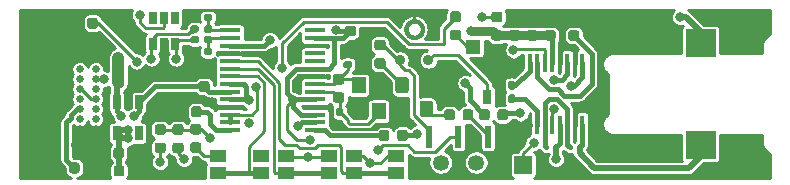
<source format=gtl>
G04 #@! TF.GenerationSoftware,KiCad,Pcbnew,5.1.10*
G04 #@! TF.CreationDate,2021-08-01T14:45:19-04:00*
G04 #@! TF.ProjectId,dac,6461632e-6b69-4636-9164-5f7063625858,rev?*
G04 #@! TF.SameCoordinates,Original*
G04 #@! TF.FileFunction,Copper,L1,Top*
G04 #@! TF.FilePolarity,Positive*
%FSLAX46Y46*%
G04 Gerber Fmt 4.6, Leading zero omitted, Abs format (unit mm)*
G04 Created by KiCad (PCBNEW 5.1.10) date 2021-08-01 14:45:19*
%MOMM*%
%LPD*%
G01*
G04 APERTURE LIST*
G04 #@! TA.AperFunction,EtchedComponent*
%ADD10C,0.001000*%
G04 #@! TD*
G04 #@! TA.AperFunction,ComponentPad*
%ADD11O,3.200000X1.600000*%
G04 #@! TD*
G04 #@! TA.AperFunction,SMDPad,CuDef*
%ADD12R,2.500000X2.430000*%
G04 #@! TD*
G04 #@! TA.AperFunction,SMDPad,CuDef*
%ADD13R,0.650000X1.060000*%
G04 #@! TD*
G04 #@! TA.AperFunction,SMDPad,CuDef*
%ADD14R,0.410000X1.640000*%
G04 #@! TD*
G04 #@! TA.AperFunction,SMDPad,CuDef*
%ADD15R,1.200000X1.400000*%
G04 #@! TD*
G04 #@! TA.AperFunction,SMDPad,CuDef*
%ADD16R,0.650000X1.220000*%
G04 #@! TD*
G04 #@! TA.AperFunction,SMDPad,CuDef*
%ADD17R,1.750000X0.450000*%
G04 #@! TD*
G04 #@! TA.AperFunction,SMDPad,CuDef*
%ADD18R,1.500000X1.500000*%
G04 #@! TD*
G04 #@! TA.AperFunction,SMDPad,CuDef*
%ADD19R,1.400000X1.050000*%
G04 #@! TD*
G04 #@! TA.AperFunction,ComponentPad*
%ADD20C,1.346200*%
G04 #@! TD*
G04 #@! TA.AperFunction,SMDPad,CuDef*
%ADD21R,0.558800X1.905000*%
G04 #@! TD*
G04 #@! TA.AperFunction,SMDPad,CuDef*
%ADD22R,0.800000X1.200000*%
G04 #@! TD*
G04 #@! TA.AperFunction,SMDPad,CuDef*
%ADD23R,1.200000X1.200000*%
G04 #@! TD*
G04 #@! TA.AperFunction,SMDPad,CuDef*
%ADD24C,0.900000*%
G04 #@! TD*
G04 #@! TA.AperFunction,SMDPad,CuDef*
%ADD25C,0.700000*%
G04 #@! TD*
G04 #@! TA.AperFunction,SMDPad,CuDef*
%ADD26C,0.100000*%
G04 #@! TD*
G04 #@! TA.AperFunction,ComponentPad*
%ADD27O,2.216000X1.108000*%
G04 #@! TD*
G04 #@! TA.AperFunction,ComponentPad*
%ADD28C,0.650000*%
G04 #@! TD*
G04 #@! TA.AperFunction,SMDPad,CuDef*
%ADD29R,0.360000X0.250000*%
G04 #@! TD*
G04 #@! TA.AperFunction,ViaPad*
%ADD30C,0.800000*%
G04 #@! TD*
G04 #@! TA.AperFunction,Conductor*
%ADD31C,0.400000*%
G04 #@! TD*
G04 #@! TA.AperFunction,Conductor*
%ADD32C,0.500000*%
G04 #@! TD*
G04 #@! TA.AperFunction,Conductor*
%ADD33C,0.250000*%
G04 #@! TD*
G04 #@! TA.AperFunction,Conductor*
%ADD34C,0.800000*%
G04 #@! TD*
G04 #@! TA.AperFunction,Conductor*
%ADD35C,1.000000*%
G04 #@! TD*
G04 #@! TA.AperFunction,Conductor*
%ADD36C,0.200000*%
G04 #@! TD*
G04 #@! TA.AperFunction,Conductor*
%ADD37C,0.100000*%
G04 #@! TD*
G04 APERTURE END LIST*
D10*
G36*
X148510000Y-104340000D02*
G01*
X148510000Y-104050000D01*
X148520000Y-104050000D01*
X148547675Y-104048777D01*
X148575821Y-104046067D01*
X148603786Y-104041887D01*
X148631494Y-104036250D01*
X148658870Y-104029170D01*
X148685837Y-104020668D01*
X148712322Y-104010765D01*
X148738253Y-103999490D01*
X148763558Y-103986873D01*
X148788168Y-103972950D01*
X148812016Y-103957757D01*
X148835036Y-103941337D01*
X148857165Y-103923735D01*
X148878342Y-103904999D01*
X148898510Y-103885180D01*
X148917613Y-103864333D01*
X148935599Y-103842514D01*
X148952418Y-103819784D01*
X148968024Y-103796205D01*
X148982376Y-103771842D01*
X148995432Y-103746761D01*
X149007158Y-103721031D01*
X149017521Y-103694723D01*
X149026493Y-103667908D01*
X149034050Y-103640660D01*
X149040170Y-103613055D01*
X149044836Y-103585166D01*
X149048037Y-103557072D01*
X149049764Y-103528849D01*
X149050000Y-103500000D01*
X149049246Y-103471215D01*
X149046987Y-103442509D01*
X149043229Y-103413961D01*
X149037981Y-103385649D01*
X149031259Y-103357650D01*
X149023081Y-103330041D01*
X149013469Y-103302898D01*
X149002450Y-103276295D01*
X148990054Y-103250305D01*
X148976314Y-103225000D01*
X148961269Y-103200449D01*
X148944959Y-103176718D01*
X148927430Y-103153874D01*
X148908730Y-103131978D01*
X148888909Y-103111091D01*
X148868022Y-103091270D01*
X148846126Y-103072570D01*
X148823282Y-103055041D01*
X148799551Y-103038731D01*
X148775000Y-103023686D01*
X148749695Y-103009946D01*
X148723705Y-102997550D01*
X148697102Y-102986531D01*
X148669959Y-102976919D01*
X148642350Y-102968741D01*
X148614351Y-102962019D01*
X148586039Y-102956771D01*
X148557491Y-102953013D01*
X148528785Y-102950754D01*
X148500000Y-102950000D01*
X148466284Y-102951329D01*
X148437360Y-102954115D01*
X148408621Y-102958410D01*
X148380147Y-102964203D01*
X148352015Y-102971478D01*
X148324302Y-102980216D01*
X148297085Y-102990392D01*
X148270437Y-103001979D01*
X148244433Y-103014944D01*
X148219142Y-103029253D01*
X148194635Y-103044865D01*
X148170979Y-103061739D01*
X148148238Y-103079828D01*
X148126476Y-103099082D01*
X148105750Y-103119449D01*
X148086119Y-103140872D01*
X148067636Y-103163294D01*
X148050352Y-103186652D01*
X148034314Y-103210883D01*
X148019566Y-103235920D01*
X148006149Y-103261694D01*
X147994099Y-103288135D01*
X147983449Y-103315171D01*
X147974229Y-103342727D01*
X147966464Y-103370728D01*
X147960175Y-103399097D01*
X147955379Y-103427756D01*
X147952090Y-103456627D01*
X147950316Y-103485630D01*
X147950000Y-103510000D01*
X147950740Y-103538261D01*
X147952958Y-103566445D01*
X147956648Y-103594475D01*
X147961800Y-103622272D01*
X147968400Y-103649762D01*
X147976429Y-103676869D01*
X147985867Y-103703519D01*
X147996685Y-103729638D01*
X148008856Y-103755155D01*
X148022346Y-103780000D01*
X148037118Y-103804105D01*
X148053131Y-103827404D01*
X148070341Y-103849833D01*
X148088702Y-103871331D01*
X148108162Y-103891838D01*
X148128669Y-103911298D01*
X148150167Y-103929659D01*
X148172596Y-103946869D01*
X148195895Y-103962882D01*
X148220000Y-103977654D01*
X148244845Y-103991144D01*
X148270362Y-104003315D01*
X148296481Y-104014133D01*
X148323131Y-104023571D01*
X148350238Y-104031600D01*
X148377728Y-104038200D01*
X148405525Y-104043352D01*
X148433555Y-104047042D01*
X148461739Y-104049260D01*
X148490000Y-104050000D01*
X148490000Y-104340000D01*
X148441822Y-104338884D01*
X148398762Y-104335496D01*
X148355939Y-104329858D01*
X148313470Y-104321987D01*
X148271470Y-104311903D01*
X148230056Y-104299636D01*
X148189341Y-104285218D01*
X148149436Y-104268689D01*
X148110451Y-104250094D01*
X148072492Y-104229484D01*
X148035665Y-104206916D01*
X148000068Y-104182451D01*
X147965801Y-104156157D01*
X147932957Y-104128106D01*
X147901626Y-104098374D01*
X147871894Y-104067043D01*
X147843843Y-104034199D01*
X147817549Y-103999932D01*
X147793084Y-103964335D01*
X147770516Y-103927508D01*
X147749906Y-103889549D01*
X147731311Y-103850564D01*
X147714782Y-103810659D01*
X147700364Y-103769944D01*
X147688097Y-103728530D01*
X147678013Y-103686530D01*
X147670142Y-103644061D01*
X147664504Y-103601238D01*
X147661116Y-103558178D01*
X147660000Y-103520000D01*
X147660000Y-103490000D01*
X147661137Y-103446561D01*
X147664547Y-103403241D01*
X147670219Y-103360159D01*
X147678137Y-103317433D01*
X147688282Y-103275180D01*
X147700623Y-103233516D01*
X147715128Y-103192555D01*
X147731757Y-103152409D01*
X147750465Y-103113188D01*
X147771199Y-103075000D01*
X147793903Y-103037950D01*
X147818516Y-103002138D01*
X147844969Y-102967664D01*
X147873190Y-102934622D01*
X147903101Y-102903101D01*
X147934622Y-102873190D01*
X147967664Y-102844969D01*
X148002138Y-102818516D01*
X148037950Y-102793903D01*
X148075000Y-102771199D01*
X148113188Y-102750465D01*
X148152409Y-102731757D01*
X148192555Y-102715128D01*
X148233516Y-102700623D01*
X148275180Y-102688282D01*
X148317433Y-102678137D01*
X148360159Y-102670219D01*
X148403241Y-102664547D01*
X148446561Y-102661137D01*
X148490000Y-102660000D01*
X148534486Y-102661165D01*
X148578849Y-102664656D01*
X148622969Y-102670465D01*
X148666725Y-102678575D01*
X148709996Y-102688963D01*
X148752664Y-102701602D01*
X148794613Y-102716457D01*
X148835726Y-102733486D01*
X148875892Y-102752644D01*
X148915000Y-102773878D01*
X148952943Y-102797130D01*
X148989617Y-102822336D01*
X149024922Y-102849426D01*
X149058761Y-102878327D01*
X149091041Y-102908959D01*
X149121673Y-102941239D01*
X149150574Y-102975078D01*
X149177664Y-103010383D01*
X149202870Y-103047057D01*
X149226122Y-103085000D01*
X149247356Y-103124108D01*
X149266514Y-103164274D01*
X149283543Y-103205387D01*
X149298398Y-103247336D01*
X149311037Y-103290004D01*
X149321425Y-103333275D01*
X149329535Y-103377031D01*
X149335344Y-103421151D01*
X149338835Y-103465514D01*
X149340000Y-103510000D01*
X149340000Y-103520000D01*
X149338884Y-103558178D01*
X149335496Y-103601238D01*
X149329858Y-103644061D01*
X149321987Y-103686530D01*
X149311903Y-103728530D01*
X149299636Y-103769944D01*
X149285218Y-103810659D01*
X149268689Y-103850564D01*
X149250094Y-103889549D01*
X149229484Y-103927508D01*
X149206916Y-103964335D01*
X149182451Y-103999932D01*
X149156157Y-104034199D01*
X149128106Y-104067043D01*
X149098374Y-104098374D01*
X149067043Y-104128106D01*
X149034199Y-104156157D01*
X148999932Y-104182451D01*
X148964335Y-104206916D01*
X148927508Y-104229484D01*
X148889549Y-104250094D01*
X148850564Y-104268689D01*
X148810659Y-104285218D01*
X148769944Y-104299636D01*
X148728530Y-104311903D01*
X148686530Y-104321987D01*
X148644061Y-104329858D01*
X148601238Y-104335496D01*
X148558178Y-104338884D01*
X148510000Y-104340000D01*
G37*
X148510000Y-104340000D02*
X148510000Y-104050000D01*
X148520000Y-104050000D01*
X148547675Y-104048777D01*
X148575821Y-104046067D01*
X148603786Y-104041887D01*
X148631494Y-104036250D01*
X148658870Y-104029170D01*
X148685837Y-104020668D01*
X148712322Y-104010765D01*
X148738253Y-103999490D01*
X148763558Y-103986873D01*
X148788168Y-103972950D01*
X148812016Y-103957757D01*
X148835036Y-103941337D01*
X148857165Y-103923735D01*
X148878342Y-103904999D01*
X148898510Y-103885180D01*
X148917613Y-103864333D01*
X148935599Y-103842514D01*
X148952418Y-103819784D01*
X148968024Y-103796205D01*
X148982376Y-103771842D01*
X148995432Y-103746761D01*
X149007158Y-103721031D01*
X149017521Y-103694723D01*
X149026493Y-103667908D01*
X149034050Y-103640660D01*
X149040170Y-103613055D01*
X149044836Y-103585166D01*
X149048037Y-103557072D01*
X149049764Y-103528849D01*
X149050000Y-103500000D01*
X149049246Y-103471215D01*
X149046987Y-103442509D01*
X149043229Y-103413961D01*
X149037981Y-103385649D01*
X149031259Y-103357650D01*
X149023081Y-103330041D01*
X149013469Y-103302898D01*
X149002450Y-103276295D01*
X148990054Y-103250305D01*
X148976314Y-103225000D01*
X148961269Y-103200449D01*
X148944959Y-103176718D01*
X148927430Y-103153874D01*
X148908730Y-103131978D01*
X148888909Y-103111091D01*
X148868022Y-103091270D01*
X148846126Y-103072570D01*
X148823282Y-103055041D01*
X148799551Y-103038731D01*
X148775000Y-103023686D01*
X148749695Y-103009946D01*
X148723705Y-102997550D01*
X148697102Y-102986531D01*
X148669959Y-102976919D01*
X148642350Y-102968741D01*
X148614351Y-102962019D01*
X148586039Y-102956771D01*
X148557491Y-102953013D01*
X148528785Y-102950754D01*
X148500000Y-102950000D01*
X148466284Y-102951329D01*
X148437360Y-102954115D01*
X148408621Y-102958410D01*
X148380147Y-102964203D01*
X148352015Y-102971478D01*
X148324302Y-102980216D01*
X148297085Y-102990392D01*
X148270437Y-103001979D01*
X148244433Y-103014944D01*
X148219142Y-103029253D01*
X148194635Y-103044865D01*
X148170979Y-103061739D01*
X148148238Y-103079828D01*
X148126476Y-103099082D01*
X148105750Y-103119449D01*
X148086119Y-103140872D01*
X148067636Y-103163294D01*
X148050352Y-103186652D01*
X148034314Y-103210883D01*
X148019566Y-103235920D01*
X148006149Y-103261694D01*
X147994099Y-103288135D01*
X147983449Y-103315171D01*
X147974229Y-103342727D01*
X147966464Y-103370728D01*
X147960175Y-103399097D01*
X147955379Y-103427756D01*
X147952090Y-103456627D01*
X147950316Y-103485630D01*
X147950000Y-103510000D01*
X147950740Y-103538261D01*
X147952958Y-103566445D01*
X147956648Y-103594475D01*
X147961800Y-103622272D01*
X147968400Y-103649762D01*
X147976429Y-103676869D01*
X147985867Y-103703519D01*
X147996685Y-103729638D01*
X148008856Y-103755155D01*
X148022346Y-103780000D01*
X148037118Y-103804105D01*
X148053131Y-103827404D01*
X148070341Y-103849833D01*
X148088702Y-103871331D01*
X148108162Y-103891838D01*
X148128669Y-103911298D01*
X148150167Y-103929659D01*
X148172596Y-103946869D01*
X148195895Y-103962882D01*
X148220000Y-103977654D01*
X148244845Y-103991144D01*
X148270362Y-104003315D01*
X148296481Y-104014133D01*
X148323131Y-104023571D01*
X148350238Y-104031600D01*
X148377728Y-104038200D01*
X148405525Y-104043352D01*
X148433555Y-104047042D01*
X148461739Y-104049260D01*
X148490000Y-104050000D01*
X148490000Y-104340000D01*
X148441822Y-104338884D01*
X148398762Y-104335496D01*
X148355939Y-104329858D01*
X148313470Y-104321987D01*
X148271470Y-104311903D01*
X148230056Y-104299636D01*
X148189341Y-104285218D01*
X148149436Y-104268689D01*
X148110451Y-104250094D01*
X148072492Y-104229484D01*
X148035665Y-104206916D01*
X148000068Y-104182451D01*
X147965801Y-104156157D01*
X147932957Y-104128106D01*
X147901626Y-104098374D01*
X147871894Y-104067043D01*
X147843843Y-104034199D01*
X147817549Y-103999932D01*
X147793084Y-103964335D01*
X147770516Y-103927508D01*
X147749906Y-103889549D01*
X147731311Y-103850564D01*
X147714782Y-103810659D01*
X147700364Y-103769944D01*
X147688097Y-103728530D01*
X147678013Y-103686530D01*
X147670142Y-103644061D01*
X147664504Y-103601238D01*
X147661116Y-103558178D01*
X147660000Y-103520000D01*
X147660000Y-103490000D01*
X147661137Y-103446561D01*
X147664547Y-103403241D01*
X147670219Y-103360159D01*
X147678137Y-103317433D01*
X147688282Y-103275180D01*
X147700623Y-103233516D01*
X147715128Y-103192555D01*
X147731757Y-103152409D01*
X147750465Y-103113188D01*
X147771199Y-103075000D01*
X147793903Y-103037950D01*
X147818516Y-103002138D01*
X147844969Y-102967664D01*
X147873190Y-102934622D01*
X147903101Y-102903101D01*
X147934622Y-102873190D01*
X147967664Y-102844969D01*
X148002138Y-102818516D01*
X148037950Y-102793903D01*
X148075000Y-102771199D01*
X148113188Y-102750465D01*
X148152409Y-102731757D01*
X148192555Y-102715128D01*
X148233516Y-102700623D01*
X148275180Y-102688282D01*
X148317433Y-102678137D01*
X148360159Y-102670219D01*
X148403241Y-102664547D01*
X148446561Y-102661137D01*
X148490000Y-102660000D01*
X148534486Y-102661165D01*
X148578849Y-102664656D01*
X148622969Y-102670465D01*
X148666725Y-102678575D01*
X148709996Y-102688963D01*
X148752664Y-102701602D01*
X148794613Y-102716457D01*
X148835726Y-102733486D01*
X148875892Y-102752644D01*
X148915000Y-102773878D01*
X148952943Y-102797130D01*
X148989617Y-102822336D01*
X149024922Y-102849426D01*
X149058761Y-102878327D01*
X149091041Y-102908959D01*
X149121673Y-102941239D01*
X149150574Y-102975078D01*
X149177664Y-103010383D01*
X149202870Y-103047057D01*
X149226122Y-103085000D01*
X149247356Y-103124108D01*
X149266514Y-103164274D01*
X149283543Y-103205387D01*
X149298398Y-103247336D01*
X149311037Y-103290004D01*
X149321425Y-103333275D01*
X149329535Y-103377031D01*
X149335344Y-103421151D01*
X149338835Y-103465514D01*
X149340000Y-103510000D01*
X149340000Y-103520000D01*
X149338884Y-103558178D01*
X149335496Y-103601238D01*
X149329858Y-103644061D01*
X149321987Y-103686530D01*
X149311903Y-103728530D01*
X149299636Y-103769944D01*
X149285218Y-103810659D01*
X149268689Y-103850564D01*
X149250094Y-103889549D01*
X149229484Y-103927508D01*
X149206916Y-103964335D01*
X149182451Y-103999932D01*
X149156157Y-104034199D01*
X149128106Y-104067043D01*
X149098374Y-104098374D01*
X149067043Y-104128106D01*
X149034199Y-104156157D01*
X148999932Y-104182451D01*
X148964335Y-104206916D01*
X148927508Y-104229484D01*
X148889549Y-104250094D01*
X148850564Y-104268689D01*
X148810659Y-104285218D01*
X148769944Y-104299636D01*
X148728530Y-104311903D01*
X148686530Y-104321987D01*
X148644061Y-104329858D01*
X148601238Y-104335496D01*
X148558178Y-104338884D01*
X148510000Y-104340000D01*
D11*
X176150000Y-104775000D03*
X169350000Y-113225000D03*
X176150000Y-113225000D03*
X169350000Y-104775000D03*
D12*
X172750000Y-104715000D03*
X172750000Y-113285000D03*
G04 #@! TA.AperFunction,SMDPad,CuDef*
G36*
G01*
X123900000Y-107750000D02*
X123900000Y-108250000D01*
G75*
G02*
X123675000Y-108475000I-225000J0D01*
G01*
X123225000Y-108475000D01*
G75*
G02*
X123000000Y-108250000I0J225000D01*
G01*
X123000000Y-107750000D01*
G75*
G02*
X123225000Y-107525000I225000J0D01*
G01*
X123675000Y-107525000D01*
G75*
G02*
X123900000Y-107750000I0J-225000D01*
G01*
G37*
G04 #@! TD.AperFunction*
G04 #@! TA.AperFunction,SMDPad,CuDef*
G36*
G01*
X125450000Y-107750000D02*
X125450000Y-108250000D01*
G75*
G02*
X125225000Y-108475000I-225000J0D01*
G01*
X124775000Y-108475000D01*
G75*
G02*
X124550000Y-108250000I0J225000D01*
G01*
X124550000Y-107750000D01*
G75*
G02*
X124775000Y-107525000I225000J0D01*
G01*
X125225000Y-107525000D01*
G75*
G02*
X125450000Y-107750000I0J-225000D01*
G01*
G37*
G04 #@! TD.AperFunction*
D13*
X126350000Y-104750000D03*
X127300000Y-104750000D03*
X128250000Y-104750000D03*
X128250000Y-102550000D03*
X126350000Y-102550000D03*
X127300000Y-102550000D03*
D14*
X162722500Y-106365000D03*
X162087500Y-106365000D03*
X161452500Y-106365000D03*
X160817500Y-106365000D03*
X160182500Y-106365000D03*
X159547500Y-106365000D03*
X158912500Y-106365000D03*
X158277500Y-106365000D03*
X158277500Y-111635000D03*
X158912500Y-111635000D03*
X159547500Y-111635000D03*
X160182500Y-111635000D03*
X160817500Y-111635000D03*
X161452500Y-111635000D03*
X162087500Y-111635000D03*
X162722500Y-111635000D03*
D15*
X145500000Y-108250000D03*
X145500000Y-110450000D03*
X143800000Y-110450000D03*
X143800000Y-108250000D03*
D16*
X125200000Y-112310000D03*
X123300000Y-112310000D03*
X123300000Y-109690000D03*
X124250000Y-109690000D03*
X125200000Y-109690000D03*
D17*
X140100000Y-103600000D03*
X140100000Y-104250000D03*
X140100000Y-104900000D03*
X140100000Y-105550000D03*
X140100000Y-106200000D03*
X140100000Y-106850000D03*
X140100000Y-107500000D03*
X140100000Y-108150000D03*
X140100000Y-108800000D03*
X140100000Y-109450000D03*
X140100000Y-110100000D03*
X140100000Y-110750000D03*
X140100000Y-111400000D03*
X140100000Y-112050000D03*
X132900000Y-112050000D03*
X132900000Y-111400000D03*
X132900000Y-110750000D03*
X132900000Y-110100000D03*
X132900000Y-109450000D03*
X132900000Y-108800000D03*
X132900000Y-108150000D03*
X132900000Y-107500000D03*
X132900000Y-106850000D03*
X132900000Y-106200000D03*
X132900000Y-105550000D03*
X132900000Y-104900000D03*
X132900000Y-104250000D03*
X132900000Y-103600000D03*
D18*
X157750000Y-115000000D03*
D19*
X135500000Y-115675000D03*
X131900000Y-115675000D03*
X135500000Y-114225000D03*
X131900000Y-114225000D03*
X141250000Y-115700000D03*
X137650000Y-115700000D03*
X141250000Y-114250000D03*
X137650000Y-114250000D03*
X147000000Y-115675000D03*
X143400000Y-115675000D03*
X147000000Y-114225000D03*
X143400000Y-114225000D03*
D20*
X150750000Y-114799600D03*
X153750000Y-114799600D03*
D21*
X154750000Y-112602900D03*
X152250000Y-112602900D03*
X149750000Y-112602900D03*
D22*
X152325000Y-109250000D03*
X154675000Y-109250000D03*
D23*
X153500000Y-105000000D03*
G04 #@! TA.AperFunction,SMDPad,CuDef*
G36*
G01*
X141850000Y-108850000D02*
X142350000Y-108850000D01*
G75*
G02*
X142575000Y-109075000I0J-225000D01*
G01*
X142575000Y-109525000D01*
G75*
G02*
X142350000Y-109750000I-225000J0D01*
G01*
X141850000Y-109750000D01*
G75*
G02*
X141625000Y-109525000I0J225000D01*
G01*
X141625000Y-109075000D01*
G75*
G02*
X141850000Y-108850000I225000J0D01*
G01*
G37*
G04 #@! TD.AperFunction*
G04 #@! TA.AperFunction,SMDPad,CuDef*
G36*
G01*
X141850000Y-107300000D02*
X142350000Y-107300000D01*
G75*
G02*
X142575000Y-107525000I0J-225000D01*
G01*
X142575000Y-107975000D01*
G75*
G02*
X142350000Y-108200000I-225000J0D01*
G01*
X141850000Y-108200000D01*
G75*
G02*
X141625000Y-107975000I0J225000D01*
G01*
X141625000Y-107525000D01*
G75*
G02*
X141850000Y-107300000I225000J0D01*
G01*
G37*
G04 #@! TD.AperFunction*
G04 #@! TA.AperFunction,SMDPad,CuDef*
G36*
G01*
X130250000Y-112425000D02*
X129750000Y-112425000D01*
G75*
G02*
X129525000Y-112200000I0J225000D01*
G01*
X129525000Y-111750000D01*
G75*
G02*
X129750000Y-111525000I225000J0D01*
G01*
X130250000Y-111525000D01*
G75*
G02*
X130475000Y-111750000I0J-225000D01*
G01*
X130475000Y-112200000D01*
G75*
G02*
X130250000Y-112425000I-225000J0D01*
G01*
G37*
G04 #@! TD.AperFunction*
G04 #@! TA.AperFunction,SMDPad,CuDef*
G36*
G01*
X130250000Y-113975000D02*
X129750000Y-113975000D01*
G75*
G02*
X129525000Y-113750000I0J225000D01*
G01*
X129525000Y-113300000D01*
G75*
G02*
X129750000Y-113075000I225000J0D01*
G01*
X130250000Y-113075000D01*
G75*
G02*
X130475000Y-113300000I0J-225000D01*
G01*
X130475000Y-113750000D01*
G75*
G02*
X130250000Y-113975000I-225000J0D01*
G01*
G37*
G04 #@! TD.AperFunction*
G04 #@! TA.AperFunction,SMDPad,CuDef*
G36*
G01*
X128750000Y-112450000D02*
X128250000Y-112450000D01*
G75*
G02*
X128025000Y-112225000I0J225000D01*
G01*
X128025000Y-111775000D01*
G75*
G02*
X128250000Y-111550000I225000J0D01*
G01*
X128750000Y-111550000D01*
G75*
G02*
X128975000Y-111775000I0J-225000D01*
G01*
X128975000Y-112225000D01*
G75*
G02*
X128750000Y-112450000I-225000J0D01*
G01*
G37*
G04 #@! TD.AperFunction*
G04 #@! TA.AperFunction,SMDPad,CuDef*
G36*
G01*
X128750000Y-114000000D02*
X128250000Y-114000000D01*
G75*
G02*
X128025000Y-113775000I0J225000D01*
G01*
X128025000Y-113325000D01*
G75*
G02*
X128250000Y-113100000I225000J0D01*
G01*
X128750000Y-113100000D01*
G75*
G02*
X128975000Y-113325000I0J-225000D01*
G01*
X128975000Y-113775000D01*
G75*
G02*
X128750000Y-114000000I-225000J0D01*
G01*
G37*
G04 #@! TD.AperFunction*
G04 #@! TA.AperFunction,SMDPad,CuDef*
G36*
G01*
X127250000Y-112450000D02*
X126750000Y-112450000D01*
G75*
G02*
X126525000Y-112225000I0J225000D01*
G01*
X126525000Y-111775000D01*
G75*
G02*
X126750000Y-111550000I225000J0D01*
G01*
X127250000Y-111550000D01*
G75*
G02*
X127475000Y-111775000I0J-225000D01*
G01*
X127475000Y-112225000D01*
G75*
G02*
X127250000Y-112450000I-225000J0D01*
G01*
G37*
G04 #@! TD.AperFunction*
G04 #@! TA.AperFunction,SMDPad,CuDef*
G36*
G01*
X127250000Y-114000000D02*
X126750000Y-114000000D01*
G75*
G02*
X126525000Y-113775000I0J225000D01*
G01*
X126525000Y-113325000D01*
G75*
G02*
X126750000Y-113100000I225000J0D01*
G01*
X127250000Y-113100000D01*
G75*
G02*
X127475000Y-113325000I0J-225000D01*
G01*
X127475000Y-113775000D01*
G75*
G02*
X127250000Y-114000000I-225000J0D01*
G01*
G37*
G04 #@! TD.AperFunction*
G04 #@! TA.AperFunction,SMDPad,CuDef*
G36*
G01*
X131417500Y-104245000D02*
X131417500Y-104555000D01*
G75*
G02*
X131262500Y-104710000I-155000J0D01*
G01*
X130837500Y-104710000D01*
G75*
G02*
X130682500Y-104555000I0J155000D01*
G01*
X130682500Y-104245000D01*
G75*
G02*
X130837500Y-104090000I155000J0D01*
G01*
X131262500Y-104090000D01*
G75*
G02*
X131417500Y-104245000I0J-155000D01*
G01*
G37*
G04 #@! TD.AperFunction*
G04 #@! TA.AperFunction,SMDPad,CuDef*
G36*
G01*
X130282500Y-104245000D02*
X130282500Y-104555000D01*
G75*
G02*
X130127500Y-104710000I-155000J0D01*
G01*
X129702500Y-104710000D01*
G75*
G02*
X129547500Y-104555000I0J155000D01*
G01*
X129547500Y-104245000D01*
G75*
G02*
X129702500Y-104090000I155000J0D01*
G01*
X130127500Y-104090000D01*
G75*
G02*
X130282500Y-104245000I0J-155000D01*
G01*
G37*
G04 #@! TD.AperFunction*
G04 #@! TA.AperFunction,SMDPad,CuDef*
G36*
G01*
X130282500Y-103345000D02*
X130282500Y-103655000D01*
G75*
G02*
X130127500Y-103810000I-155000J0D01*
G01*
X129702500Y-103810000D01*
G75*
G02*
X129547500Y-103655000I0J155000D01*
G01*
X129547500Y-103345000D01*
G75*
G02*
X129702500Y-103190000I155000J0D01*
G01*
X130127500Y-103190000D01*
G75*
G02*
X130282500Y-103345000I0J-155000D01*
G01*
G37*
G04 #@! TD.AperFunction*
G04 #@! TA.AperFunction,SMDPad,CuDef*
G36*
G01*
X131417500Y-103345000D02*
X131417500Y-103655000D01*
G75*
G02*
X131262500Y-103810000I-155000J0D01*
G01*
X130837500Y-103810000D01*
G75*
G02*
X130682500Y-103655000I0J155000D01*
G01*
X130682500Y-103345000D01*
G75*
G02*
X130837500Y-103190000I155000J0D01*
G01*
X131262500Y-103190000D01*
G75*
G02*
X131417500Y-103345000I0J-155000D01*
G01*
G37*
G04 #@! TD.AperFunction*
G04 #@! TA.AperFunction,SMDPad,CuDef*
G36*
G01*
X120150000Y-102750000D02*
X120150000Y-103250000D01*
G75*
G02*
X119925000Y-103475000I-225000J0D01*
G01*
X119475000Y-103475000D01*
G75*
G02*
X119250000Y-103250000I0J225000D01*
G01*
X119250000Y-102750000D01*
G75*
G02*
X119475000Y-102525000I225000J0D01*
G01*
X119925000Y-102525000D01*
G75*
G02*
X120150000Y-102750000I0J-225000D01*
G01*
G37*
G04 #@! TD.AperFunction*
G04 #@! TA.AperFunction,SMDPad,CuDef*
G36*
G01*
X121700000Y-102750000D02*
X121700000Y-103250000D01*
G75*
G02*
X121475000Y-103475000I-225000J0D01*
G01*
X121025000Y-103475000D01*
G75*
G02*
X120800000Y-103250000I0J225000D01*
G01*
X120800000Y-102750000D01*
G75*
G02*
X121025000Y-102525000I225000J0D01*
G01*
X121475000Y-102525000D01*
G75*
G02*
X121700000Y-102750000I0J-225000D01*
G01*
G37*
G04 #@! TD.AperFunction*
G04 #@! TA.AperFunction,SMDPad,CuDef*
G36*
G01*
X145850000Y-105300000D02*
X145350000Y-105300000D01*
G75*
G02*
X145125000Y-105075000I0J225000D01*
G01*
X145125000Y-104625000D01*
G75*
G02*
X145350000Y-104400000I225000J0D01*
G01*
X145850000Y-104400000D01*
G75*
G02*
X146075000Y-104625000I0J-225000D01*
G01*
X146075000Y-105075000D01*
G75*
G02*
X145850000Y-105300000I-225000J0D01*
G01*
G37*
G04 #@! TD.AperFunction*
G04 #@! TA.AperFunction,SMDPad,CuDef*
G36*
G01*
X145850000Y-106850000D02*
X145350000Y-106850000D01*
G75*
G02*
X145125000Y-106625000I0J225000D01*
G01*
X145125000Y-106175000D01*
G75*
G02*
X145350000Y-105950000I225000J0D01*
G01*
X145850000Y-105950000D01*
G75*
G02*
X146075000Y-106175000I0J-225000D01*
G01*
X146075000Y-106625000D01*
G75*
G02*
X145850000Y-106850000I-225000J0D01*
G01*
G37*
G04 #@! TD.AperFunction*
G04 #@! TA.AperFunction,SMDPad,CuDef*
G36*
G01*
X120825000Y-115500000D02*
X120825000Y-115000000D01*
G75*
G02*
X121050000Y-114775000I225000J0D01*
G01*
X121500000Y-114775000D01*
G75*
G02*
X121725000Y-115000000I0J-225000D01*
G01*
X121725000Y-115500000D01*
G75*
G02*
X121500000Y-115725000I-225000J0D01*
G01*
X121050000Y-115725000D01*
G75*
G02*
X120825000Y-115500000I0J225000D01*
G01*
G37*
G04 #@! TD.AperFunction*
G04 #@! TA.AperFunction,SMDPad,CuDef*
G36*
G01*
X119275000Y-115500000D02*
X119275000Y-115000000D01*
G75*
G02*
X119500000Y-114775000I225000J0D01*
G01*
X119950000Y-114775000D01*
G75*
G02*
X120175000Y-115000000I0J-225000D01*
G01*
X120175000Y-115500000D01*
G75*
G02*
X119950000Y-115725000I-225000J0D01*
G01*
X119500000Y-115725000D01*
G75*
G02*
X119275000Y-115500000I0J225000D01*
G01*
G37*
G04 #@! TD.AperFunction*
G04 #@! TA.AperFunction,SMDPad,CuDef*
G36*
G01*
X151950000Y-110500000D02*
X151950000Y-111000000D01*
G75*
G02*
X151725000Y-111225000I-225000J0D01*
G01*
X151275000Y-111225000D01*
G75*
G02*
X151050000Y-111000000I0J225000D01*
G01*
X151050000Y-110500000D01*
G75*
G02*
X151275000Y-110275000I225000J0D01*
G01*
X151725000Y-110275000D01*
G75*
G02*
X151950000Y-110500000I0J-225000D01*
G01*
G37*
G04 #@! TD.AperFunction*
G04 #@! TA.AperFunction,SMDPad,CuDef*
G36*
G01*
X153500000Y-110500000D02*
X153500000Y-111000000D01*
G75*
G02*
X153275000Y-111225000I-225000J0D01*
G01*
X152825000Y-111225000D01*
G75*
G02*
X152600000Y-111000000I0J225000D01*
G01*
X152600000Y-110500000D01*
G75*
G02*
X152825000Y-110275000I225000J0D01*
G01*
X153275000Y-110275000D01*
G75*
G02*
X153500000Y-110500000I0J-225000D01*
G01*
G37*
G04 #@! TD.AperFunction*
G04 #@! TA.AperFunction,SMDPad,CuDef*
G36*
G01*
X155750000Y-102925000D02*
X155250000Y-102925000D01*
G75*
G02*
X155025000Y-102700000I0J225000D01*
G01*
X155025000Y-102250000D01*
G75*
G02*
X155250000Y-102025000I225000J0D01*
G01*
X155750000Y-102025000D01*
G75*
G02*
X155975000Y-102250000I0J-225000D01*
G01*
X155975000Y-102700000D01*
G75*
G02*
X155750000Y-102925000I-225000J0D01*
G01*
G37*
G04 #@! TD.AperFunction*
G04 #@! TA.AperFunction,SMDPad,CuDef*
G36*
G01*
X155750000Y-104475000D02*
X155250000Y-104475000D01*
G75*
G02*
X155025000Y-104250000I0J225000D01*
G01*
X155025000Y-103800000D01*
G75*
G02*
X155250000Y-103575000I225000J0D01*
G01*
X155750000Y-103575000D01*
G75*
G02*
X155975000Y-103800000I0J-225000D01*
G01*
X155975000Y-104250000D01*
G75*
G02*
X155750000Y-104475000I-225000J0D01*
G01*
G37*
G04 #@! TD.AperFunction*
D24*
X147300000Y-106120000D03*
X148500000Y-106120000D03*
X149700000Y-106120000D03*
D25*
X147230000Y-102710000D03*
X149770000Y-102710000D03*
D26*
X148500000Y-102810000D03*
D27*
X117165000Y-104675000D03*
X117165000Y-113325000D03*
X120545000Y-113325000D03*
X120545000Y-104675000D03*
D28*
X120175000Y-106025000D03*
X120175000Y-106875000D03*
X120175000Y-107725000D03*
X120175000Y-108575000D03*
X120175000Y-109425000D03*
X120175000Y-110275000D03*
X120175000Y-111125000D03*
X120175000Y-111975000D03*
X121525000Y-111975000D03*
X121525000Y-111125000D03*
X121525000Y-110275000D03*
X121525000Y-109425000D03*
X121525000Y-108575000D03*
X121525000Y-107725000D03*
X121525000Y-106875000D03*
X121525000Y-106025000D03*
D29*
X159660000Y-113500000D03*
X160500000Y-113500000D03*
X162500000Y-113500000D03*
X161660000Y-113500000D03*
G04 #@! TA.AperFunction,SMDPad,CuDef*
G36*
G01*
X148950000Y-110700001D02*
X148950000Y-109799999D01*
G75*
G02*
X149199999Y-109550000I249999J0D01*
G01*
X149850001Y-109550000D01*
G75*
G02*
X150100000Y-109799999I0J-249999D01*
G01*
X150100000Y-110700001D01*
G75*
G02*
X149850001Y-110950000I-249999J0D01*
G01*
X149199999Y-110950000D01*
G75*
G02*
X148950000Y-110700001I0J249999D01*
G01*
G37*
G04 #@! TD.AperFunction*
G04 #@! TA.AperFunction,SMDPad,CuDef*
G36*
G01*
X146900000Y-110700001D02*
X146900000Y-109799999D01*
G75*
G02*
X147149999Y-109550000I249999J0D01*
G01*
X147800001Y-109550000D01*
G75*
G02*
X148050000Y-109799999I0J-249999D01*
G01*
X148050000Y-110700001D01*
G75*
G02*
X147800001Y-110950000I-249999J0D01*
G01*
X147149999Y-110950000D01*
G75*
G02*
X146900000Y-110700001I0J249999D01*
G01*
G37*
G04 #@! TD.AperFunction*
G04 #@! TA.AperFunction,SMDPad,CuDef*
G36*
G01*
X148050000Y-107799999D02*
X148050000Y-108700001D01*
G75*
G02*
X147800001Y-108950000I-249999J0D01*
G01*
X147149999Y-108950000D01*
G75*
G02*
X146900000Y-108700001I0J249999D01*
G01*
X146900000Y-107799999D01*
G75*
G02*
X147149999Y-107550000I249999J0D01*
G01*
X147800001Y-107550000D01*
G75*
G02*
X148050000Y-107799999I0J-249999D01*
G01*
G37*
G04 #@! TD.AperFunction*
G04 #@! TA.AperFunction,SMDPad,CuDef*
G36*
G01*
X150100000Y-107799999D02*
X150100000Y-108700001D01*
G75*
G02*
X149850001Y-108950000I-249999J0D01*
G01*
X149199999Y-108950000D01*
G75*
G02*
X148950000Y-108700001I0J249999D01*
G01*
X148950000Y-107799999D01*
G75*
G02*
X149199999Y-107550000I249999J0D01*
G01*
X149850001Y-107550000D01*
G75*
G02*
X150100000Y-107799999I0J-249999D01*
G01*
G37*
G04 #@! TD.AperFunction*
G04 #@! TA.AperFunction,SMDPad,CuDef*
G36*
G01*
X124575000Y-114250000D02*
X124575000Y-113750000D01*
G75*
G02*
X124800000Y-113525000I225000J0D01*
G01*
X125250000Y-113525000D01*
G75*
G02*
X125475000Y-113750000I0J-225000D01*
G01*
X125475000Y-114250000D01*
G75*
G02*
X125250000Y-114475000I-225000J0D01*
G01*
X124800000Y-114475000D01*
G75*
G02*
X124575000Y-114250000I0J225000D01*
G01*
G37*
G04 #@! TD.AperFunction*
G04 #@! TA.AperFunction,SMDPad,CuDef*
G36*
G01*
X123025000Y-114250000D02*
X123025000Y-113750000D01*
G75*
G02*
X123250000Y-113525000I225000J0D01*
G01*
X123700000Y-113525000D01*
G75*
G02*
X123925000Y-113750000I0J-225000D01*
G01*
X123925000Y-114250000D01*
G75*
G02*
X123700000Y-114475000I-225000J0D01*
G01*
X123250000Y-114475000D01*
G75*
G02*
X123025000Y-114250000I0J225000D01*
G01*
G37*
G04 #@! TD.AperFunction*
G04 #@! TA.AperFunction,SMDPad,CuDef*
G36*
G01*
X129600000Y-110750000D02*
X129600000Y-110250000D01*
G75*
G02*
X129825000Y-110025000I225000J0D01*
G01*
X130275000Y-110025000D01*
G75*
G02*
X130500000Y-110250000I0J-225000D01*
G01*
X130500000Y-110750000D01*
G75*
G02*
X130275000Y-110975000I-225000J0D01*
G01*
X129825000Y-110975000D01*
G75*
G02*
X129600000Y-110750000I0J225000D01*
G01*
G37*
G04 #@! TD.AperFunction*
G04 #@! TA.AperFunction,SMDPad,CuDef*
G36*
G01*
X128050000Y-110750000D02*
X128050000Y-110250000D01*
G75*
G02*
X128275000Y-110025000I225000J0D01*
G01*
X128725000Y-110025000D01*
G75*
G02*
X128950000Y-110250000I0J-225000D01*
G01*
X128950000Y-110750000D01*
G75*
G02*
X128725000Y-110975000I-225000J0D01*
G01*
X128275000Y-110975000D01*
G75*
G02*
X128050000Y-110750000I0J225000D01*
G01*
G37*
G04 #@! TD.AperFunction*
G04 #@! TA.AperFunction,SMDPad,CuDef*
G36*
G01*
X123950000Y-115250000D02*
X123950000Y-115750000D01*
G75*
G02*
X123725000Y-115975000I-225000J0D01*
G01*
X123275000Y-115975000D01*
G75*
G02*
X123050000Y-115750000I0J225000D01*
G01*
X123050000Y-115250000D01*
G75*
G02*
X123275000Y-115025000I225000J0D01*
G01*
X123725000Y-115025000D01*
G75*
G02*
X123950000Y-115250000I0J-225000D01*
G01*
G37*
G04 #@! TD.AperFunction*
G04 #@! TA.AperFunction,SMDPad,CuDef*
G36*
G01*
X125500000Y-115250000D02*
X125500000Y-115750000D01*
G75*
G02*
X125275000Y-115975000I-225000J0D01*
G01*
X124825000Y-115975000D01*
G75*
G02*
X124600000Y-115750000I0J225000D01*
G01*
X124600000Y-115250000D01*
G75*
G02*
X124825000Y-115025000I225000J0D01*
G01*
X125275000Y-115025000D01*
G75*
G02*
X125500000Y-115250000I0J-225000D01*
G01*
G37*
G04 #@! TD.AperFunction*
G04 #@! TA.AperFunction,SMDPad,CuDef*
G36*
G01*
X143350000Y-104100000D02*
X142850000Y-104100000D01*
G75*
G02*
X142625000Y-103875000I0J225000D01*
G01*
X142625000Y-103425000D01*
G75*
G02*
X142850000Y-103200000I225000J0D01*
G01*
X143350000Y-103200000D01*
G75*
G02*
X143575000Y-103425000I0J-225000D01*
G01*
X143575000Y-103875000D01*
G75*
G02*
X143350000Y-104100000I-225000J0D01*
G01*
G37*
G04 #@! TD.AperFunction*
G04 #@! TA.AperFunction,SMDPad,CuDef*
G36*
G01*
X143350000Y-105650000D02*
X142850000Y-105650000D01*
G75*
G02*
X142625000Y-105425000I0J225000D01*
G01*
X142625000Y-104975000D01*
G75*
G02*
X142850000Y-104750000I225000J0D01*
G01*
X143350000Y-104750000D01*
G75*
G02*
X143575000Y-104975000I0J-225000D01*
G01*
X143575000Y-105425000D01*
G75*
G02*
X143350000Y-105650000I-225000J0D01*
G01*
G37*
G04 #@! TD.AperFunction*
G04 #@! TA.AperFunction,SMDPad,CuDef*
G36*
G01*
X156750000Y-103575000D02*
X157250000Y-103575000D01*
G75*
G02*
X157475000Y-103800000I0J-225000D01*
G01*
X157475000Y-104250000D01*
G75*
G02*
X157250000Y-104475000I-225000J0D01*
G01*
X156750000Y-104475000D01*
G75*
G02*
X156525000Y-104250000I0J225000D01*
G01*
X156525000Y-103800000D01*
G75*
G02*
X156750000Y-103575000I225000J0D01*
G01*
G37*
G04 #@! TD.AperFunction*
G04 #@! TA.AperFunction,SMDPad,CuDef*
G36*
G01*
X156750000Y-102025000D02*
X157250000Y-102025000D01*
G75*
G02*
X157475000Y-102250000I0J-225000D01*
G01*
X157475000Y-102700000D01*
G75*
G02*
X157250000Y-102925000I-225000J0D01*
G01*
X156750000Y-102925000D01*
G75*
G02*
X156525000Y-102700000I0J225000D01*
G01*
X156525000Y-102250000D01*
G75*
G02*
X156750000Y-102025000I225000J0D01*
G01*
G37*
G04 #@! TD.AperFunction*
G04 #@! TA.AperFunction,SMDPad,CuDef*
G36*
G01*
X142345000Y-112022500D02*
X142035000Y-112022500D01*
G75*
G02*
X141880000Y-111867500I0J155000D01*
G01*
X141880000Y-111442500D01*
G75*
G02*
X142035000Y-111287500I155000J0D01*
G01*
X142345000Y-111287500D01*
G75*
G02*
X142500000Y-111442500I0J-155000D01*
G01*
X142500000Y-111867500D01*
G75*
G02*
X142345000Y-112022500I-155000J0D01*
G01*
G37*
G04 #@! TD.AperFunction*
G04 #@! TA.AperFunction,SMDPad,CuDef*
G36*
G01*
X142345000Y-110887500D02*
X142035000Y-110887500D01*
G75*
G02*
X141880000Y-110732500I0J155000D01*
G01*
X141880000Y-110307500D01*
G75*
G02*
X142035000Y-110152500I155000J0D01*
G01*
X142345000Y-110152500D01*
G75*
G02*
X142500000Y-110307500I0J-155000D01*
G01*
X142500000Y-110732500D01*
G75*
G02*
X142345000Y-110887500I-155000J0D01*
G01*
G37*
G04 #@! TD.AperFunction*
G04 #@! TA.AperFunction,SMDPad,CuDef*
G36*
G01*
X143232500Y-106345000D02*
X143232500Y-106655000D01*
G75*
G02*
X143077500Y-106810000I-155000J0D01*
G01*
X142652500Y-106810000D01*
G75*
G02*
X142497500Y-106655000I0J155000D01*
G01*
X142497500Y-106345000D01*
G75*
G02*
X142652500Y-106190000I155000J0D01*
G01*
X143077500Y-106190000D01*
G75*
G02*
X143232500Y-106345000I0J-155000D01*
G01*
G37*
G04 #@! TD.AperFunction*
G04 #@! TA.AperFunction,SMDPad,CuDef*
G36*
G01*
X144367500Y-106345000D02*
X144367500Y-106655000D01*
G75*
G02*
X144212500Y-106810000I-155000J0D01*
G01*
X143787500Y-106810000D01*
G75*
G02*
X143632500Y-106655000I0J155000D01*
G01*
X143632500Y-106345000D01*
G75*
G02*
X143787500Y-106190000I155000J0D01*
G01*
X144212500Y-106190000D01*
G75*
G02*
X144367500Y-106345000I0J-155000D01*
G01*
G37*
G04 #@! TD.AperFunction*
G04 #@! TA.AperFunction,SMDPad,CuDef*
G36*
G01*
X158250000Y-103575000D02*
X158750000Y-103575000D01*
G75*
G02*
X158975000Y-103800000I0J-225000D01*
G01*
X158975000Y-104250000D01*
G75*
G02*
X158750000Y-104475000I-225000J0D01*
G01*
X158250000Y-104475000D01*
G75*
G02*
X158025000Y-104250000I0J225000D01*
G01*
X158025000Y-103800000D01*
G75*
G02*
X158250000Y-103575000I225000J0D01*
G01*
G37*
G04 #@! TD.AperFunction*
G04 #@! TA.AperFunction,SMDPad,CuDef*
G36*
G01*
X158250000Y-102025000D02*
X158750000Y-102025000D01*
G75*
G02*
X158975000Y-102250000I0J-225000D01*
G01*
X158975000Y-102700000D01*
G75*
G02*
X158750000Y-102925000I-225000J0D01*
G01*
X158250000Y-102925000D01*
G75*
G02*
X158025000Y-102700000I0J225000D01*
G01*
X158025000Y-102250000D01*
G75*
G02*
X158250000Y-102025000I225000J0D01*
G01*
G37*
G04 #@! TD.AperFunction*
G04 #@! TA.AperFunction,SMDPad,CuDef*
G36*
G01*
X159750000Y-103575000D02*
X160250000Y-103575000D01*
G75*
G02*
X160475000Y-103800000I0J-225000D01*
G01*
X160475000Y-104250000D01*
G75*
G02*
X160250000Y-104475000I-225000J0D01*
G01*
X159750000Y-104475000D01*
G75*
G02*
X159525000Y-104250000I0J225000D01*
G01*
X159525000Y-103800000D01*
G75*
G02*
X159750000Y-103575000I225000J0D01*
G01*
G37*
G04 #@! TD.AperFunction*
G04 #@! TA.AperFunction,SMDPad,CuDef*
G36*
G01*
X159750000Y-102025000D02*
X160250000Y-102025000D01*
G75*
G02*
X160475000Y-102250000I0J-225000D01*
G01*
X160475000Y-102700000D01*
G75*
G02*
X160250000Y-102925000I-225000J0D01*
G01*
X159750000Y-102925000D01*
G75*
G02*
X159525000Y-102700000I0J225000D01*
G01*
X159525000Y-102250000D01*
G75*
G02*
X159750000Y-102025000I225000J0D01*
G01*
G37*
G04 #@! TD.AperFunction*
G04 #@! TA.AperFunction,SMDPad,CuDef*
G36*
G01*
X151750000Y-103550000D02*
X152250000Y-103550000D01*
G75*
G02*
X152475000Y-103775000I0J-225000D01*
G01*
X152475000Y-104225000D01*
G75*
G02*
X152250000Y-104450000I-225000J0D01*
G01*
X151750000Y-104450000D01*
G75*
G02*
X151525000Y-104225000I0J225000D01*
G01*
X151525000Y-103775000D01*
G75*
G02*
X151750000Y-103550000I225000J0D01*
G01*
G37*
G04 #@! TD.AperFunction*
G04 #@! TA.AperFunction,SMDPad,CuDef*
G36*
G01*
X151750000Y-102000000D02*
X152250000Y-102000000D01*
G75*
G02*
X152475000Y-102225000I0J-225000D01*
G01*
X152475000Y-102675000D01*
G75*
G02*
X152250000Y-102900000I-225000J0D01*
G01*
X151750000Y-102900000D01*
G75*
G02*
X151525000Y-102675000I0J225000D01*
G01*
X151525000Y-102225000D01*
G75*
G02*
X151750000Y-102000000I225000J0D01*
G01*
G37*
G04 #@! TD.AperFunction*
G04 #@! TA.AperFunction,SMDPad,CuDef*
G36*
G01*
X161750000Y-103600000D02*
X162250000Y-103600000D01*
G75*
G02*
X162475000Y-103825000I0J-225000D01*
G01*
X162475000Y-104275000D01*
G75*
G02*
X162250000Y-104500000I-225000J0D01*
G01*
X161750000Y-104500000D01*
G75*
G02*
X161525000Y-104275000I0J225000D01*
G01*
X161525000Y-103825000D01*
G75*
G02*
X161750000Y-103600000I225000J0D01*
G01*
G37*
G04 #@! TD.AperFunction*
G04 #@! TA.AperFunction,SMDPad,CuDef*
G36*
G01*
X161750000Y-102050000D02*
X162250000Y-102050000D01*
G75*
G02*
X162475000Y-102275000I0J-225000D01*
G01*
X162475000Y-102725000D01*
G75*
G02*
X162250000Y-102950000I-225000J0D01*
G01*
X161750000Y-102950000D01*
G75*
G02*
X161525000Y-102725000I0J225000D01*
G01*
X161525000Y-102275000D01*
G75*
G02*
X161750000Y-102050000I225000J0D01*
G01*
G37*
G04 #@! TD.AperFunction*
G04 #@! TA.AperFunction,SMDPad,CuDef*
G36*
G01*
X130282500Y-105245000D02*
X130282500Y-105555000D01*
G75*
G02*
X130127500Y-105710000I-155000J0D01*
G01*
X129702500Y-105710000D01*
G75*
G02*
X129547500Y-105555000I0J155000D01*
G01*
X129547500Y-105245000D01*
G75*
G02*
X129702500Y-105090000I155000J0D01*
G01*
X130127500Y-105090000D01*
G75*
G02*
X130282500Y-105245000I0J-155000D01*
G01*
G37*
G04 #@! TD.AperFunction*
G04 #@! TA.AperFunction,SMDPad,CuDef*
G36*
G01*
X131417500Y-105245000D02*
X131417500Y-105555000D01*
G75*
G02*
X131262500Y-105710000I-155000J0D01*
G01*
X130837500Y-105710000D01*
G75*
G02*
X130682500Y-105555000I0J155000D01*
G01*
X130682500Y-105245000D01*
G75*
G02*
X130837500Y-105090000I155000J0D01*
G01*
X131262500Y-105090000D01*
G75*
G02*
X131417500Y-105245000I0J-155000D01*
G01*
G37*
G04 #@! TD.AperFunction*
G04 #@! TA.AperFunction,SMDPad,CuDef*
G36*
G01*
X130450000Y-107900000D02*
X130950000Y-107900000D01*
G75*
G02*
X131175000Y-108125000I0J-225000D01*
G01*
X131175000Y-108575000D01*
G75*
G02*
X130950000Y-108800000I-225000J0D01*
G01*
X130450000Y-108800000D01*
G75*
G02*
X130225000Y-108575000I0J225000D01*
G01*
X130225000Y-108125000D01*
G75*
G02*
X130450000Y-107900000I225000J0D01*
G01*
G37*
G04 #@! TD.AperFunction*
G04 #@! TA.AperFunction,SMDPad,CuDef*
G36*
G01*
X130450000Y-106350000D02*
X130950000Y-106350000D01*
G75*
G02*
X131175000Y-106575000I0J-225000D01*
G01*
X131175000Y-107025000D01*
G75*
G02*
X130950000Y-107250000I-225000J0D01*
G01*
X130450000Y-107250000D01*
G75*
G02*
X130225000Y-107025000I0J225000D01*
G01*
X130225000Y-106575000D01*
G75*
G02*
X130450000Y-106350000I225000J0D01*
G01*
G37*
G04 #@! TD.AperFunction*
G04 #@! TA.AperFunction,SMDPad,CuDef*
G36*
G01*
X130282500Y-102345000D02*
X130282500Y-102655000D01*
G75*
G02*
X130127500Y-102810000I-155000J0D01*
G01*
X129702500Y-102810000D01*
G75*
G02*
X129547500Y-102655000I0J155000D01*
G01*
X129547500Y-102345000D01*
G75*
G02*
X129702500Y-102190000I155000J0D01*
G01*
X130127500Y-102190000D01*
G75*
G02*
X130282500Y-102345000I0J-155000D01*
G01*
G37*
G04 #@! TD.AperFunction*
G04 #@! TA.AperFunction,SMDPad,CuDef*
G36*
G01*
X131417500Y-102345000D02*
X131417500Y-102655000D01*
G75*
G02*
X131262500Y-102810000I-155000J0D01*
G01*
X130837500Y-102810000D01*
G75*
G02*
X130682500Y-102655000I0J155000D01*
G01*
X130682500Y-102345000D01*
G75*
G02*
X130837500Y-102190000I155000J0D01*
G01*
X131262500Y-102190000D01*
G75*
G02*
X131417500Y-102345000I0J-155000D01*
G01*
G37*
G04 #@! TD.AperFunction*
G04 #@! TA.AperFunction,SMDPad,CuDef*
G36*
G01*
X156905000Y-108617500D02*
X156595000Y-108617500D01*
G75*
G02*
X156440000Y-108462500I0J155000D01*
G01*
X156440000Y-108037500D01*
G75*
G02*
X156595000Y-107882500I155000J0D01*
G01*
X156905000Y-107882500D01*
G75*
G02*
X157060000Y-108037500I0J-155000D01*
G01*
X157060000Y-108462500D01*
G75*
G02*
X156905000Y-108617500I-155000J0D01*
G01*
G37*
G04 #@! TD.AperFunction*
G04 #@! TA.AperFunction,SMDPad,CuDef*
G36*
G01*
X156905000Y-109752500D02*
X156595000Y-109752500D01*
G75*
G02*
X156440000Y-109597500I0J155000D01*
G01*
X156440000Y-109172500D01*
G75*
G02*
X156595000Y-109017500I155000J0D01*
G01*
X156905000Y-109017500D01*
G75*
G02*
X157060000Y-109172500I0J-155000D01*
G01*
X157060000Y-109597500D01*
G75*
G02*
X156905000Y-109752500I-155000J0D01*
G01*
G37*
G04 #@! TD.AperFunction*
G04 #@! TA.AperFunction,SMDPad,CuDef*
G36*
G01*
X146400000Y-112250000D02*
X146400000Y-112750000D01*
G75*
G02*
X146175000Y-112975000I-225000J0D01*
G01*
X145725000Y-112975000D01*
G75*
G02*
X145500000Y-112750000I0J225000D01*
G01*
X145500000Y-112250000D01*
G75*
G02*
X145725000Y-112025000I225000J0D01*
G01*
X146175000Y-112025000D01*
G75*
G02*
X146400000Y-112250000I0J-225000D01*
G01*
G37*
G04 #@! TD.AperFunction*
G04 #@! TA.AperFunction,SMDPad,CuDef*
G36*
G01*
X147950000Y-112250000D02*
X147950000Y-112750000D01*
G75*
G02*
X147725000Y-112975000I-225000J0D01*
G01*
X147275000Y-112975000D01*
G75*
G02*
X147050000Y-112750000I0J225000D01*
G01*
X147050000Y-112250000D01*
G75*
G02*
X147275000Y-112025000I225000J0D01*
G01*
X147725000Y-112025000D01*
G75*
G02*
X147950000Y-112250000I0J-225000D01*
G01*
G37*
G04 #@! TD.AperFunction*
G04 #@! TA.AperFunction,SMDPad,CuDef*
G36*
G01*
X154900000Y-110500000D02*
X154900000Y-111000000D01*
G75*
G02*
X154675000Y-111225000I-225000J0D01*
G01*
X154225000Y-111225000D01*
G75*
G02*
X154000000Y-111000000I0J225000D01*
G01*
X154000000Y-110500000D01*
G75*
G02*
X154225000Y-110275000I225000J0D01*
G01*
X154675000Y-110275000D01*
G75*
G02*
X154900000Y-110500000I0J-225000D01*
G01*
G37*
G04 #@! TD.AperFunction*
G04 #@! TA.AperFunction,SMDPad,CuDef*
G36*
G01*
X156450000Y-110500000D02*
X156450000Y-111000000D01*
G75*
G02*
X156225000Y-111225000I-225000J0D01*
G01*
X155775000Y-111225000D01*
G75*
G02*
X155550000Y-111000000I0J225000D01*
G01*
X155550000Y-110500000D01*
G75*
G02*
X155775000Y-110275000I225000J0D01*
G01*
X156225000Y-110275000D01*
G75*
G02*
X156450000Y-110500000I0J-225000D01*
G01*
G37*
G04 #@! TD.AperFunction*
D30*
X152833162Y-108059818D03*
X138631018Y-111740144D03*
X157500387Y-110634198D03*
X161800000Y-108300000D03*
X160300000Y-107785016D03*
X148699982Y-112400000D03*
X127300000Y-105900000D03*
X156300000Y-112300000D03*
X163100000Y-110100000D03*
X155500000Y-106300000D03*
X166400000Y-113100000D03*
X165300000Y-113100000D03*
X165800000Y-113900000D03*
X164700000Y-113900000D03*
X166900000Y-113900000D03*
X151400000Y-106700000D03*
X147200000Y-105000000D03*
X148000000Y-111400000D03*
X162250000Y-115500000D03*
X159500000Y-115500000D03*
X155250000Y-114750000D03*
X149250000Y-114750000D03*
X152100003Y-107099997D03*
X157100000Y-112300000D03*
X162300000Y-110100000D03*
X165000000Y-102500000D03*
X164000000Y-102500000D03*
X164500000Y-103250000D03*
X163500000Y-103250000D03*
X163000000Y-102500000D03*
X138325000Y-105050000D03*
X138325000Y-105875000D03*
X150100000Y-103800000D03*
X138560000Y-108100000D03*
X137300000Y-103500000D03*
X144350000Y-104450000D03*
X144350000Y-105300000D03*
X136250000Y-105750000D03*
X135000000Y-103750000D03*
X151000000Y-109250000D03*
X126500000Y-115730000D03*
X131350000Y-109675000D03*
X130000000Y-109350000D03*
X126800000Y-110025000D03*
X126800000Y-110850000D03*
X129300000Y-106700000D03*
X128700000Y-107300000D03*
X128400000Y-109300000D03*
X125000000Y-104800000D03*
X125000000Y-103900000D03*
X115650000Y-110750000D03*
X115650000Y-109750000D03*
X115650000Y-108750000D03*
X115650000Y-107750000D03*
X122400000Y-102250000D03*
X125300000Y-107300000D03*
X122250000Y-114000000D03*
X125750000Y-114750000D03*
X122250000Y-115000000D03*
X124250000Y-112000000D03*
X124250000Y-112750000D03*
X139700000Y-112875014D03*
X145450000Y-113750000D03*
X134500000Y-111475000D03*
X134493471Y-109518457D03*
X141900000Y-103600000D03*
X136300000Y-104400000D03*
X138250000Y-109500000D03*
X131250000Y-112750000D03*
X135100000Y-108400000D03*
X137300000Y-106800000D03*
X160500000Y-114500000D03*
X171000000Y-102500000D03*
X153300000Y-103700000D03*
X123707532Y-110859204D03*
X124792468Y-110859204D03*
X123450089Y-105949901D03*
X125300000Y-102300000D03*
X122250000Y-107750000D03*
X125000000Y-106250000D03*
X126250000Y-106000000D03*
X128350000Y-106000000D03*
X156900000Y-105300000D03*
X154200000Y-102500000D03*
X144800000Y-114875000D03*
X127000000Y-114749988D03*
X139500000Y-114325015D03*
X129000000Y-114524990D03*
X160347504Y-110261185D03*
X158602821Y-113147170D03*
D31*
X153233161Y-108459817D02*
X152833162Y-108059818D01*
X154450000Y-110750000D02*
X153233161Y-109533161D01*
X153233161Y-109533161D02*
X153233161Y-108459817D01*
X140100000Y-111400000D02*
X138971162Y-111400000D01*
X138971162Y-111400000D02*
X138631018Y-111740144D01*
X156115802Y-110634198D02*
X156000000Y-110750000D01*
X157500387Y-110634198D02*
X156115802Y-110634198D01*
X162722500Y-107585000D02*
X162007500Y-108300000D01*
X162722500Y-106365000D02*
X162722500Y-107585000D01*
X162007500Y-108300000D02*
X161800000Y-108300000D01*
X145950000Y-112500000D02*
X145739990Y-112710010D01*
X141400000Y-112500000D02*
X140950000Y-112050000D01*
X141912596Y-112500000D02*
X141400000Y-112500000D01*
X141915106Y-112502510D02*
X141912596Y-112500000D01*
X140950000Y-112050000D02*
X140100000Y-112050000D01*
X142684894Y-112502510D02*
X141915106Y-112502510D01*
X142687404Y-112500000D02*
X142684894Y-112502510D01*
X145950000Y-112500000D02*
X142687404Y-112500000D01*
X161452500Y-106365000D02*
X161452500Y-107332504D01*
X161452500Y-107332504D02*
X160999988Y-107785016D01*
X160999988Y-107785016D02*
X160300000Y-107785016D01*
X147500000Y-112500000D02*
X148599982Y-112500000D01*
X148599982Y-112500000D02*
X148699982Y-112400000D01*
X156750000Y-108250000D02*
X157060000Y-108250000D01*
X158277500Y-107032500D02*
X158277500Y-106365000D01*
X157060000Y-108250000D02*
X158277500Y-107032500D01*
X158912500Y-110412500D02*
X158912500Y-111635000D01*
X157885000Y-109385000D02*
X158912500Y-110412500D01*
X156750000Y-109385000D02*
X157885000Y-109385000D01*
D32*
X124250000Y-108750000D02*
X125000000Y-108000000D01*
X124250000Y-109690000D02*
X124250000Y-108750000D01*
D31*
X160817500Y-103292500D02*
X160000000Y-102475000D01*
D32*
X160000000Y-102475000D02*
X158500000Y-102475000D01*
X158500000Y-102475000D02*
X157000000Y-102475000D01*
D31*
X161610000Y-102500000D02*
X160817500Y-103292500D01*
X162000000Y-102500000D02*
X161610000Y-102500000D01*
X161900002Y-105067500D02*
X160817500Y-105067500D01*
X162087500Y-105254998D02*
X161900002Y-105067500D01*
X162087500Y-106365000D02*
X162087500Y-105254998D01*
X160817500Y-106365000D02*
X160817500Y-105067500D01*
D32*
X150525000Y-109250000D02*
X149525000Y-108250000D01*
X152325000Y-109250000D02*
X151000000Y-109250000D01*
D31*
X143800000Y-110129998D02*
X143800000Y-110450000D01*
X145500000Y-108429998D02*
X143800000Y-110129998D01*
X145500000Y-108250000D02*
X145500000Y-108429998D01*
X143800000Y-110450000D02*
X143800000Y-110450000D01*
X143800000Y-110450000D02*
X143800000Y-110450000D01*
D33*
X143650000Y-110600000D02*
X143800000Y-110450000D01*
X143800000Y-106700000D02*
X144000000Y-106500000D01*
D32*
X149525000Y-108250000D02*
X151075000Y-106700000D01*
X151075000Y-106700000D02*
X151400000Y-106700000D01*
D33*
X148500000Y-102810000D02*
X148500000Y-102200000D01*
D32*
X151799997Y-107099997D02*
X152100003Y-107099997D01*
X151400000Y-106700000D02*
X151799997Y-107099997D01*
D31*
X158277500Y-111635000D02*
X157765000Y-111635000D01*
X157765000Y-111635000D02*
X157100000Y-112300000D01*
X162087500Y-110312500D02*
X162087500Y-111635000D01*
X162300000Y-110100000D02*
X162087500Y-110312500D01*
D34*
X162300000Y-110100000D02*
X163100000Y-110100000D01*
D33*
X147900000Y-111500000D02*
X148000000Y-111400000D01*
X146600000Y-111500000D02*
X147900000Y-111500000D01*
X146400010Y-111699990D02*
X146600000Y-111500000D01*
X145497176Y-111699990D02*
X146400010Y-111699990D01*
X145247156Y-111950010D02*
X145497176Y-111699990D01*
X142824938Y-111950010D02*
X145247156Y-111950010D01*
X142474928Y-111600000D02*
X142824938Y-111950010D01*
X142200000Y-111600000D02*
X142474928Y-111600000D01*
D32*
X151000000Y-109250000D02*
X150525000Y-109250000D01*
D33*
X130550010Y-101864990D02*
X131614990Y-101864990D01*
X129915000Y-102500000D02*
X130550010Y-101864990D01*
X131614990Y-101864990D02*
X132500000Y-102750000D01*
X131150000Y-103600000D02*
X131050000Y-103500000D01*
X132900000Y-103600000D02*
X131150000Y-103600000D01*
X131050000Y-103500000D02*
X131050000Y-102500000D01*
D32*
X123300000Y-113825000D02*
X123475000Y-114000000D01*
D31*
X142500000Y-104250000D02*
X143100000Y-103650000D01*
D33*
X140100000Y-110750000D02*
X140024999Y-110674999D01*
X148515403Y-113880401D02*
X147985003Y-113350001D01*
X145849999Y-113350001D02*
X145450000Y-113750000D01*
X147985003Y-113350001D02*
X145849999Y-113350001D01*
X152250000Y-112602900D02*
X151566902Y-112602900D01*
X150289401Y-113880401D02*
X148515403Y-113880401D01*
X151566902Y-112602900D02*
X150289401Y-113880401D01*
D31*
X141750000Y-106370002D02*
X141750000Y-104250000D01*
X141270002Y-106850000D02*
X141750000Y-106370002D01*
X140100000Y-106850000D02*
X141270002Y-106850000D01*
X141750000Y-104250000D02*
X142500000Y-104250000D01*
X140100000Y-104250000D02*
X141750000Y-104250000D01*
X132900000Y-109450000D02*
X134425014Y-109450000D01*
X134425014Y-109450000D02*
X134493471Y-109518457D01*
X134299999Y-109324985D02*
X134493471Y-109518457D01*
X134299999Y-108379997D02*
X134299999Y-109324985D01*
X134070002Y-108150000D02*
X134299999Y-108379997D01*
X132900000Y-108150000D02*
X134070002Y-108150000D01*
X141950000Y-103650000D02*
X141900000Y-103600000D01*
X143100000Y-103650000D02*
X141950000Y-103650000D01*
X135800000Y-104900000D02*
X132900000Y-104900000D01*
X136300000Y-104400000D02*
X135800000Y-104900000D01*
X140100000Y-106850000D02*
X138465996Y-106850000D01*
X140100000Y-109450000D02*
X138300000Y-109450000D01*
X137699998Y-107615998D02*
X137699998Y-108949998D01*
X137699998Y-108949998D02*
X138250000Y-109500000D01*
X140100000Y-110750000D02*
X138929998Y-110750000D01*
X138250000Y-110070002D02*
X138250000Y-109500000D01*
X138300000Y-109450000D02*
X138250000Y-109500000D01*
X138929998Y-110750000D02*
X138250000Y-110070002D01*
X138465996Y-106850000D02*
X137699998Y-107615998D01*
D33*
X137700000Y-110050000D02*
X138250000Y-109500000D01*
X137700000Y-112000000D02*
X137700000Y-110050000D01*
X137700000Y-112000000D02*
X138575014Y-112875014D01*
X138575014Y-112875014D02*
X139700000Y-112875014D01*
D32*
X123500000Y-114025000D02*
X123475000Y-114000000D01*
X123500000Y-115500000D02*
X123500000Y-114025000D01*
X123475000Y-112485000D02*
X123300000Y-112310000D01*
X123475000Y-114000000D02*
X123475000Y-112485000D01*
X124250000Y-112750000D02*
X124250000Y-112000000D01*
D33*
X127000000Y-112000000D02*
X128500000Y-112000000D01*
X129975000Y-112000000D02*
X130000000Y-111975000D01*
X128500000Y-112000000D02*
X129975000Y-112000000D01*
X130475000Y-111975000D02*
X131250000Y-112750000D01*
X130000000Y-111975000D02*
X130475000Y-111975000D01*
D32*
X123610000Y-112000000D02*
X123300000Y-112310000D01*
X124250000Y-112000000D02*
X123610000Y-112000000D01*
X123740000Y-112750000D02*
X123300000Y-112310000D01*
X124250000Y-112750000D02*
X123740000Y-112750000D01*
D33*
X131200000Y-104250000D02*
X131050000Y-104400000D01*
X132900000Y-104250000D02*
X131200000Y-104250000D01*
X131050000Y-104400000D02*
X131050000Y-105400000D01*
D31*
X161210526Y-109144278D02*
X162539724Y-109144278D01*
X158912500Y-106365000D02*
X158912500Y-107585000D01*
X158912500Y-107585000D02*
X159927489Y-108599989D01*
X160666237Y-108599989D02*
X161210526Y-109144278D01*
X162539724Y-109144278D02*
X163522525Y-108161477D01*
X159927489Y-108599989D02*
X160666237Y-108599989D01*
X163522525Y-108161477D02*
X163522525Y-105572525D01*
X163522525Y-105572525D02*
X162000000Y-104050000D01*
D33*
X153000000Y-105000000D02*
X152000000Y-104000000D01*
X153500000Y-105000000D02*
X153000000Y-105000000D01*
X152000000Y-102450000D02*
X152000000Y-102500000D01*
D31*
X132900000Y-110750000D02*
X132900000Y-111400000D01*
D33*
X134750000Y-110750000D02*
X135224966Y-110275034D01*
X132900000Y-110750000D02*
X134750000Y-110750000D01*
X135224966Y-108524966D02*
X135100000Y-108400000D01*
X135224966Y-110275034D02*
X135224966Y-108524966D01*
X137300000Y-104714998D02*
X137300000Y-106800000D01*
X148100000Y-104800000D02*
X146174990Y-102874990D01*
X151000000Y-104800000D02*
X148100000Y-104800000D01*
X146174990Y-102874990D02*
X139140008Y-102874990D01*
X152000000Y-102450000D02*
X151000000Y-103450000D01*
X139140008Y-102874990D02*
X137300000Y-104714998D01*
X151000000Y-103450000D02*
X151000000Y-104800000D01*
X141700000Y-108150000D02*
X140100000Y-108150000D01*
X142100000Y-107750000D02*
X141700000Y-108150000D01*
X142865000Y-106985000D02*
X142100000Y-107750000D01*
X142865000Y-106500000D02*
X142865000Y-106985000D01*
X143300000Y-107750000D02*
X143800000Y-108250000D01*
X142100000Y-107750000D02*
X143300000Y-107750000D01*
X142400000Y-109600000D02*
X142100000Y-109300000D01*
X141600000Y-108800000D02*
X140100000Y-108800000D01*
X142100000Y-109300000D02*
X141600000Y-108800000D01*
X145500000Y-110450000D02*
X145500000Y-110600000D01*
X145500000Y-110570000D02*
X144570000Y-111500000D01*
X145500000Y-110450000D02*
X145500000Y-110570000D01*
X142200000Y-110688662D02*
X142200000Y-110600000D01*
X144570000Y-111500000D02*
X143011338Y-111500000D01*
X142200000Y-109400000D02*
X142100000Y-109300000D01*
X142874999Y-111204999D02*
X142190000Y-110520000D01*
X142874999Y-111363661D02*
X142874999Y-111204999D01*
X143011338Y-111500000D02*
X142874999Y-111363661D01*
X142190000Y-109390000D02*
X142100000Y-109300000D01*
X142190000Y-110520000D02*
X142190000Y-109390000D01*
D31*
X131000000Y-110500000D02*
X130050000Y-110500000D01*
X131250000Y-110750000D02*
X131000000Y-110500000D01*
X131250000Y-111570002D02*
X131250000Y-110750000D01*
X131729998Y-112050000D02*
X131250000Y-111570002D01*
X132900000Y-112050000D02*
X131729998Y-112050000D01*
D33*
X145625000Y-106400000D02*
X147475000Y-108250000D01*
X145600000Y-106400000D02*
X145625000Y-106400000D01*
X150025000Y-110750000D02*
X149525000Y-110250000D01*
X151500000Y-110750000D02*
X150025000Y-110750000D01*
D31*
X162722500Y-113277500D02*
X162722500Y-111635000D01*
X162500000Y-113500000D02*
X162722500Y-113277500D01*
D32*
X162500000Y-114000000D02*
X162500000Y-113500000D01*
X163750000Y-115250000D02*
X162500000Y-114000000D01*
X171750000Y-115250000D02*
X163750000Y-115250000D01*
X172750000Y-114250000D02*
X171750000Y-115250000D01*
X172750000Y-113285000D02*
X172750000Y-114250000D01*
D31*
X159547500Y-113387500D02*
X159547500Y-111635000D01*
X159660000Y-113500000D02*
X159547500Y-113387500D01*
X161452500Y-113292500D02*
X161452500Y-111635000D01*
X161660000Y-113500000D02*
X161452500Y-113292500D01*
X161452500Y-110234795D02*
X161452500Y-111635000D01*
X160625704Y-109407999D02*
X161452500Y-110234795D01*
X159907999Y-109407999D02*
X160625704Y-109407999D01*
X159547500Y-109768498D02*
X159907999Y-109407999D01*
X159547500Y-111635000D02*
X159547500Y-109768498D01*
X160817500Y-113182500D02*
X160817500Y-111635000D01*
X160500000Y-113500000D02*
X160817500Y-113182500D01*
D32*
X160500000Y-113500000D02*
X160500000Y-114500000D01*
X171500000Y-102500000D02*
X172750000Y-103750000D01*
X172750000Y-103750000D02*
X172750000Y-104715000D01*
X171000000Y-102500000D02*
X171500000Y-102500000D01*
X123300000Y-108150000D02*
X123450000Y-108000000D01*
X123300000Y-109690000D02*
X123300000Y-108150000D01*
D31*
X160182500Y-104207500D02*
X160182500Y-106365000D01*
D33*
X160000000Y-104025000D02*
X160182500Y-104207500D01*
D34*
X155500000Y-104025000D02*
X157000000Y-104025000D01*
X157000000Y-104025000D02*
X158500000Y-104025000D01*
X158500000Y-104025000D02*
X160000000Y-104025000D01*
X155175000Y-103700000D02*
X155500000Y-104025000D01*
X154200000Y-103700000D02*
X155175000Y-103700000D01*
D31*
X131150000Y-108800000D02*
X130700000Y-108350000D01*
X132900000Y-108800000D02*
X131150000Y-108800000D01*
D34*
X154200000Y-103700000D02*
X153300000Y-103700000D01*
D31*
X123300000Y-110451672D02*
X123707532Y-110859204D01*
X123300000Y-109690000D02*
X123300000Y-110451672D01*
X125200000Y-110451672D02*
X124792468Y-110859204D01*
X125200000Y-109690000D02*
X125200000Y-110451672D01*
X126540000Y-108350000D02*
X130700000Y-108350000D01*
X125200000Y-109690000D02*
X126540000Y-108350000D01*
D35*
X123450000Y-108000000D02*
X123450000Y-105949990D01*
X123450000Y-105949990D02*
X123450089Y-105949901D01*
D33*
X125300000Y-102940002D02*
X125300000Y-102300000D01*
X125764999Y-103405001D02*
X125300000Y-102940002D01*
X127224999Y-103405001D02*
X125764999Y-103405001D01*
X127300000Y-103330000D02*
X127224999Y-103405001D01*
X127300000Y-102550000D02*
X127300000Y-103330000D01*
X122225000Y-107725000D02*
X122250000Y-107750000D01*
X121525000Y-107725000D02*
X122225000Y-107725000D01*
X121750000Y-103000000D02*
X121250000Y-103000000D01*
X125000000Y-106250000D02*
X121750000Y-103000000D01*
X129650010Y-103764990D02*
X129915000Y-103500000D01*
X128840002Y-103900000D02*
X129368662Y-103900000D01*
X128835001Y-103894999D02*
X128840002Y-103900000D01*
X126714999Y-103894999D02*
X128835001Y-103894999D01*
X129503672Y-103764990D02*
X129650010Y-103764990D01*
X126350000Y-104259998D02*
X126714999Y-103894999D01*
X129368662Y-103900000D02*
X129503672Y-103764990D01*
X126350000Y-104750000D02*
X126350000Y-104259998D01*
X126250000Y-104850000D02*
X126350000Y-104750000D01*
X126250000Y-106000000D02*
X126250000Y-104850000D01*
X121175000Y-109425000D02*
X121525000Y-109425000D01*
X120325000Y-108575000D02*
X121175000Y-109425000D01*
X120175000Y-108575000D02*
X120325000Y-108575000D01*
D36*
X129651397Y-104400000D02*
X129915000Y-104400000D01*
D33*
X128600000Y-104400000D02*
X128250000Y-104750000D01*
X129915000Y-104400000D02*
X128600000Y-104400000D01*
X128350000Y-104850000D02*
X128250000Y-104750000D01*
X128350000Y-106000000D02*
X128350000Y-104850000D01*
D31*
X119449999Y-110776999D02*
X119951998Y-110275000D01*
X119036990Y-114561990D02*
X119036990Y-111397012D01*
X119951998Y-110275000D02*
X120175000Y-110275000D01*
X119449999Y-110984003D02*
X119449999Y-110776999D01*
X119036990Y-111397012D02*
X119449999Y-110984003D01*
X119725000Y-115250000D02*
X119036990Y-114561990D01*
D33*
X147300000Y-106550000D02*
X147300000Y-106120000D01*
X147750000Y-107000000D02*
X147300000Y-106550000D01*
X148500000Y-110800000D02*
X148500000Y-107461820D01*
X148500000Y-107461820D02*
X148038180Y-107000000D01*
X148624990Y-110924990D02*
X148500000Y-110800000D01*
X148624990Y-110938180D02*
X148624990Y-110924990D01*
X148961820Y-111275010D02*
X148624990Y-110938180D01*
X148975010Y-111275010D02*
X148961820Y-111275010D01*
X149750000Y-112050000D02*
X148975010Y-111275010D01*
X148038180Y-107000000D02*
X147750000Y-107000000D01*
X149750000Y-112602900D02*
X149750000Y-112050000D01*
X147120000Y-106120000D02*
X147300000Y-106120000D01*
X145850000Y-104850000D02*
X147120000Y-106120000D01*
X145600000Y-104850000D02*
X145850000Y-104850000D01*
X154675000Y-109250000D02*
X154675000Y-108150785D01*
X154675000Y-108150785D02*
X152194216Y-105670001D01*
X152194216Y-105670001D02*
X150149999Y-105670001D01*
X150149999Y-105670001D02*
X149700000Y-106120000D01*
X156980001Y-105219999D02*
X156900000Y-105300000D01*
X159472499Y-105219999D02*
X156980001Y-105219999D01*
X159547500Y-105295000D02*
X159472499Y-105219999D01*
X159547500Y-106365000D02*
X159547500Y-105295000D01*
X155475000Y-102500000D02*
X155500000Y-102475000D01*
X154200000Y-102500000D02*
X155475000Y-102500000D01*
X145625000Y-114875000D02*
X144800000Y-114875000D01*
X146275000Y-114225000D02*
X145625000Y-114875000D01*
X147000000Y-114225000D02*
X146275000Y-114225000D01*
X127000000Y-113550000D02*
X127000000Y-114749988D01*
X144150000Y-114225000D02*
X143400000Y-114225000D01*
X144800000Y-114875000D02*
X144150000Y-114225000D01*
X141174985Y-114325015D02*
X141250000Y-114250000D01*
X139500000Y-114325015D02*
X141174985Y-114325015D01*
X137725015Y-114325015D02*
X137650000Y-114250000D01*
X139500000Y-114325015D02*
X137725015Y-114325015D01*
X128500000Y-114024990D02*
X129000000Y-114524990D01*
X128500000Y-113550000D02*
X128500000Y-114024990D01*
X131725000Y-114050000D02*
X131900000Y-114225000D01*
X130700000Y-114225000D02*
X130000000Y-113525000D01*
X131900000Y-114225000D02*
X130700000Y-114225000D01*
X143400000Y-115675000D02*
X143039998Y-115675000D01*
D31*
X147000000Y-115675000D02*
X143400000Y-115675000D01*
D33*
X137075010Y-108029184D02*
X135245826Y-106200000D01*
X140389998Y-113300000D02*
X140089983Y-113600015D01*
X137575010Y-113325010D02*
X137075010Y-112825010D01*
X142450000Y-115675000D02*
X142275001Y-115500001D01*
X138810017Y-113600015D02*
X138535012Y-113325010D01*
X138535012Y-113325010D02*
X137575010Y-113325010D01*
X140089983Y-113600015D02*
X138810017Y-113600015D01*
X142110002Y-113300000D02*
X140389998Y-113300000D01*
X142275001Y-113464999D02*
X142110002Y-113300000D01*
X142275001Y-115500001D02*
X142275001Y-113464999D01*
X143400000Y-115675000D02*
X142450000Y-115675000D01*
X135245826Y-106200000D02*
X132900000Y-106200000D01*
X137075010Y-112825010D02*
X137075010Y-108029184D01*
D31*
X141250000Y-115700000D02*
X137650000Y-115700000D01*
D33*
X132900000Y-106850000D02*
X135259415Y-106850000D01*
X136624999Y-115624999D02*
X136700000Y-115700000D01*
X135259415Y-106850000D02*
X136624999Y-108215584D01*
X136700000Y-115700000D02*
X137650000Y-115700000D01*
X136624999Y-108215584D02*
X136624999Y-115624999D01*
D31*
X135500000Y-115675000D02*
X131900000Y-115675000D01*
D33*
X132900000Y-107500000D02*
X135273004Y-107500000D01*
X135273004Y-107500000D02*
X135825002Y-108051998D01*
X135825002Y-108051998D02*
X135825002Y-112089996D01*
X135825002Y-112089996D02*
X134474999Y-113439999D01*
X134550000Y-115675000D02*
X135500000Y-115675000D01*
X134474999Y-113439999D02*
X134474999Y-115599999D01*
X134474999Y-115599999D02*
X134550000Y-115675000D01*
X160182500Y-110426189D02*
X160347504Y-110261185D01*
X160182500Y-111635000D02*
X160182500Y-110426189D01*
X157750000Y-115000000D02*
X157750000Y-113999991D01*
X157750000Y-113999991D02*
X158602821Y-113147170D01*
X154750000Y-112450000D02*
X153050000Y-110750000D01*
X154750000Y-112602900D02*
X154750000Y-112450000D01*
X158337500Y-110650673D02*
X158337500Y-110745810D01*
X158330686Y-110815000D01*
X158330686Y-112421038D01*
X158235721Y-112460374D01*
X158108787Y-112545188D01*
X158000839Y-112653136D01*
X157916025Y-112780070D01*
X157857604Y-112921111D01*
X157827821Y-113070839D01*
X157827821Y-113215064D01*
X157413819Y-113629067D01*
X157394737Y-113644727D01*
X157332255Y-113720862D01*
X157293822Y-113792765D01*
X157285826Y-113807724D01*
X157265968Y-113873186D01*
X157000000Y-113873186D01*
X156926487Y-113880426D01*
X156855800Y-113901869D01*
X156790653Y-113936691D01*
X156733552Y-113983552D01*
X156686691Y-114040653D01*
X156651869Y-114105800D01*
X156630426Y-114176487D01*
X156623186Y-114250000D01*
X156623186Y-115750000D01*
X156630426Y-115823513D01*
X156651869Y-115894200D01*
X156686691Y-115959347D01*
X156733552Y-116016448D01*
X156790653Y-116063309D01*
X156855800Y-116098131D01*
X156861961Y-116100000D01*
X148076814Y-116100000D01*
X148076814Y-115150000D01*
X148069574Y-115076487D01*
X148048131Y-115005800D01*
X148018305Y-114950000D01*
X148048131Y-114894200D01*
X148069574Y-114823513D01*
X148076814Y-114750000D01*
X148076814Y-114148919D01*
X148144482Y-114216587D01*
X148160139Y-114235665D01*
X148236274Y-114298147D01*
X148323136Y-114344576D01*
X148409949Y-114370910D01*
X148417386Y-114373166D01*
X148515403Y-114382820D01*
X148539963Y-114380401D01*
X149789183Y-114380401D01*
X149742178Y-114493881D01*
X149701900Y-114696371D01*
X149701900Y-114902829D01*
X149742178Y-115105319D01*
X149821186Y-115296061D01*
X149935888Y-115467725D01*
X150081875Y-115613712D01*
X150253539Y-115728414D01*
X150444281Y-115807422D01*
X150646771Y-115847700D01*
X150853229Y-115847700D01*
X151055719Y-115807422D01*
X151246461Y-115728414D01*
X151418125Y-115613712D01*
X151564112Y-115467725D01*
X151678814Y-115296061D01*
X151757822Y-115105319D01*
X151798100Y-114902829D01*
X151798100Y-114696371D01*
X152701900Y-114696371D01*
X152701900Y-114902829D01*
X152742178Y-115105319D01*
X152821186Y-115296061D01*
X152935888Y-115467725D01*
X153081875Y-115613712D01*
X153253539Y-115728414D01*
X153444281Y-115807422D01*
X153646771Y-115847700D01*
X153853229Y-115847700D01*
X154055719Y-115807422D01*
X154246461Y-115728414D01*
X154418125Y-115613712D01*
X154564112Y-115467725D01*
X154678814Y-115296061D01*
X154757822Y-115105319D01*
X154798100Y-114902829D01*
X154798100Y-114696371D01*
X154757822Y-114493881D01*
X154678814Y-114303139D01*
X154564112Y-114131475D01*
X154418125Y-113985488D01*
X154246461Y-113870786D01*
X154055719Y-113791778D01*
X153853229Y-113751500D01*
X153646771Y-113751500D01*
X153444281Y-113791778D01*
X153253539Y-113870786D01*
X153081875Y-113985488D01*
X152935888Y-114131475D01*
X152821186Y-114303139D01*
X152742178Y-114493881D01*
X152701900Y-114696371D01*
X151798100Y-114696371D01*
X151757822Y-114493881D01*
X151678814Y-114303139D01*
X151564112Y-114131475D01*
X151418125Y-113985488D01*
X151246461Y-113870786D01*
X151076515Y-113800392D01*
X151593786Y-113283122D01*
X151593786Y-113555400D01*
X151601026Y-113628913D01*
X151622469Y-113699600D01*
X151657291Y-113764747D01*
X151704152Y-113821848D01*
X151761253Y-113868709D01*
X151826400Y-113903531D01*
X151897087Y-113924974D01*
X151970600Y-113932214D01*
X152529400Y-113932214D01*
X152602913Y-113924974D01*
X152673600Y-113903531D01*
X152738747Y-113868709D01*
X152795848Y-113821848D01*
X152842709Y-113764747D01*
X152877531Y-113699600D01*
X152898974Y-113628913D01*
X152906214Y-113555400D01*
X152906214Y-111650400D01*
X152901429Y-111601814D01*
X153194709Y-111601814D01*
X154093786Y-112500892D01*
X154093786Y-113555400D01*
X154101026Y-113628913D01*
X154122469Y-113699600D01*
X154157291Y-113764747D01*
X154204152Y-113821848D01*
X154261253Y-113868709D01*
X154326400Y-113903531D01*
X154397087Y-113924974D01*
X154470600Y-113932214D01*
X155029400Y-113932214D01*
X155102913Y-113924974D01*
X155173600Y-113903531D01*
X155238747Y-113868709D01*
X155295848Y-113821848D01*
X155342709Y-113764747D01*
X155377531Y-113699600D01*
X155398974Y-113628913D01*
X155406214Y-113555400D01*
X155406214Y-111650400D01*
X155398974Y-111576887D01*
X155377531Y-111506200D01*
X155342709Y-111441053D01*
X155295848Y-111383952D01*
X155238747Y-111337091D01*
X155188329Y-111310142D01*
X155225000Y-111241537D01*
X155274610Y-111334350D01*
X155349453Y-111425547D01*
X155440650Y-111500390D01*
X155544696Y-111556004D01*
X155657592Y-111590250D01*
X155775000Y-111601814D01*
X156225000Y-111601814D01*
X156342408Y-111590250D01*
X156455304Y-111556004D01*
X156559350Y-111500390D01*
X156650547Y-111425547D01*
X156725390Y-111334350D01*
X156781004Y-111230304D01*
X156787406Y-111209198D01*
X156979371Y-111209198D01*
X157006353Y-111236180D01*
X157133287Y-111320994D01*
X157274328Y-111379415D01*
X157424056Y-111409198D01*
X157576718Y-111409198D01*
X157726446Y-111379415D01*
X157867487Y-111320994D01*
X157994421Y-111236180D01*
X158102369Y-111128232D01*
X158187183Y-111001298D01*
X158245604Y-110860257D01*
X158275387Y-110710529D01*
X158275387Y-110588560D01*
X158337500Y-110650673D01*
G04 #@! TA.AperFunction,Conductor*
D37*
G36*
X158337500Y-110650673D02*
G01*
X158337500Y-110745810D01*
X158330686Y-110815000D01*
X158330686Y-112421038D01*
X158235721Y-112460374D01*
X158108787Y-112545188D01*
X158000839Y-112653136D01*
X157916025Y-112780070D01*
X157857604Y-112921111D01*
X157827821Y-113070839D01*
X157827821Y-113215064D01*
X157413819Y-113629067D01*
X157394737Y-113644727D01*
X157332255Y-113720862D01*
X157293822Y-113792765D01*
X157285826Y-113807724D01*
X157265968Y-113873186D01*
X157000000Y-113873186D01*
X156926487Y-113880426D01*
X156855800Y-113901869D01*
X156790653Y-113936691D01*
X156733552Y-113983552D01*
X156686691Y-114040653D01*
X156651869Y-114105800D01*
X156630426Y-114176487D01*
X156623186Y-114250000D01*
X156623186Y-115750000D01*
X156630426Y-115823513D01*
X156651869Y-115894200D01*
X156686691Y-115959347D01*
X156733552Y-116016448D01*
X156790653Y-116063309D01*
X156855800Y-116098131D01*
X156861961Y-116100000D01*
X148076814Y-116100000D01*
X148076814Y-115150000D01*
X148069574Y-115076487D01*
X148048131Y-115005800D01*
X148018305Y-114950000D01*
X148048131Y-114894200D01*
X148069574Y-114823513D01*
X148076814Y-114750000D01*
X148076814Y-114148919D01*
X148144482Y-114216587D01*
X148160139Y-114235665D01*
X148236274Y-114298147D01*
X148323136Y-114344576D01*
X148409949Y-114370910D01*
X148417386Y-114373166D01*
X148515403Y-114382820D01*
X148539963Y-114380401D01*
X149789183Y-114380401D01*
X149742178Y-114493881D01*
X149701900Y-114696371D01*
X149701900Y-114902829D01*
X149742178Y-115105319D01*
X149821186Y-115296061D01*
X149935888Y-115467725D01*
X150081875Y-115613712D01*
X150253539Y-115728414D01*
X150444281Y-115807422D01*
X150646771Y-115847700D01*
X150853229Y-115847700D01*
X151055719Y-115807422D01*
X151246461Y-115728414D01*
X151418125Y-115613712D01*
X151564112Y-115467725D01*
X151678814Y-115296061D01*
X151757822Y-115105319D01*
X151798100Y-114902829D01*
X151798100Y-114696371D01*
X152701900Y-114696371D01*
X152701900Y-114902829D01*
X152742178Y-115105319D01*
X152821186Y-115296061D01*
X152935888Y-115467725D01*
X153081875Y-115613712D01*
X153253539Y-115728414D01*
X153444281Y-115807422D01*
X153646771Y-115847700D01*
X153853229Y-115847700D01*
X154055719Y-115807422D01*
X154246461Y-115728414D01*
X154418125Y-115613712D01*
X154564112Y-115467725D01*
X154678814Y-115296061D01*
X154757822Y-115105319D01*
X154798100Y-114902829D01*
X154798100Y-114696371D01*
X154757822Y-114493881D01*
X154678814Y-114303139D01*
X154564112Y-114131475D01*
X154418125Y-113985488D01*
X154246461Y-113870786D01*
X154055719Y-113791778D01*
X153853229Y-113751500D01*
X153646771Y-113751500D01*
X153444281Y-113791778D01*
X153253539Y-113870786D01*
X153081875Y-113985488D01*
X152935888Y-114131475D01*
X152821186Y-114303139D01*
X152742178Y-114493881D01*
X152701900Y-114696371D01*
X151798100Y-114696371D01*
X151757822Y-114493881D01*
X151678814Y-114303139D01*
X151564112Y-114131475D01*
X151418125Y-113985488D01*
X151246461Y-113870786D01*
X151076515Y-113800392D01*
X151593786Y-113283122D01*
X151593786Y-113555400D01*
X151601026Y-113628913D01*
X151622469Y-113699600D01*
X151657291Y-113764747D01*
X151704152Y-113821848D01*
X151761253Y-113868709D01*
X151826400Y-113903531D01*
X151897087Y-113924974D01*
X151970600Y-113932214D01*
X152529400Y-113932214D01*
X152602913Y-113924974D01*
X152673600Y-113903531D01*
X152738747Y-113868709D01*
X152795848Y-113821848D01*
X152842709Y-113764747D01*
X152877531Y-113699600D01*
X152898974Y-113628913D01*
X152906214Y-113555400D01*
X152906214Y-111650400D01*
X152901429Y-111601814D01*
X153194709Y-111601814D01*
X154093786Y-112500892D01*
X154093786Y-113555400D01*
X154101026Y-113628913D01*
X154122469Y-113699600D01*
X154157291Y-113764747D01*
X154204152Y-113821848D01*
X154261253Y-113868709D01*
X154326400Y-113903531D01*
X154397087Y-113924974D01*
X154470600Y-113932214D01*
X155029400Y-113932214D01*
X155102913Y-113924974D01*
X155173600Y-113903531D01*
X155238747Y-113868709D01*
X155295848Y-113821848D01*
X155342709Y-113764747D01*
X155377531Y-113699600D01*
X155398974Y-113628913D01*
X155406214Y-113555400D01*
X155406214Y-111650400D01*
X155398974Y-111576887D01*
X155377531Y-111506200D01*
X155342709Y-111441053D01*
X155295848Y-111383952D01*
X155238747Y-111337091D01*
X155188329Y-111310142D01*
X155225000Y-111241537D01*
X155274610Y-111334350D01*
X155349453Y-111425547D01*
X155440650Y-111500390D01*
X155544696Y-111556004D01*
X155657592Y-111590250D01*
X155775000Y-111601814D01*
X156225000Y-111601814D01*
X156342408Y-111590250D01*
X156455304Y-111556004D01*
X156559350Y-111500390D01*
X156650547Y-111425547D01*
X156725390Y-111334350D01*
X156781004Y-111230304D01*
X156787406Y-111209198D01*
X156979371Y-111209198D01*
X157006353Y-111236180D01*
X157133287Y-111320994D01*
X157274328Y-111379415D01*
X157424056Y-111409198D01*
X157576718Y-111409198D01*
X157726446Y-111379415D01*
X157867487Y-111320994D01*
X157994421Y-111236180D01*
X158102369Y-111128232D01*
X158187183Y-111001298D01*
X158245604Y-110860257D01*
X158275387Y-110710529D01*
X158275387Y-110588560D01*
X158337500Y-110650673D01*
G37*
G04 #@! TD.AperFunction*
D33*
X177950001Y-113187759D02*
X177949603Y-113189878D01*
X177950001Y-113227163D01*
X177950001Y-113244647D01*
X177950210Y-113246772D01*
X177950444Y-113268666D01*
X177954064Y-113285902D01*
X177955789Y-113303414D01*
X177962140Y-113324350D01*
X177966640Y-113345776D01*
X177973552Y-113361971D01*
X177978661Y-113378814D01*
X177988978Y-113398115D01*
X177997569Y-113418245D01*
X178007506Y-113432778D01*
X178015804Y-113448303D01*
X178029685Y-113465218D01*
X178030898Y-113466991D01*
X178042196Y-113480462D01*
X178065790Y-113509211D01*
X178067453Y-113510576D01*
X178600000Y-114145536D01*
X178600001Y-116100000D01*
X158638039Y-116100000D01*
X158644200Y-116098131D01*
X158709347Y-116063309D01*
X158766448Y-116016448D01*
X158813309Y-115959347D01*
X158848131Y-115894200D01*
X158869574Y-115823513D01*
X158876814Y-115750000D01*
X158876814Y-114250000D01*
X158869574Y-114176487D01*
X158848131Y-114105800D01*
X158813309Y-114040653D01*
X158766448Y-113983552D01*
X158709347Y-113936691D01*
X158681359Y-113921731D01*
X158828880Y-113892387D01*
X158969921Y-113833966D01*
X159096855Y-113749152D01*
X159098833Y-113747174D01*
X159138946Y-113796054D01*
X159151909Y-113806692D01*
X159166691Y-113834347D01*
X159213552Y-113891448D01*
X159270653Y-113938309D01*
X159319554Y-113964447D01*
X159339002Y-113980408D01*
X159438893Y-114033801D01*
X159547281Y-114066679D01*
X159659999Y-114077782D01*
X159772719Y-114066679D01*
X159875001Y-114035653D01*
X159875001Y-114040414D01*
X159813204Y-114132900D01*
X159754783Y-114273941D01*
X159725000Y-114423669D01*
X159725000Y-114576331D01*
X159754783Y-114726059D01*
X159813204Y-114867100D01*
X159898018Y-114994034D01*
X160005966Y-115101982D01*
X160132900Y-115186796D01*
X160273941Y-115245217D01*
X160423669Y-115275000D01*
X160576331Y-115275000D01*
X160726059Y-115245217D01*
X160867100Y-115186796D01*
X160994034Y-115101982D01*
X161101982Y-114994034D01*
X161186796Y-114867100D01*
X161245217Y-114726059D01*
X161275000Y-114576331D01*
X161275000Y-114423669D01*
X161245217Y-114273941D01*
X161186796Y-114132900D01*
X161125000Y-114040415D01*
X161125000Y-113778172D01*
X161150059Y-113803231D01*
X161166691Y-113834347D01*
X161213552Y-113891448D01*
X161270653Y-113938309D01*
X161319554Y-113964447D01*
X161339002Y-113980408D01*
X161438893Y-114033801D01*
X161547279Y-114066679D01*
X161659999Y-114077782D01*
X161772719Y-114066679D01*
X161875473Y-114035510D01*
X161884043Y-114122520D01*
X161919781Y-114240333D01*
X161977817Y-114348910D01*
X162055920Y-114444080D01*
X162079776Y-114463658D01*
X163286346Y-115670229D01*
X163305920Y-115694080D01*
X163401089Y-115772183D01*
X163509666Y-115830219D01*
X163627479Y-115865957D01*
X163719296Y-115875000D01*
X163719306Y-115875000D01*
X163750000Y-115878023D01*
X163780694Y-115875000D01*
X171719306Y-115875000D01*
X171750000Y-115878023D01*
X171780694Y-115875000D01*
X171780704Y-115875000D01*
X171872521Y-115865957D01*
X171990334Y-115830219D01*
X172098911Y-115772183D01*
X172194080Y-115694080D01*
X172213658Y-115670224D01*
X173007070Y-114876814D01*
X174000000Y-114876814D01*
X174073513Y-114869574D01*
X174144200Y-114848131D01*
X174209347Y-114813309D01*
X174266448Y-114766448D01*
X174313309Y-114709347D01*
X174348131Y-114644200D01*
X174369574Y-114573513D01*
X174376814Y-114500000D01*
X174376814Y-112470000D01*
X177950000Y-112470000D01*
X177950001Y-113187759D01*
G04 #@! TA.AperFunction,Conductor*
D37*
G36*
X177950001Y-113187759D02*
G01*
X177949603Y-113189878D01*
X177950001Y-113227163D01*
X177950001Y-113244647D01*
X177950210Y-113246772D01*
X177950444Y-113268666D01*
X177954064Y-113285902D01*
X177955789Y-113303414D01*
X177962140Y-113324350D01*
X177966640Y-113345776D01*
X177973552Y-113361971D01*
X177978661Y-113378814D01*
X177988978Y-113398115D01*
X177997569Y-113418245D01*
X178007506Y-113432778D01*
X178015804Y-113448303D01*
X178029685Y-113465218D01*
X178030898Y-113466991D01*
X178042196Y-113480462D01*
X178065790Y-113509211D01*
X178067453Y-113510576D01*
X178600000Y-114145536D01*
X178600001Y-116100000D01*
X158638039Y-116100000D01*
X158644200Y-116098131D01*
X158709347Y-116063309D01*
X158766448Y-116016448D01*
X158813309Y-115959347D01*
X158848131Y-115894200D01*
X158869574Y-115823513D01*
X158876814Y-115750000D01*
X158876814Y-114250000D01*
X158869574Y-114176487D01*
X158848131Y-114105800D01*
X158813309Y-114040653D01*
X158766448Y-113983552D01*
X158709347Y-113936691D01*
X158681359Y-113921731D01*
X158828880Y-113892387D01*
X158969921Y-113833966D01*
X159096855Y-113749152D01*
X159098833Y-113747174D01*
X159138946Y-113796054D01*
X159151909Y-113806692D01*
X159166691Y-113834347D01*
X159213552Y-113891448D01*
X159270653Y-113938309D01*
X159319554Y-113964447D01*
X159339002Y-113980408D01*
X159438893Y-114033801D01*
X159547281Y-114066679D01*
X159659999Y-114077782D01*
X159772719Y-114066679D01*
X159875001Y-114035653D01*
X159875001Y-114040414D01*
X159813204Y-114132900D01*
X159754783Y-114273941D01*
X159725000Y-114423669D01*
X159725000Y-114576331D01*
X159754783Y-114726059D01*
X159813204Y-114867100D01*
X159898018Y-114994034D01*
X160005966Y-115101982D01*
X160132900Y-115186796D01*
X160273941Y-115245217D01*
X160423669Y-115275000D01*
X160576331Y-115275000D01*
X160726059Y-115245217D01*
X160867100Y-115186796D01*
X160994034Y-115101982D01*
X161101982Y-114994034D01*
X161186796Y-114867100D01*
X161245217Y-114726059D01*
X161275000Y-114576331D01*
X161275000Y-114423669D01*
X161245217Y-114273941D01*
X161186796Y-114132900D01*
X161125000Y-114040415D01*
X161125000Y-113778172D01*
X161150059Y-113803231D01*
X161166691Y-113834347D01*
X161213552Y-113891448D01*
X161270653Y-113938309D01*
X161319554Y-113964447D01*
X161339002Y-113980408D01*
X161438893Y-114033801D01*
X161547279Y-114066679D01*
X161659999Y-114077782D01*
X161772719Y-114066679D01*
X161875473Y-114035510D01*
X161884043Y-114122520D01*
X161919781Y-114240333D01*
X161977817Y-114348910D01*
X162055920Y-114444080D01*
X162079776Y-114463658D01*
X163286346Y-115670229D01*
X163305920Y-115694080D01*
X163401089Y-115772183D01*
X163509666Y-115830219D01*
X163627479Y-115865957D01*
X163719296Y-115875000D01*
X163719306Y-115875000D01*
X163750000Y-115878023D01*
X163780694Y-115875000D01*
X171719306Y-115875000D01*
X171750000Y-115878023D01*
X171780694Y-115875000D01*
X171780704Y-115875000D01*
X171872521Y-115865957D01*
X171990334Y-115830219D01*
X172098911Y-115772183D01*
X172194080Y-115694080D01*
X172213658Y-115670224D01*
X173007070Y-114876814D01*
X174000000Y-114876814D01*
X174073513Y-114869574D01*
X174144200Y-114848131D01*
X174209347Y-114813309D01*
X174266448Y-114766448D01*
X174313309Y-114709347D01*
X174348131Y-114644200D01*
X174369574Y-114573513D01*
X174376814Y-114500000D01*
X174376814Y-112470000D01*
X177950000Y-112470000D01*
X177950001Y-113187759D01*
G37*
G04 #@! TD.AperFunction*
D33*
X122668996Y-108480304D02*
X122675001Y-108491538D01*
X122675001Y-108854435D01*
X122661691Y-108870653D01*
X122626869Y-108935800D01*
X122605426Y-109006487D01*
X122598186Y-109080000D01*
X122598186Y-110300000D01*
X122605426Y-110373513D01*
X122626869Y-110444200D01*
X122661691Y-110509347D01*
X122708552Y-110566448D01*
X122742360Y-110594194D01*
X122749721Y-110618456D01*
X122766199Y-110672779D01*
X122819592Y-110772670D01*
X122857389Y-110818726D01*
X122891447Y-110860226D01*
X122913388Y-110878233D01*
X122932532Y-110897376D01*
X122932532Y-110935535D01*
X122962315Y-111085263D01*
X123020736Y-111226304D01*
X123085470Y-111323186D01*
X122975000Y-111323186D01*
X122901487Y-111330426D01*
X122830800Y-111351869D01*
X122765653Y-111386691D01*
X122708552Y-111433552D01*
X122661691Y-111490653D01*
X122626869Y-111555800D01*
X122605426Y-111626487D01*
X122598186Y-111700000D01*
X122598186Y-112920000D01*
X122605426Y-112993513D01*
X122626869Y-113064200D01*
X122661691Y-113129347D01*
X122708552Y-113186448D01*
X122765653Y-113233309D01*
X122830800Y-113268131D01*
X122850000Y-113273955D01*
X122850000Y-113303487D01*
X122824453Y-113324453D01*
X122749610Y-113415650D01*
X122693996Y-113519696D01*
X122659750Y-113632592D01*
X122648186Y-113750000D01*
X122648186Y-114250000D01*
X122659750Y-114367408D01*
X122693996Y-114480304D01*
X122749610Y-114584350D01*
X122824453Y-114675547D01*
X122875001Y-114717030D01*
X122875000Y-114803487D01*
X122849453Y-114824453D01*
X122774610Y-114915650D01*
X122718996Y-115019696D01*
X122684750Y-115132592D01*
X122673186Y-115250000D01*
X122673186Y-115750000D01*
X122684750Y-115867408D01*
X122718996Y-115980304D01*
X122774610Y-116084350D01*
X122787454Y-116100000D01*
X119968417Y-116100000D01*
X120067408Y-116090250D01*
X120180304Y-116056004D01*
X120284350Y-116000390D01*
X120375547Y-115925547D01*
X120450390Y-115834350D01*
X120506004Y-115730304D01*
X120540250Y-115617408D01*
X120551814Y-115500000D01*
X120551814Y-115000000D01*
X120540250Y-114882592D01*
X120506004Y-114769696D01*
X120450390Y-114665650D01*
X120375547Y-114574453D01*
X120284350Y-114499610D01*
X120180304Y-114443996D01*
X120067408Y-114409750D01*
X119950000Y-114398186D01*
X119686358Y-114398186D01*
X119611990Y-114323818D01*
X119611990Y-111635184D01*
X119653612Y-111593562D01*
X119728776Y-111668726D01*
X119843426Y-111745332D01*
X119970818Y-111798099D01*
X120106056Y-111825000D01*
X120243944Y-111825000D01*
X120379182Y-111798099D01*
X120506574Y-111745332D01*
X120621224Y-111668726D01*
X120718726Y-111571224D01*
X120795332Y-111456574D01*
X120848099Y-111329182D01*
X120850000Y-111319625D01*
X120851901Y-111329182D01*
X120904668Y-111456574D01*
X120981274Y-111571224D01*
X121078776Y-111668726D01*
X121193426Y-111745332D01*
X121320818Y-111798099D01*
X121456056Y-111825000D01*
X121593944Y-111825000D01*
X121729182Y-111798099D01*
X121856574Y-111745332D01*
X121971224Y-111668726D01*
X122068726Y-111571224D01*
X122145332Y-111456574D01*
X122198099Y-111329182D01*
X122225000Y-111193944D01*
X122225000Y-111056056D01*
X122198099Y-110920818D01*
X122145332Y-110793426D01*
X122082907Y-110700000D01*
X122145332Y-110606574D01*
X122198099Y-110479182D01*
X122225000Y-110343944D01*
X122225000Y-110206056D01*
X122198099Y-110070818D01*
X122145332Y-109943426D01*
X122082907Y-109850000D01*
X122145332Y-109756574D01*
X122198099Y-109629182D01*
X122225000Y-109493944D01*
X122225000Y-109356056D01*
X122198099Y-109220818D01*
X122145332Y-109093426D01*
X122082907Y-109000000D01*
X122145332Y-108906574D01*
X122198099Y-108779182D01*
X122225000Y-108643944D01*
X122225000Y-108525000D01*
X122326331Y-108525000D01*
X122476059Y-108495217D01*
X122617100Y-108436796D01*
X122649277Y-108415296D01*
X122668996Y-108480304D01*
G04 #@! TA.AperFunction,Conductor*
D37*
G36*
X122668996Y-108480304D02*
G01*
X122675001Y-108491538D01*
X122675001Y-108854435D01*
X122661691Y-108870653D01*
X122626869Y-108935800D01*
X122605426Y-109006487D01*
X122598186Y-109080000D01*
X122598186Y-110300000D01*
X122605426Y-110373513D01*
X122626869Y-110444200D01*
X122661691Y-110509347D01*
X122708552Y-110566448D01*
X122742360Y-110594194D01*
X122749721Y-110618456D01*
X122766199Y-110672779D01*
X122819592Y-110772670D01*
X122857389Y-110818726D01*
X122891447Y-110860226D01*
X122913388Y-110878233D01*
X122932532Y-110897376D01*
X122932532Y-110935535D01*
X122962315Y-111085263D01*
X123020736Y-111226304D01*
X123085470Y-111323186D01*
X122975000Y-111323186D01*
X122901487Y-111330426D01*
X122830800Y-111351869D01*
X122765653Y-111386691D01*
X122708552Y-111433552D01*
X122661691Y-111490653D01*
X122626869Y-111555800D01*
X122605426Y-111626487D01*
X122598186Y-111700000D01*
X122598186Y-112920000D01*
X122605426Y-112993513D01*
X122626869Y-113064200D01*
X122661691Y-113129347D01*
X122708552Y-113186448D01*
X122765653Y-113233309D01*
X122830800Y-113268131D01*
X122850000Y-113273955D01*
X122850000Y-113303487D01*
X122824453Y-113324453D01*
X122749610Y-113415650D01*
X122693996Y-113519696D01*
X122659750Y-113632592D01*
X122648186Y-113750000D01*
X122648186Y-114250000D01*
X122659750Y-114367408D01*
X122693996Y-114480304D01*
X122749610Y-114584350D01*
X122824453Y-114675547D01*
X122875001Y-114717030D01*
X122875000Y-114803487D01*
X122849453Y-114824453D01*
X122774610Y-114915650D01*
X122718996Y-115019696D01*
X122684750Y-115132592D01*
X122673186Y-115250000D01*
X122673186Y-115750000D01*
X122684750Y-115867408D01*
X122718996Y-115980304D01*
X122774610Y-116084350D01*
X122787454Y-116100000D01*
X119968417Y-116100000D01*
X120067408Y-116090250D01*
X120180304Y-116056004D01*
X120284350Y-116000390D01*
X120375547Y-115925547D01*
X120450390Y-115834350D01*
X120506004Y-115730304D01*
X120540250Y-115617408D01*
X120551814Y-115500000D01*
X120551814Y-115000000D01*
X120540250Y-114882592D01*
X120506004Y-114769696D01*
X120450390Y-114665650D01*
X120375547Y-114574453D01*
X120284350Y-114499610D01*
X120180304Y-114443996D01*
X120067408Y-114409750D01*
X119950000Y-114398186D01*
X119686358Y-114398186D01*
X119611990Y-114323818D01*
X119611990Y-111635184D01*
X119653612Y-111593562D01*
X119728776Y-111668726D01*
X119843426Y-111745332D01*
X119970818Y-111798099D01*
X120106056Y-111825000D01*
X120243944Y-111825000D01*
X120379182Y-111798099D01*
X120506574Y-111745332D01*
X120621224Y-111668726D01*
X120718726Y-111571224D01*
X120795332Y-111456574D01*
X120848099Y-111329182D01*
X120850000Y-111319625D01*
X120851901Y-111329182D01*
X120904668Y-111456574D01*
X120981274Y-111571224D01*
X121078776Y-111668726D01*
X121193426Y-111745332D01*
X121320818Y-111798099D01*
X121456056Y-111825000D01*
X121593944Y-111825000D01*
X121729182Y-111798099D01*
X121856574Y-111745332D01*
X121971224Y-111668726D01*
X122068726Y-111571224D01*
X122145332Y-111456574D01*
X122198099Y-111329182D01*
X122225000Y-111193944D01*
X122225000Y-111056056D01*
X122198099Y-110920818D01*
X122145332Y-110793426D01*
X122082907Y-110700000D01*
X122145332Y-110606574D01*
X122198099Y-110479182D01*
X122225000Y-110343944D01*
X122225000Y-110206056D01*
X122198099Y-110070818D01*
X122145332Y-109943426D01*
X122082907Y-109850000D01*
X122145332Y-109756574D01*
X122198099Y-109629182D01*
X122225000Y-109493944D01*
X122225000Y-109356056D01*
X122198099Y-109220818D01*
X122145332Y-109093426D01*
X122082907Y-109000000D01*
X122145332Y-108906574D01*
X122198099Y-108779182D01*
X122225000Y-108643944D01*
X122225000Y-108525000D01*
X122326331Y-108525000D01*
X122476059Y-108495217D01*
X122617100Y-108436796D01*
X122649277Y-108415296D01*
X122668996Y-108480304D01*
G37*
G04 #@! TD.AperFunction*
D33*
X124613204Y-101932900D02*
X124554783Y-102073941D01*
X124525000Y-102223669D01*
X124525000Y-102376331D01*
X124554783Y-102526059D01*
X124613204Y-102667100D01*
X124698018Y-102794034D01*
X124800000Y-102896016D01*
X124800000Y-102915441D01*
X124797581Y-102940002D01*
X124807235Y-103038019D01*
X124813799Y-103059657D01*
X124835825Y-103132268D01*
X124882254Y-103219131D01*
X124944736Y-103295266D01*
X124963823Y-103310930D01*
X125394078Y-103741187D01*
X125409735Y-103760265D01*
X125428811Y-103775920D01*
X125428812Y-103775921D01*
X125438089Y-103783534D01*
X125485870Y-103822747D01*
X125572732Y-103869176D01*
X125659482Y-103895491D01*
X125666982Y-103897766D01*
X125764999Y-103907420D01*
X125789559Y-103905001D01*
X125818815Y-103905001D01*
X125815653Y-103906691D01*
X125758552Y-103953552D01*
X125711691Y-104010653D01*
X125676869Y-104075800D01*
X125655426Y-104146487D01*
X125648186Y-104220000D01*
X125648186Y-105280000D01*
X125655426Y-105353513D01*
X125676869Y-105424200D01*
X125695301Y-105458683D01*
X125648018Y-105505966D01*
X125563204Y-105632900D01*
X125538517Y-105692501D01*
X125494034Y-105648018D01*
X125367100Y-105563204D01*
X125226059Y-105504783D01*
X125076331Y-105475000D01*
X124932106Y-105475000D01*
X122120929Y-102663824D01*
X122105264Y-102644736D01*
X122056892Y-102605038D01*
X122031004Y-102519696D01*
X121975390Y-102415650D01*
X121900547Y-102324453D01*
X121809350Y-102249610D01*
X121705304Y-102193996D01*
X121592408Y-102159750D01*
X121475000Y-102148186D01*
X121025000Y-102148186D01*
X120907592Y-102159750D01*
X120794696Y-102193996D01*
X120690650Y-102249610D01*
X120599453Y-102324453D01*
X120524610Y-102415650D01*
X120468996Y-102519696D01*
X120434750Y-102632592D01*
X120423186Y-102750000D01*
X120423186Y-103250000D01*
X120434750Y-103367408D01*
X120468996Y-103480304D01*
X120524610Y-103584350D01*
X120599453Y-103675547D01*
X120690650Y-103750390D01*
X120794696Y-103806004D01*
X120907592Y-103840250D01*
X121025000Y-103851814D01*
X121475000Y-103851814D01*
X121592408Y-103840250D01*
X121705304Y-103806004D01*
X121798881Y-103755986D01*
X123164927Y-105122033D01*
X123113622Y-105137596D01*
X122961614Y-105218846D01*
X122861762Y-105300792D01*
X122861676Y-105300878D01*
X122828289Y-105328278D01*
X122718945Y-105461514D01*
X122697081Y-105502419D01*
X122637695Y-105613523D01*
X122587661Y-105778461D01*
X122570767Y-105949990D01*
X122575001Y-105992978D01*
X122575000Y-107045766D01*
X122476059Y-107004783D01*
X122326331Y-106975000D01*
X122218822Y-106975000D01*
X122225000Y-106943944D01*
X122225000Y-106806056D01*
X122198099Y-106670818D01*
X122145332Y-106543426D01*
X122068726Y-106428776D01*
X121971224Y-106331274D01*
X121856574Y-106254668D01*
X121729182Y-106201901D01*
X121593944Y-106175000D01*
X121456056Y-106175000D01*
X121320818Y-106201901D01*
X121193426Y-106254668D01*
X121078776Y-106331274D01*
X120981274Y-106428776D01*
X120904668Y-106543426D01*
X120851901Y-106670818D01*
X120850000Y-106680375D01*
X120848099Y-106670818D01*
X120795332Y-106543426D01*
X120718726Y-106428776D01*
X120621224Y-106331274D01*
X120506574Y-106254668D01*
X120379182Y-106201901D01*
X120243944Y-106175000D01*
X120106056Y-106175000D01*
X119970818Y-106201901D01*
X119843426Y-106254668D01*
X119728776Y-106331274D01*
X119631274Y-106428776D01*
X119554668Y-106543426D01*
X119501901Y-106670818D01*
X119475000Y-106806056D01*
X119475000Y-106943944D01*
X119501901Y-107079182D01*
X119554668Y-107206574D01*
X119617093Y-107300000D01*
X119554668Y-107393426D01*
X119501901Y-107520818D01*
X119475000Y-107656056D01*
X119475000Y-107793944D01*
X119501901Y-107929182D01*
X119554668Y-108056574D01*
X119617093Y-108150000D01*
X119554668Y-108243426D01*
X119501901Y-108370818D01*
X119475000Y-108506056D01*
X119475000Y-108643944D01*
X119501901Y-108779182D01*
X119554668Y-108906574D01*
X119617093Y-109000000D01*
X119554668Y-109093426D01*
X119501901Y-109220818D01*
X119475000Y-109356056D01*
X119475000Y-109493944D01*
X119501901Y-109629182D01*
X119554668Y-109756574D01*
X119598107Y-109821586D01*
X119592435Y-109826241D01*
X119543444Y-109866446D01*
X119525437Y-109888388D01*
X119063388Y-110350438D01*
X119041446Y-110368445D01*
X119015440Y-110400134D01*
X118969591Y-110456001D01*
X118943578Y-110504668D01*
X118916198Y-110555891D01*
X118883319Y-110664279D01*
X118875318Y-110745511D01*
X118650378Y-110970451D01*
X118628437Y-110988458D01*
X118608913Y-111012249D01*
X118556582Y-111076014D01*
X118503189Y-111175905D01*
X118482908Y-111242764D01*
X118470461Y-111283800D01*
X118470311Y-111284293D01*
X118459208Y-111397012D01*
X118461991Y-111425265D01*
X118461990Y-114533747D01*
X118459208Y-114561990D01*
X118461990Y-114590233D01*
X118461990Y-114590235D01*
X118470310Y-114674709D01*
X118498139Y-114766448D01*
X118503189Y-114783097D01*
X118556582Y-114882988D01*
X118571437Y-114901089D01*
X118628436Y-114970544D01*
X118650383Y-114988555D01*
X118898186Y-115236358D01*
X118898186Y-115500000D01*
X118909750Y-115617408D01*
X118943996Y-115730304D01*
X118999610Y-115834350D01*
X119074453Y-115925547D01*
X119165650Y-116000390D01*
X119269696Y-116056004D01*
X119382592Y-116090250D01*
X119481583Y-116100000D01*
X115150000Y-116100000D01*
X115150000Y-101900000D01*
X124635187Y-101900000D01*
X124613204Y-101932900D01*
G04 #@! TA.AperFunction,Conductor*
D37*
G36*
X124613204Y-101932900D02*
G01*
X124554783Y-102073941D01*
X124525000Y-102223669D01*
X124525000Y-102376331D01*
X124554783Y-102526059D01*
X124613204Y-102667100D01*
X124698018Y-102794034D01*
X124800000Y-102896016D01*
X124800000Y-102915441D01*
X124797581Y-102940002D01*
X124807235Y-103038019D01*
X124813799Y-103059657D01*
X124835825Y-103132268D01*
X124882254Y-103219131D01*
X124944736Y-103295266D01*
X124963823Y-103310930D01*
X125394078Y-103741187D01*
X125409735Y-103760265D01*
X125428811Y-103775920D01*
X125428812Y-103775921D01*
X125438089Y-103783534D01*
X125485870Y-103822747D01*
X125572732Y-103869176D01*
X125659482Y-103895491D01*
X125666982Y-103897766D01*
X125764999Y-103907420D01*
X125789559Y-103905001D01*
X125818815Y-103905001D01*
X125815653Y-103906691D01*
X125758552Y-103953552D01*
X125711691Y-104010653D01*
X125676869Y-104075800D01*
X125655426Y-104146487D01*
X125648186Y-104220000D01*
X125648186Y-105280000D01*
X125655426Y-105353513D01*
X125676869Y-105424200D01*
X125695301Y-105458683D01*
X125648018Y-105505966D01*
X125563204Y-105632900D01*
X125538517Y-105692501D01*
X125494034Y-105648018D01*
X125367100Y-105563204D01*
X125226059Y-105504783D01*
X125076331Y-105475000D01*
X124932106Y-105475000D01*
X122120929Y-102663824D01*
X122105264Y-102644736D01*
X122056892Y-102605038D01*
X122031004Y-102519696D01*
X121975390Y-102415650D01*
X121900547Y-102324453D01*
X121809350Y-102249610D01*
X121705304Y-102193996D01*
X121592408Y-102159750D01*
X121475000Y-102148186D01*
X121025000Y-102148186D01*
X120907592Y-102159750D01*
X120794696Y-102193996D01*
X120690650Y-102249610D01*
X120599453Y-102324453D01*
X120524610Y-102415650D01*
X120468996Y-102519696D01*
X120434750Y-102632592D01*
X120423186Y-102750000D01*
X120423186Y-103250000D01*
X120434750Y-103367408D01*
X120468996Y-103480304D01*
X120524610Y-103584350D01*
X120599453Y-103675547D01*
X120690650Y-103750390D01*
X120794696Y-103806004D01*
X120907592Y-103840250D01*
X121025000Y-103851814D01*
X121475000Y-103851814D01*
X121592408Y-103840250D01*
X121705304Y-103806004D01*
X121798881Y-103755986D01*
X123164927Y-105122033D01*
X123113622Y-105137596D01*
X122961614Y-105218846D01*
X122861762Y-105300792D01*
X122861676Y-105300878D01*
X122828289Y-105328278D01*
X122718945Y-105461514D01*
X122697081Y-105502419D01*
X122637695Y-105613523D01*
X122587661Y-105778461D01*
X122570767Y-105949990D01*
X122575001Y-105992978D01*
X122575000Y-107045766D01*
X122476059Y-107004783D01*
X122326331Y-106975000D01*
X122218822Y-106975000D01*
X122225000Y-106943944D01*
X122225000Y-106806056D01*
X122198099Y-106670818D01*
X122145332Y-106543426D01*
X122068726Y-106428776D01*
X121971224Y-106331274D01*
X121856574Y-106254668D01*
X121729182Y-106201901D01*
X121593944Y-106175000D01*
X121456056Y-106175000D01*
X121320818Y-106201901D01*
X121193426Y-106254668D01*
X121078776Y-106331274D01*
X120981274Y-106428776D01*
X120904668Y-106543426D01*
X120851901Y-106670818D01*
X120850000Y-106680375D01*
X120848099Y-106670818D01*
X120795332Y-106543426D01*
X120718726Y-106428776D01*
X120621224Y-106331274D01*
X120506574Y-106254668D01*
X120379182Y-106201901D01*
X120243944Y-106175000D01*
X120106056Y-106175000D01*
X119970818Y-106201901D01*
X119843426Y-106254668D01*
X119728776Y-106331274D01*
X119631274Y-106428776D01*
X119554668Y-106543426D01*
X119501901Y-106670818D01*
X119475000Y-106806056D01*
X119475000Y-106943944D01*
X119501901Y-107079182D01*
X119554668Y-107206574D01*
X119617093Y-107300000D01*
X119554668Y-107393426D01*
X119501901Y-107520818D01*
X119475000Y-107656056D01*
X119475000Y-107793944D01*
X119501901Y-107929182D01*
X119554668Y-108056574D01*
X119617093Y-108150000D01*
X119554668Y-108243426D01*
X119501901Y-108370818D01*
X119475000Y-108506056D01*
X119475000Y-108643944D01*
X119501901Y-108779182D01*
X119554668Y-108906574D01*
X119617093Y-109000000D01*
X119554668Y-109093426D01*
X119501901Y-109220818D01*
X119475000Y-109356056D01*
X119475000Y-109493944D01*
X119501901Y-109629182D01*
X119554668Y-109756574D01*
X119598107Y-109821586D01*
X119592435Y-109826241D01*
X119543444Y-109866446D01*
X119525437Y-109888388D01*
X119063388Y-110350438D01*
X119041446Y-110368445D01*
X119015440Y-110400134D01*
X118969591Y-110456001D01*
X118943578Y-110504668D01*
X118916198Y-110555891D01*
X118883319Y-110664279D01*
X118875318Y-110745511D01*
X118650378Y-110970451D01*
X118628437Y-110988458D01*
X118608913Y-111012249D01*
X118556582Y-111076014D01*
X118503189Y-111175905D01*
X118482908Y-111242764D01*
X118470461Y-111283800D01*
X118470311Y-111284293D01*
X118459208Y-111397012D01*
X118461991Y-111425265D01*
X118461990Y-114533747D01*
X118459208Y-114561990D01*
X118461990Y-114590233D01*
X118461990Y-114590235D01*
X118470310Y-114674709D01*
X118498139Y-114766448D01*
X118503189Y-114783097D01*
X118556582Y-114882988D01*
X118571437Y-114901089D01*
X118628436Y-114970544D01*
X118650383Y-114988555D01*
X118898186Y-115236358D01*
X118898186Y-115500000D01*
X118909750Y-115617408D01*
X118943996Y-115730304D01*
X118999610Y-115834350D01*
X119074453Y-115925547D01*
X119165650Y-116000390D01*
X119269696Y-116056004D01*
X119382592Y-116090250D01*
X119481583Y-116100000D01*
X115150000Y-116100000D01*
X115150000Y-101900000D01*
X124635187Y-101900000D01*
X124613204Y-101932900D01*
G37*
G04 #@! TD.AperFunction*
D33*
X130024453Y-109000547D02*
X130115650Y-109075390D01*
X130219696Y-109131004D01*
X130332592Y-109165250D01*
X130450000Y-109176814D01*
X130713641Y-109176814D01*
X130723439Y-109186612D01*
X130741446Y-109208554D01*
X130773302Y-109234697D01*
X130829001Y-109280408D01*
X130928892Y-109333801D01*
X131037280Y-109366680D01*
X131121754Y-109375000D01*
X131121756Y-109375000D01*
X131149999Y-109377782D01*
X131178242Y-109375000D01*
X131648186Y-109375000D01*
X131648186Y-109675000D01*
X131655426Y-109748513D01*
X131676869Y-109819200D01*
X131711691Y-109884347D01*
X131758552Y-109941448D01*
X131815653Y-109988309D01*
X131880800Y-110023131D01*
X131951487Y-110044574D01*
X132025000Y-110051814D01*
X133775000Y-110051814D01*
X133848513Y-110044574D01*
X133906102Y-110027104D01*
X133999437Y-110120439D01*
X134126371Y-110205253D01*
X134234400Y-110250000D01*
X134031027Y-110250000D01*
X133984347Y-110211691D01*
X133919200Y-110176869D01*
X133848513Y-110155426D01*
X133775000Y-110148186D01*
X132025000Y-110148186D01*
X131951487Y-110155426D01*
X131880800Y-110176869D01*
X131815653Y-110211691D01*
X131758552Y-110258552D01*
X131711691Y-110315653D01*
X131682384Y-110370483D01*
X131658554Y-110341446D01*
X131636606Y-110323434D01*
X131426566Y-110113394D01*
X131408554Y-110091446D01*
X131320998Y-110019592D01*
X131221108Y-109966199D01*
X131112720Y-109933320D01*
X131028246Y-109925000D01*
X131028243Y-109925000D01*
X131000000Y-109922218D01*
X130971757Y-109925000D01*
X130780388Y-109925000D01*
X130775390Y-109915650D01*
X130700547Y-109824453D01*
X130609350Y-109749610D01*
X130505304Y-109693996D01*
X130392408Y-109659750D01*
X130275000Y-109648186D01*
X129825000Y-109648186D01*
X129707592Y-109659750D01*
X129594696Y-109693996D01*
X129490650Y-109749610D01*
X129399453Y-109824453D01*
X129324610Y-109915650D01*
X129268996Y-110019696D01*
X129234750Y-110132592D01*
X129223186Y-110250000D01*
X129223186Y-110750000D01*
X129234750Y-110867408D01*
X129268996Y-110980304D01*
X129324610Y-111084350D01*
X129399453Y-111175547D01*
X129460493Y-111225641D01*
X129415650Y-111249610D01*
X129324453Y-111324453D01*
X129249610Y-111415650D01*
X129241825Y-111430214D01*
X129175547Y-111349453D01*
X129084350Y-111274610D01*
X128980304Y-111218996D01*
X128867408Y-111184750D01*
X128750000Y-111173186D01*
X128250000Y-111173186D01*
X128132592Y-111184750D01*
X128019696Y-111218996D01*
X127915650Y-111274610D01*
X127824453Y-111349453D01*
X127750000Y-111440175D01*
X127675547Y-111349453D01*
X127584350Y-111274610D01*
X127480304Y-111218996D01*
X127367408Y-111184750D01*
X127250000Y-111173186D01*
X126750000Y-111173186D01*
X126632592Y-111184750D01*
X126519696Y-111218996D01*
X126415650Y-111274610D01*
X126324453Y-111349453D01*
X126249610Y-111440650D01*
X126193996Y-111544696D01*
X126159750Y-111657592D01*
X126148186Y-111775000D01*
X126148186Y-112225000D01*
X126159750Y-112342408D01*
X126193996Y-112455304D01*
X126249610Y-112559350D01*
X126324453Y-112650547D01*
X126415650Y-112725390D01*
X126508463Y-112775000D01*
X126415650Y-112824610D01*
X126324453Y-112899453D01*
X126249610Y-112990650D01*
X126193996Y-113094696D01*
X126159750Y-113207592D01*
X126148186Y-113325000D01*
X126148186Y-113775000D01*
X126159750Y-113892408D01*
X126193996Y-114005304D01*
X126249610Y-114109350D01*
X126324453Y-114200547D01*
X126395875Y-114259161D01*
X126313204Y-114382888D01*
X126254783Y-114523929D01*
X126225000Y-114673657D01*
X126225000Y-114826319D01*
X126254783Y-114976047D01*
X126313204Y-115117088D01*
X126398018Y-115244022D01*
X126505966Y-115351970D01*
X126632900Y-115436784D01*
X126773941Y-115495205D01*
X126923669Y-115524988D01*
X127076331Y-115524988D01*
X127226059Y-115495205D01*
X127367100Y-115436784D01*
X127494034Y-115351970D01*
X127601982Y-115244022D01*
X127686796Y-115117088D01*
X127745217Y-114976047D01*
X127775000Y-114826319D01*
X127775000Y-114673657D01*
X127745217Y-114523929D01*
X127686796Y-114382888D01*
X127604125Y-114259161D01*
X127675547Y-114200547D01*
X127750000Y-114109825D01*
X127824453Y-114200547D01*
X127915650Y-114275390D01*
X128019696Y-114331004D01*
X128132368Y-114365182D01*
X128144737Y-114380254D01*
X128163819Y-114395914D01*
X128225000Y-114457095D01*
X128225000Y-114601321D01*
X128254783Y-114751049D01*
X128313204Y-114892090D01*
X128398018Y-115019024D01*
X128505966Y-115126972D01*
X128632900Y-115211786D01*
X128773941Y-115270207D01*
X128923669Y-115299990D01*
X129076331Y-115299990D01*
X129226059Y-115270207D01*
X129367100Y-115211786D01*
X129494034Y-115126972D01*
X129601982Y-115019024D01*
X129686796Y-114892090D01*
X129745217Y-114751049D01*
X129775000Y-114601321D01*
X129775000Y-114448659D01*
X129755736Y-114351814D01*
X130119708Y-114351814D01*
X130329079Y-114561186D01*
X130344736Y-114580264D01*
X130420871Y-114642746D01*
X130507733Y-114689175D01*
X130601983Y-114717765D01*
X130675440Y-114725000D01*
X130675449Y-114725000D01*
X130699999Y-114727418D01*
X130724549Y-114725000D01*
X130823186Y-114725000D01*
X130823186Y-114750000D01*
X130830426Y-114823513D01*
X130851869Y-114894200D01*
X130881695Y-114950000D01*
X130851869Y-115005800D01*
X130830426Y-115076487D01*
X130823186Y-115150000D01*
X130823186Y-116100000D01*
X124212546Y-116100000D01*
X124225390Y-116084350D01*
X124281004Y-115980304D01*
X124315250Y-115867408D01*
X124326814Y-115750000D01*
X124326814Y-115250000D01*
X124315250Y-115132592D01*
X124281004Y-115019696D01*
X124225390Y-114915650D01*
X124150547Y-114824453D01*
X124125000Y-114803487D01*
X124125000Y-114675996D01*
X124125547Y-114675547D01*
X124200390Y-114584350D01*
X124256004Y-114480304D01*
X124290250Y-114367408D01*
X124301814Y-114250000D01*
X124301814Y-113750000D01*
X124290250Y-113632592D01*
X124257613Y-113525000D01*
X124326331Y-113525000D01*
X124476059Y-113495217D01*
X124617100Y-113436796D01*
X124744034Y-113351982D01*
X124805998Y-113290018D01*
X124875000Y-113296814D01*
X125525000Y-113296814D01*
X125598513Y-113289574D01*
X125669200Y-113268131D01*
X125734347Y-113233309D01*
X125791448Y-113186448D01*
X125838309Y-113129347D01*
X125873131Y-113064200D01*
X125894574Y-112993513D01*
X125901814Y-112920000D01*
X125901814Y-111700000D01*
X125894574Y-111626487D01*
X125873131Y-111555800D01*
X125838309Y-111490653D01*
X125791448Y-111433552D01*
X125734347Y-111386691D01*
X125669200Y-111351869D01*
X125598513Y-111330426D01*
X125525000Y-111323186D01*
X125414530Y-111323186D01*
X125479264Y-111226304D01*
X125537685Y-111085263D01*
X125567468Y-110935535D01*
X125567468Y-110897377D01*
X125586612Y-110878233D01*
X125608554Y-110860226D01*
X125649087Y-110810836D01*
X125680408Y-110772671D01*
X125733801Y-110672780D01*
X125744751Y-110636682D01*
X125757640Y-110594193D01*
X125791448Y-110566448D01*
X125838309Y-110509347D01*
X125873131Y-110444200D01*
X125894574Y-110373513D01*
X125901814Y-110300000D01*
X125901814Y-109801358D01*
X126778173Y-108925000D01*
X129962454Y-108925000D01*
X130024453Y-109000547D01*
G04 #@! TA.AperFunction,Conductor*
D37*
G36*
X130024453Y-109000547D02*
G01*
X130115650Y-109075390D01*
X130219696Y-109131004D01*
X130332592Y-109165250D01*
X130450000Y-109176814D01*
X130713641Y-109176814D01*
X130723439Y-109186612D01*
X130741446Y-109208554D01*
X130773302Y-109234697D01*
X130829001Y-109280408D01*
X130928892Y-109333801D01*
X131037280Y-109366680D01*
X131121754Y-109375000D01*
X131121756Y-109375000D01*
X131149999Y-109377782D01*
X131178242Y-109375000D01*
X131648186Y-109375000D01*
X131648186Y-109675000D01*
X131655426Y-109748513D01*
X131676869Y-109819200D01*
X131711691Y-109884347D01*
X131758552Y-109941448D01*
X131815653Y-109988309D01*
X131880800Y-110023131D01*
X131951487Y-110044574D01*
X132025000Y-110051814D01*
X133775000Y-110051814D01*
X133848513Y-110044574D01*
X133906102Y-110027104D01*
X133999437Y-110120439D01*
X134126371Y-110205253D01*
X134234400Y-110250000D01*
X134031027Y-110250000D01*
X133984347Y-110211691D01*
X133919200Y-110176869D01*
X133848513Y-110155426D01*
X133775000Y-110148186D01*
X132025000Y-110148186D01*
X131951487Y-110155426D01*
X131880800Y-110176869D01*
X131815653Y-110211691D01*
X131758552Y-110258552D01*
X131711691Y-110315653D01*
X131682384Y-110370483D01*
X131658554Y-110341446D01*
X131636606Y-110323434D01*
X131426566Y-110113394D01*
X131408554Y-110091446D01*
X131320998Y-110019592D01*
X131221108Y-109966199D01*
X131112720Y-109933320D01*
X131028246Y-109925000D01*
X131028243Y-109925000D01*
X131000000Y-109922218D01*
X130971757Y-109925000D01*
X130780388Y-109925000D01*
X130775390Y-109915650D01*
X130700547Y-109824453D01*
X130609350Y-109749610D01*
X130505304Y-109693996D01*
X130392408Y-109659750D01*
X130275000Y-109648186D01*
X129825000Y-109648186D01*
X129707592Y-109659750D01*
X129594696Y-109693996D01*
X129490650Y-109749610D01*
X129399453Y-109824453D01*
X129324610Y-109915650D01*
X129268996Y-110019696D01*
X129234750Y-110132592D01*
X129223186Y-110250000D01*
X129223186Y-110750000D01*
X129234750Y-110867408D01*
X129268996Y-110980304D01*
X129324610Y-111084350D01*
X129399453Y-111175547D01*
X129460493Y-111225641D01*
X129415650Y-111249610D01*
X129324453Y-111324453D01*
X129249610Y-111415650D01*
X129241825Y-111430214D01*
X129175547Y-111349453D01*
X129084350Y-111274610D01*
X128980304Y-111218996D01*
X128867408Y-111184750D01*
X128750000Y-111173186D01*
X128250000Y-111173186D01*
X128132592Y-111184750D01*
X128019696Y-111218996D01*
X127915650Y-111274610D01*
X127824453Y-111349453D01*
X127750000Y-111440175D01*
X127675547Y-111349453D01*
X127584350Y-111274610D01*
X127480304Y-111218996D01*
X127367408Y-111184750D01*
X127250000Y-111173186D01*
X126750000Y-111173186D01*
X126632592Y-111184750D01*
X126519696Y-111218996D01*
X126415650Y-111274610D01*
X126324453Y-111349453D01*
X126249610Y-111440650D01*
X126193996Y-111544696D01*
X126159750Y-111657592D01*
X126148186Y-111775000D01*
X126148186Y-112225000D01*
X126159750Y-112342408D01*
X126193996Y-112455304D01*
X126249610Y-112559350D01*
X126324453Y-112650547D01*
X126415650Y-112725390D01*
X126508463Y-112775000D01*
X126415650Y-112824610D01*
X126324453Y-112899453D01*
X126249610Y-112990650D01*
X126193996Y-113094696D01*
X126159750Y-113207592D01*
X126148186Y-113325000D01*
X126148186Y-113775000D01*
X126159750Y-113892408D01*
X126193996Y-114005304D01*
X126249610Y-114109350D01*
X126324453Y-114200547D01*
X126395875Y-114259161D01*
X126313204Y-114382888D01*
X126254783Y-114523929D01*
X126225000Y-114673657D01*
X126225000Y-114826319D01*
X126254783Y-114976047D01*
X126313204Y-115117088D01*
X126398018Y-115244022D01*
X126505966Y-115351970D01*
X126632900Y-115436784D01*
X126773941Y-115495205D01*
X126923669Y-115524988D01*
X127076331Y-115524988D01*
X127226059Y-115495205D01*
X127367100Y-115436784D01*
X127494034Y-115351970D01*
X127601982Y-115244022D01*
X127686796Y-115117088D01*
X127745217Y-114976047D01*
X127775000Y-114826319D01*
X127775000Y-114673657D01*
X127745217Y-114523929D01*
X127686796Y-114382888D01*
X127604125Y-114259161D01*
X127675547Y-114200547D01*
X127750000Y-114109825D01*
X127824453Y-114200547D01*
X127915650Y-114275390D01*
X128019696Y-114331004D01*
X128132368Y-114365182D01*
X128144737Y-114380254D01*
X128163819Y-114395914D01*
X128225000Y-114457095D01*
X128225000Y-114601321D01*
X128254783Y-114751049D01*
X128313204Y-114892090D01*
X128398018Y-115019024D01*
X128505966Y-115126972D01*
X128632900Y-115211786D01*
X128773941Y-115270207D01*
X128923669Y-115299990D01*
X129076331Y-115299990D01*
X129226059Y-115270207D01*
X129367100Y-115211786D01*
X129494034Y-115126972D01*
X129601982Y-115019024D01*
X129686796Y-114892090D01*
X129745217Y-114751049D01*
X129775000Y-114601321D01*
X129775000Y-114448659D01*
X129755736Y-114351814D01*
X130119708Y-114351814D01*
X130329079Y-114561186D01*
X130344736Y-114580264D01*
X130420871Y-114642746D01*
X130507733Y-114689175D01*
X130601983Y-114717765D01*
X130675440Y-114725000D01*
X130675449Y-114725000D01*
X130699999Y-114727418D01*
X130724549Y-114725000D01*
X130823186Y-114725000D01*
X130823186Y-114750000D01*
X130830426Y-114823513D01*
X130851869Y-114894200D01*
X130881695Y-114950000D01*
X130851869Y-115005800D01*
X130830426Y-115076487D01*
X130823186Y-115150000D01*
X130823186Y-116100000D01*
X124212546Y-116100000D01*
X124225390Y-116084350D01*
X124281004Y-115980304D01*
X124315250Y-115867408D01*
X124326814Y-115750000D01*
X124326814Y-115250000D01*
X124315250Y-115132592D01*
X124281004Y-115019696D01*
X124225390Y-114915650D01*
X124150547Y-114824453D01*
X124125000Y-114803487D01*
X124125000Y-114675996D01*
X124125547Y-114675547D01*
X124200390Y-114584350D01*
X124256004Y-114480304D01*
X124290250Y-114367408D01*
X124301814Y-114250000D01*
X124301814Y-113750000D01*
X124290250Y-113632592D01*
X124257613Y-113525000D01*
X124326331Y-113525000D01*
X124476059Y-113495217D01*
X124617100Y-113436796D01*
X124744034Y-113351982D01*
X124805998Y-113290018D01*
X124875000Y-113296814D01*
X125525000Y-113296814D01*
X125598513Y-113289574D01*
X125669200Y-113268131D01*
X125734347Y-113233309D01*
X125791448Y-113186448D01*
X125838309Y-113129347D01*
X125873131Y-113064200D01*
X125894574Y-112993513D01*
X125901814Y-112920000D01*
X125901814Y-111700000D01*
X125894574Y-111626487D01*
X125873131Y-111555800D01*
X125838309Y-111490653D01*
X125791448Y-111433552D01*
X125734347Y-111386691D01*
X125669200Y-111351869D01*
X125598513Y-111330426D01*
X125525000Y-111323186D01*
X125414530Y-111323186D01*
X125479264Y-111226304D01*
X125537685Y-111085263D01*
X125567468Y-110935535D01*
X125567468Y-110897377D01*
X125586612Y-110878233D01*
X125608554Y-110860226D01*
X125649087Y-110810836D01*
X125680408Y-110772671D01*
X125733801Y-110672780D01*
X125744751Y-110636682D01*
X125757640Y-110594193D01*
X125791448Y-110566448D01*
X125838309Y-110509347D01*
X125873131Y-110444200D01*
X125894574Y-110373513D01*
X125901814Y-110300000D01*
X125901814Y-109801358D01*
X126778173Y-108925000D01*
X129962454Y-108925000D01*
X130024453Y-109000547D01*
G37*
G04 #@! TD.AperFunction*
D33*
X170398018Y-102005966D02*
X170313204Y-102132900D01*
X170254783Y-102273941D01*
X170225000Y-102423669D01*
X170225000Y-102576331D01*
X170254783Y-102726059D01*
X170313204Y-102867100D01*
X170398018Y-102994034D01*
X170505966Y-103101982D01*
X170632900Y-103186796D01*
X170773941Y-103245217D01*
X170923669Y-103275000D01*
X171076331Y-103275000D01*
X171223573Y-103245711D01*
X171186691Y-103290653D01*
X171151869Y-103355800D01*
X171130426Y-103426487D01*
X171123186Y-103500000D01*
X171123186Y-105530000D01*
X165330353Y-105530000D01*
X165310442Y-105531961D01*
X165303497Y-105531961D01*
X165297942Y-105532545D01*
X165194179Y-105544184D01*
X165158709Y-105551723D01*
X165123153Y-105558764D01*
X165117818Y-105560415D01*
X165018291Y-105591987D01*
X164984947Y-105606279D01*
X164951454Y-105620083D01*
X164946544Y-105622739D01*
X164946538Y-105622741D01*
X164946533Y-105622744D01*
X164855043Y-105673041D01*
X164825117Y-105693531D01*
X164794932Y-105713586D01*
X164790628Y-105717146D01*
X164710642Y-105784262D01*
X164685262Y-105810179D01*
X164659551Y-105835711D01*
X164656021Y-105840039D01*
X164590595Y-105921413D01*
X164570737Y-105951759D01*
X164550472Y-105981804D01*
X164547850Y-105986736D01*
X164499476Y-106079267D01*
X164485896Y-106112878D01*
X164471846Y-106146300D01*
X164470232Y-106151647D01*
X164440751Y-106251813D01*
X164433960Y-106287409D01*
X164426667Y-106322940D01*
X164426122Y-106328499D01*
X164416659Y-106432483D01*
X164416912Y-106468735D01*
X164416659Y-106504987D01*
X164417204Y-106510545D01*
X164428118Y-106614388D01*
X164435408Y-106649902D01*
X164442201Y-106685514D01*
X164443813Y-106690850D01*
X164443815Y-106690860D01*
X164443819Y-106690869D01*
X164474692Y-106790605D01*
X164488739Y-106824022D01*
X164502322Y-106857641D01*
X164504944Y-106862572D01*
X164554607Y-106954420D01*
X164574884Y-106984482D01*
X164594730Y-107014810D01*
X164598258Y-107019136D01*
X164598261Y-107019140D01*
X164598265Y-107019144D01*
X164664816Y-107099591D01*
X164690561Y-107125156D01*
X164715905Y-107151037D01*
X164720203Y-107154592D01*
X164720210Y-107154599D01*
X164720218Y-107154604D01*
X164801123Y-107220590D01*
X164831338Y-107240665D01*
X164861234Y-107261135D01*
X164866147Y-107263792D01*
X164950000Y-107308378D01*
X164950001Y-110690869D01*
X164946544Y-110692739D01*
X164946538Y-110692741D01*
X164946533Y-110692744D01*
X164855043Y-110743041D01*
X164825117Y-110763531D01*
X164794932Y-110783586D01*
X164790628Y-110787146D01*
X164710642Y-110854262D01*
X164685262Y-110880179D01*
X164659551Y-110905711D01*
X164656021Y-110910039D01*
X164590595Y-110991413D01*
X164570737Y-111021759D01*
X164550472Y-111051804D01*
X164547850Y-111056736D01*
X164499476Y-111149267D01*
X164485896Y-111182878D01*
X164471846Y-111216300D01*
X164470232Y-111221647D01*
X164440751Y-111321813D01*
X164433960Y-111357409D01*
X164426667Y-111392940D01*
X164426122Y-111398499D01*
X164416659Y-111502483D01*
X164416912Y-111538735D01*
X164416659Y-111574987D01*
X164417204Y-111580545D01*
X164428118Y-111684388D01*
X164435408Y-111719902D01*
X164442201Y-111755514D01*
X164443813Y-111760850D01*
X164443815Y-111760860D01*
X164443819Y-111760869D01*
X164474692Y-111860605D01*
X164488739Y-111894022D01*
X164502322Y-111927641D01*
X164504944Y-111932572D01*
X164554607Y-112024420D01*
X164574884Y-112054482D01*
X164594730Y-112084810D01*
X164598258Y-112089136D01*
X164598261Y-112089140D01*
X164598265Y-112089144D01*
X164664816Y-112169591D01*
X164690561Y-112195156D01*
X164715905Y-112221037D01*
X164720203Y-112224592D01*
X164720210Y-112224599D01*
X164720218Y-112224604D01*
X164801123Y-112290590D01*
X164831338Y-112310665D01*
X164861234Y-112331135D01*
X164866147Y-112333792D01*
X164958338Y-112382811D01*
X164991874Y-112396634D01*
X165025179Y-112410908D01*
X165030511Y-112412559D01*
X165030517Y-112412561D01*
X165130472Y-112442739D01*
X165166057Y-112449785D01*
X165201497Y-112457318D01*
X165207052Y-112457902D01*
X165310966Y-112468091D01*
X165310970Y-112468091D01*
X165330353Y-112470000D01*
X171123186Y-112470000D01*
X171123186Y-114500000D01*
X171130426Y-114573513D01*
X171146045Y-114625000D01*
X164008883Y-114625000D01*
X163125000Y-113741118D01*
X163125000Y-113691022D01*
X163131054Y-113686054D01*
X163202908Y-113598498D01*
X163256301Y-113498608D01*
X163289180Y-113390220D01*
X163297500Y-113305746D01*
X163297500Y-113305743D01*
X163300282Y-113277500D01*
X163297500Y-113249257D01*
X163297500Y-112524188D01*
X163304314Y-112455000D01*
X163304314Y-110815000D01*
X163297074Y-110741487D01*
X163275631Y-110670800D01*
X163240809Y-110605653D01*
X163193948Y-110548552D01*
X163136847Y-110501691D01*
X163071700Y-110466869D01*
X163001013Y-110445426D01*
X162927500Y-110438186D01*
X162517500Y-110438186D01*
X162443987Y-110445426D01*
X162373300Y-110466869D01*
X162308153Y-110501691D01*
X162251052Y-110548552D01*
X162204191Y-110605653D01*
X162169369Y-110670800D01*
X162147926Y-110741487D01*
X162140686Y-110815000D01*
X162140686Y-112455000D01*
X162147500Y-112524192D01*
X162147500Y-112980763D01*
X162055921Y-113055920D01*
X162050445Y-113062592D01*
X162049347Y-113061691D01*
X162027500Y-113050013D01*
X162027500Y-112524188D01*
X162034314Y-112455000D01*
X162034314Y-110815000D01*
X162027500Y-110745812D01*
X162027500Y-110263037D01*
X162030282Y-110234794D01*
X162025105Y-110182234D01*
X162019180Y-110122075D01*
X161986301Y-110013687D01*
X161971408Y-109985825D01*
X161932908Y-109913796D01*
X161888225Y-109859350D01*
X161861054Y-109826241D01*
X161839113Y-109808235D01*
X161750156Y-109719278D01*
X162511481Y-109719278D01*
X162539724Y-109722060D01*
X162567967Y-109719278D01*
X162567970Y-109719278D01*
X162652444Y-109710958D01*
X162760832Y-109678079D01*
X162860722Y-109624686D01*
X162948278Y-109552832D01*
X162966289Y-109530885D01*
X163909138Y-108588037D01*
X163931079Y-108570031D01*
X164002933Y-108482475D01*
X164056326Y-108382585D01*
X164089205Y-108274197D01*
X164097525Y-108189723D01*
X164097525Y-108189720D01*
X164100307Y-108161477D01*
X164097525Y-108133234D01*
X164097525Y-105600768D01*
X164100307Y-105572525D01*
X164097525Y-105544279D01*
X164089205Y-105459805D01*
X164056326Y-105351417D01*
X164002933Y-105251527D01*
X163931079Y-105163971D01*
X163909137Y-105145964D01*
X162851814Y-104088642D01*
X162851814Y-103825000D01*
X162840250Y-103707592D01*
X162806004Y-103594696D01*
X162750390Y-103490650D01*
X162675547Y-103399453D01*
X162584350Y-103324610D01*
X162480304Y-103268996D01*
X162367408Y-103234750D01*
X162250000Y-103223186D01*
X161750000Y-103223186D01*
X161632592Y-103234750D01*
X161519696Y-103268996D01*
X161415650Y-103324610D01*
X161324453Y-103399453D01*
X161249610Y-103490650D01*
X161193996Y-103594696D01*
X161159750Y-103707592D01*
X161148186Y-103825000D01*
X161148186Y-104275000D01*
X161159750Y-104392408D01*
X161193996Y-104505304D01*
X161249610Y-104609350D01*
X161324453Y-104700547D01*
X161415650Y-104775390D01*
X161519696Y-104831004D01*
X161632592Y-104865250D01*
X161750000Y-104876814D01*
X162013642Y-104876814D01*
X162347492Y-105210664D01*
X162308153Y-105231691D01*
X162251052Y-105278552D01*
X162204191Y-105335653D01*
X162169369Y-105400800D01*
X162147926Y-105471487D01*
X162140686Y-105545000D01*
X162140686Y-107185000D01*
X162147501Y-107254195D01*
X162147501Y-107346826D01*
X162006150Y-107488177D01*
X162019180Y-107445224D01*
X162027500Y-107360750D01*
X162027500Y-107360747D01*
X162030282Y-107332504D01*
X162027500Y-107304261D01*
X162027500Y-107254188D01*
X162034314Y-107185000D01*
X162034314Y-105545000D01*
X162027074Y-105471487D01*
X162005631Y-105400800D01*
X161970809Y-105335653D01*
X161923948Y-105278552D01*
X161866847Y-105231691D01*
X161801700Y-105196869D01*
X161731013Y-105175426D01*
X161657500Y-105168186D01*
X161247500Y-105168186D01*
X161173987Y-105175426D01*
X161103300Y-105196869D01*
X161038153Y-105231691D01*
X160981052Y-105278552D01*
X160934191Y-105335653D01*
X160899369Y-105400800D01*
X160877926Y-105471487D01*
X160870686Y-105545000D01*
X160870686Y-107101145D01*
X160790895Y-107180937D01*
X160764314Y-107163176D01*
X160764314Y-105545000D01*
X160757500Y-105475812D01*
X160757500Y-104571048D01*
X160806004Y-104480304D01*
X160840250Y-104367408D01*
X160851814Y-104250000D01*
X160851814Y-103800000D01*
X160840250Y-103682592D01*
X160806004Y-103569696D01*
X160750390Y-103465650D01*
X160675547Y-103374453D01*
X160584350Y-103299610D01*
X160480304Y-103243996D01*
X160367408Y-103209750D01*
X160250000Y-103198186D01*
X159750000Y-103198186D01*
X159632592Y-103209750D01*
X159519696Y-103243996D01*
X159508463Y-103250000D01*
X158991537Y-103250000D01*
X158980304Y-103243996D01*
X158867408Y-103209750D01*
X158750000Y-103198186D01*
X158250000Y-103198186D01*
X158132592Y-103209750D01*
X158019696Y-103243996D01*
X158008463Y-103250000D01*
X157491537Y-103250000D01*
X157480304Y-103243996D01*
X157367408Y-103209750D01*
X157250000Y-103198186D01*
X156750000Y-103198186D01*
X156632592Y-103209750D01*
X156519696Y-103243996D01*
X156508463Y-103250000D01*
X155991537Y-103250000D01*
X156084350Y-103200390D01*
X156175547Y-103125547D01*
X156250390Y-103034350D01*
X156306004Y-102930304D01*
X156340250Y-102817408D01*
X156351814Y-102700000D01*
X156351814Y-102250000D01*
X156340250Y-102132592D01*
X156306004Y-102019696D01*
X156250390Y-101915650D01*
X156237546Y-101900000D01*
X170503984Y-101900000D01*
X170398018Y-102005966D01*
G04 #@! TA.AperFunction,Conductor*
D37*
G36*
X170398018Y-102005966D02*
G01*
X170313204Y-102132900D01*
X170254783Y-102273941D01*
X170225000Y-102423669D01*
X170225000Y-102576331D01*
X170254783Y-102726059D01*
X170313204Y-102867100D01*
X170398018Y-102994034D01*
X170505966Y-103101982D01*
X170632900Y-103186796D01*
X170773941Y-103245217D01*
X170923669Y-103275000D01*
X171076331Y-103275000D01*
X171223573Y-103245711D01*
X171186691Y-103290653D01*
X171151869Y-103355800D01*
X171130426Y-103426487D01*
X171123186Y-103500000D01*
X171123186Y-105530000D01*
X165330353Y-105530000D01*
X165310442Y-105531961D01*
X165303497Y-105531961D01*
X165297942Y-105532545D01*
X165194179Y-105544184D01*
X165158709Y-105551723D01*
X165123153Y-105558764D01*
X165117818Y-105560415D01*
X165018291Y-105591987D01*
X164984947Y-105606279D01*
X164951454Y-105620083D01*
X164946544Y-105622739D01*
X164946538Y-105622741D01*
X164946533Y-105622744D01*
X164855043Y-105673041D01*
X164825117Y-105693531D01*
X164794932Y-105713586D01*
X164790628Y-105717146D01*
X164710642Y-105784262D01*
X164685262Y-105810179D01*
X164659551Y-105835711D01*
X164656021Y-105840039D01*
X164590595Y-105921413D01*
X164570737Y-105951759D01*
X164550472Y-105981804D01*
X164547850Y-105986736D01*
X164499476Y-106079267D01*
X164485896Y-106112878D01*
X164471846Y-106146300D01*
X164470232Y-106151647D01*
X164440751Y-106251813D01*
X164433960Y-106287409D01*
X164426667Y-106322940D01*
X164426122Y-106328499D01*
X164416659Y-106432483D01*
X164416912Y-106468735D01*
X164416659Y-106504987D01*
X164417204Y-106510545D01*
X164428118Y-106614388D01*
X164435408Y-106649902D01*
X164442201Y-106685514D01*
X164443813Y-106690850D01*
X164443815Y-106690860D01*
X164443819Y-106690869D01*
X164474692Y-106790605D01*
X164488739Y-106824022D01*
X164502322Y-106857641D01*
X164504944Y-106862572D01*
X164554607Y-106954420D01*
X164574884Y-106984482D01*
X164594730Y-107014810D01*
X164598258Y-107019136D01*
X164598261Y-107019140D01*
X164598265Y-107019144D01*
X164664816Y-107099591D01*
X164690561Y-107125156D01*
X164715905Y-107151037D01*
X164720203Y-107154592D01*
X164720210Y-107154599D01*
X164720218Y-107154604D01*
X164801123Y-107220590D01*
X164831338Y-107240665D01*
X164861234Y-107261135D01*
X164866147Y-107263792D01*
X164950000Y-107308378D01*
X164950001Y-110690869D01*
X164946544Y-110692739D01*
X164946538Y-110692741D01*
X164946533Y-110692744D01*
X164855043Y-110743041D01*
X164825117Y-110763531D01*
X164794932Y-110783586D01*
X164790628Y-110787146D01*
X164710642Y-110854262D01*
X164685262Y-110880179D01*
X164659551Y-110905711D01*
X164656021Y-110910039D01*
X164590595Y-110991413D01*
X164570737Y-111021759D01*
X164550472Y-111051804D01*
X164547850Y-111056736D01*
X164499476Y-111149267D01*
X164485896Y-111182878D01*
X164471846Y-111216300D01*
X164470232Y-111221647D01*
X164440751Y-111321813D01*
X164433960Y-111357409D01*
X164426667Y-111392940D01*
X164426122Y-111398499D01*
X164416659Y-111502483D01*
X164416912Y-111538735D01*
X164416659Y-111574987D01*
X164417204Y-111580545D01*
X164428118Y-111684388D01*
X164435408Y-111719902D01*
X164442201Y-111755514D01*
X164443813Y-111760850D01*
X164443815Y-111760860D01*
X164443819Y-111760869D01*
X164474692Y-111860605D01*
X164488739Y-111894022D01*
X164502322Y-111927641D01*
X164504944Y-111932572D01*
X164554607Y-112024420D01*
X164574884Y-112054482D01*
X164594730Y-112084810D01*
X164598258Y-112089136D01*
X164598261Y-112089140D01*
X164598265Y-112089144D01*
X164664816Y-112169591D01*
X164690561Y-112195156D01*
X164715905Y-112221037D01*
X164720203Y-112224592D01*
X164720210Y-112224599D01*
X164720218Y-112224604D01*
X164801123Y-112290590D01*
X164831338Y-112310665D01*
X164861234Y-112331135D01*
X164866147Y-112333792D01*
X164958338Y-112382811D01*
X164991874Y-112396634D01*
X165025179Y-112410908D01*
X165030511Y-112412559D01*
X165030517Y-112412561D01*
X165130472Y-112442739D01*
X165166057Y-112449785D01*
X165201497Y-112457318D01*
X165207052Y-112457902D01*
X165310966Y-112468091D01*
X165310970Y-112468091D01*
X165330353Y-112470000D01*
X171123186Y-112470000D01*
X171123186Y-114500000D01*
X171130426Y-114573513D01*
X171146045Y-114625000D01*
X164008883Y-114625000D01*
X163125000Y-113741118D01*
X163125000Y-113691022D01*
X163131054Y-113686054D01*
X163202908Y-113598498D01*
X163256301Y-113498608D01*
X163289180Y-113390220D01*
X163297500Y-113305746D01*
X163297500Y-113305743D01*
X163300282Y-113277500D01*
X163297500Y-113249257D01*
X163297500Y-112524188D01*
X163304314Y-112455000D01*
X163304314Y-110815000D01*
X163297074Y-110741487D01*
X163275631Y-110670800D01*
X163240809Y-110605653D01*
X163193948Y-110548552D01*
X163136847Y-110501691D01*
X163071700Y-110466869D01*
X163001013Y-110445426D01*
X162927500Y-110438186D01*
X162517500Y-110438186D01*
X162443987Y-110445426D01*
X162373300Y-110466869D01*
X162308153Y-110501691D01*
X162251052Y-110548552D01*
X162204191Y-110605653D01*
X162169369Y-110670800D01*
X162147926Y-110741487D01*
X162140686Y-110815000D01*
X162140686Y-112455000D01*
X162147500Y-112524192D01*
X162147500Y-112980763D01*
X162055921Y-113055920D01*
X162050445Y-113062592D01*
X162049347Y-113061691D01*
X162027500Y-113050013D01*
X162027500Y-112524188D01*
X162034314Y-112455000D01*
X162034314Y-110815000D01*
X162027500Y-110745812D01*
X162027500Y-110263037D01*
X162030282Y-110234794D01*
X162025105Y-110182234D01*
X162019180Y-110122075D01*
X161986301Y-110013687D01*
X161971408Y-109985825D01*
X161932908Y-109913796D01*
X161888225Y-109859350D01*
X161861054Y-109826241D01*
X161839113Y-109808235D01*
X161750156Y-109719278D01*
X162511481Y-109719278D01*
X162539724Y-109722060D01*
X162567967Y-109719278D01*
X162567970Y-109719278D01*
X162652444Y-109710958D01*
X162760832Y-109678079D01*
X162860722Y-109624686D01*
X162948278Y-109552832D01*
X162966289Y-109530885D01*
X163909138Y-108588037D01*
X163931079Y-108570031D01*
X164002933Y-108482475D01*
X164056326Y-108382585D01*
X164089205Y-108274197D01*
X164097525Y-108189723D01*
X164097525Y-108189720D01*
X164100307Y-108161477D01*
X164097525Y-108133234D01*
X164097525Y-105600768D01*
X164100307Y-105572525D01*
X164097525Y-105544279D01*
X164089205Y-105459805D01*
X164056326Y-105351417D01*
X164002933Y-105251527D01*
X163931079Y-105163971D01*
X163909137Y-105145964D01*
X162851814Y-104088642D01*
X162851814Y-103825000D01*
X162840250Y-103707592D01*
X162806004Y-103594696D01*
X162750390Y-103490650D01*
X162675547Y-103399453D01*
X162584350Y-103324610D01*
X162480304Y-103268996D01*
X162367408Y-103234750D01*
X162250000Y-103223186D01*
X161750000Y-103223186D01*
X161632592Y-103234750D01*
X161519696Y-103268996D01*
X161415650Y-103324610D01*
X161324453Y-103399453D01*
X161249610Y-103490650D01*
X161193996Y-103594696D01*
X161159750Y-103707592D01*
X161148186Y-103825000D01*
X161148186Y-104275000D01*
X161159750Y-104392408D01*
X161193996Y-104505304D01*
X161249610Y-104609350D01*
X161324453Y-104700547D01*
X161415650Y-104775390D01*
X161519696Y-104831004D01*
X161632592Y-104865250D01*
X161750000Y-104876814D01*
X162013642Y-104876814D01*
X162347492Y-105210664D01*
X162308153Y-105231691D01*
X162251052Y-105278552D01*
X162204191Y-105335653D01*
X162169369Y-105400800D01*
X162147926Y-105471487D01*
X162140686Y-105545000D01*
X162140686Y-107185000D01*
X162147501Y-107254195D01*
X162147501Y-107346826D01*
X162006150Y-107488177D01*
X162019180Y-107445224D01*
X162027500Y-107360750D01*
X162027500Y-107360747D01*
X162030282Y-107332504D01*
X162027500Y-107304261D01*
X162027500Y-107254188D01*
X162034314Y-107185000D01*
X162034314Y-105545000D01*
X162027074Y-105471487D01*
X162005631Y-105400800D01*
X161970809Y-105335653D01*
X161923948Y-105278552D01*
X161866847Y-105231691D01*
X161801700Y-105196869D01*
X161731013Y-105175426D01*
X161657500Y-105168186D01*
X161247500Y-105168186D01*
X161173987Y-105175426D01*
X161103300Y-105196869D01*
X161038153Y-105231691D01*
X160981052Y-105278552D01*
X160934191Y-105335653D01*
X160899369Y-105400800D01*
X160877926Y-105471487D01*
X160870686Y-105545000D01*
X160870686Y-107101145D01*
X160790895Y-107180937D01*
X160764314Y-107163176D01*
X160764314Y-105545000D01*
X160757500Y-105475812D01*
X160757500Y-104571048D01*
X160806004Y-104480304D01*
X160840250Y-104367408D01*
X160851814Y-104250000D01*
X160851814Y-103800000D01*
X160840250Y-103682592D01*
X160806004Y-103569696D01*
X160750390Y-103465650D01*
X160675547Y-103374453D01*
X160584350Y-103299610D01*
X160480304Y-103243996D01*
X160367408Y-103209750D01*
X160250000Y-103198186D01*
X159750000Y-103198186D01*
X159632592Y-103209750D01*
X159519696Y-103243996D01*
X159508463Y-103250000D01*
X158991537Y-103250000D01*
X158980304Y-103243996D01*
X158867408Y-103209750D01*
X158750000Y-103198186D01*
X158250000Y-103198186D01*
X158132592Y-103209750D01*
X158019696Y-103243996D01*
X158008463Y-103250000D01*
X157491537Y-103250000D01*
X157480304Y-103243996D01*
X157367408Y-103209750D01*
X157250000Y-103198186D01*
X156750000Y-103198186D01*
X156632592Y-103209750D01*
X156519696Y-103243996D01*
X156508463Y-103250000D01*
X155991537Y-103250000D01*
X156084350Y-103200390D01*
X156175547Y-103125547D01*
X156250390Y-103034350D01*
X156306004Y-102930304D01*
X156340250Y-102817408D01*
X156351814Y-102700000D01*
X156351814Y-102250000D01*
X156340250Y-102132592D01*
X156306004Y-102019696D01*
X156250390Y-101915650D01*
X156237546Y-101900000D01*
X170503984Y-101900000D01*
X170398018Y-102005966D01*
G37*
G04 #@! TD.AperFunction*
D33*
X147729080Y-105136187D02*
X147744736Y-105155264D01*
X147820871Y-105217746D01*
X147907733Y-105264175D01*
X148001983Y-105292765D01*
X148075440Y-105300000D01*
X148075449Y-105300000D01*
X148099999Y-105302418D01*
X148124549Y-105300000D01*
X149593608Y-105300000D01*
X149459356Y-105326704D01*
X149309216Y-105388894D01*
X149174093Y-105479181D01*
X149059181Y-105594093D01*
X148968894Y-105729216D01*
X148906704Y-105879356D01*
X148875000Y-106038745D01*
X148875000Y-106201255D01*
X148906704Y-106360644D01*
X148968894Y-106510784D01*
X149059181Y-106645907D01*
X149174093Y-106760819D01*
X149309216Y-106851106D01*
X149459356Y-106913296D01*
X149618745Y-106945000D01*
X149781255Y-106945000D01*
X149940644Y-106913296D01*
X150090784Y-106851106D01*
X150225907Y-106760819D01*
X150340819Y-106645907D01*
X150431106Y-106510784D01*
X150493296Y-106360644D01*
X150525000Y-106201255D01*
X150525000Y-106170001D01*
X151987111Y-106170001D01*
X153182967Y-107365858D01*
X153059221Y-107314601D01*
X152909493Y-107284818D01*
X152756831Y-107284818D01*
X152607103Y-107314601D01*
X152466062Y-107373022D01*
X152339128Y-107457836D01*
X152231180Y-107565784D01*
X152146366Y-107692718D01*
X152087945Y-107833759D01*
X152058162Y-107983487D01*
X152058162Y-108136149D01*
X152087945Y-108285877D01*
X152146366Y-108426918D01*
X152231180Y-108553852D01*
X152339128Y-108661800D01*
X152466062Y-108746614D01*
X152607103Y-108805035D01*
X152658162Y-108815191D01*
X152658161Y-109504917D01*
X152655379Y-109533161D01*
X152658161Y-109561404D01*
X152658161Y-109561406D01*
X152666481Y-109645880D01*
X152689179Y-109720704D01*
X152699360Y-109754268D01*
X152752753Y-109854159D01*
X152766758Y-109871224D01*
X152791586Y-109901477D01*
X152707592Y-109909750D01*
X152594696Y-109943996D01*
X152490650Y-109999610D01*
X152399453Y-110074453D01*
X152324610Y-110165650D01*
X152275000Y-110258463D01*
X152225390Y-110165650D01*
X152150547Y-110074453D01*
X152059350Y-109999610D01*
X151955304Y-109943996D01*
X151842408Y-109909750D01*
X151725000Y-109898186D01*
X151275000Y-109898186D01*
X151157592Y-109909750D01*
X151044696Y-109943996D01*
X150940650Y-109999610D01*
X150849453Y-110074453D01*
X150774610Y-110165650D01*
X150729524Y-110250000D01*
X150476814Y-110250000D01*
X150476814Y-109799999D01*
X150464770Y-109677714D01*
X150429101Y-109560128D01*
X150371177Y-109451760D01*
X150293225Y-109356775D01*
X150198240Y-109278823D01*
X150089872Y-109220899D01*
X149972286Y-109185230D01*
X149850001Y-109173186D01*
X149199999Y-109173186D01*
X149077714Y-109185230D01*
X149000000Y-109208804D01*
X149000000Y-107486377D01*
X149002419Y-107461819D01*
X148998608Y-107423131D01*
X148992765Y-107363803D01*
X148964175Y-107269553D01*
X148917746Y-107182691D01*
X148855264Y-107106556D01*
X148836181Y-107090895D01*
X148409109Y-106663824D01*
X148393444Y-106644736D01*
X148317309Y-106582254D01*
X148230447Y-106535825D01*
X148136197Y-106507235D01*
X148062740Y-106500000D01*
X148038180Y-106497581D01*
X148036507Y-106497746D01*
X148093296Y-106360644D01*
X148125000Y-106201255D01*
X148125000Y-106038745D01*
X148093296Y-105879356D01*
X148031106Y-105729216D01*
X147940819Y-105594093D01*
X147825907Y-105479181D01*
X147690784Y-105388894D01*
X147540644Y-105326704D01*
X147381255Y-105295000D01*
X147218745Y-105295000D01*
X147059356Y-105326704D01*
X147041292Y-105334186D01*
X146451814Y-104744709D01*
X146451814Y-104625000D01*
X146440250Y-104507592D01*
X146406004Y-104394696D01*
X146350390Y-104290650D01*
X146275547Y-104199453D01*
X146184350Y-104124610D01*
X146080304Y-104068996D01*
X145967408Y-104034750D01*
X145850000Y-104023186D01*
X145350000Y-104023186D01*
X145232592Y-104034750D01*
X145119696Y-104068996D01*
X145015650Y-104124610D01*
X144924453Y-104199453D01*
X144849610Y-104290650D01*
X144793996Y-104394696D01*
X144759750Y-104507592D01*
X144748186Y-104625000D01*
X144748186Y-105075000D01*
X144759750Y-105192408D01*
X144793996Y-105305304D01*
X144849610Y-105409350D01*
X144924453Y-105500547D01*
X145015650Y-105575390D01*
X145108463Y-105625000D01*
X145015650Y-105674610D01*
X144924453Y-105749453D01*
X144849610Y-105840650D01*
X144793996Y-105944696D01*
X144759750Y-106057592D01*
X144748186Y-106175000D01*
X144748186Y-106625000D01*
X144759750Y-106742408D01*
X144793996Y-106855304D01*
X144849610Y-106959350D01*
X144924453Y-107050547D01*
X145015650Y-107125390D01*
X145119696Y-107181004D01*
X145232592Y-107215250D01*
X145350000Y-107226814D01*
X145744709Y-107226814D01*
X146523186Y-108005292D01*
X146523186Y-108700001D01*
X146535230Y-108822286D01*
X146570899Y-108939872D01*
X146628823Y-109048240D01*
X146706775Y-109143225D01*
X146801760Y-109221177D01*
X146910128Y-109279101D01*
X147027714Y-109314770D01*
X147149999Y-109326814D01*
X147800001Y-109326814D01*
X147922286Y-109314770D01*
X148000000Y-109291196D01*
X148000000Y-110775440D01*
X147997581Y-110800000D01*
X148007235Y-110898017D01*
X148015415Y-110924981D01*
X148035825Y-110992266D01*
X148082254Y-111079129D01*
X148144736Y-111155264D01*
X148163823Y-111170928D01*
X148203846Y-111210951D01*
X148207244Y-111217309D01*
X148269726Y-111293444D01*
X148288813Y-111309108D01*
X148590899Y-111611196D01*
X148605234Y-111628663D01*
X148473923Y-111654783D01*
X148332882Y-111713204D01*
X148205948Y-111798018D01*
X148163604Y-111840362D01*
X148150547Y-111824453D01*
X148059350Y-111749610D01*
X147955304Y-111693996D01*
X147842408Y-111659750D01*
X147725000Y-111648186D01*
X147275000Y-111648186D01*
X147157592Y-111659750D01*
X147044696Y-111693996D01*
X146940650Y-111749610D01*
X146849453Y-111824453D01*
X146774610Y-111915650D01*
X146725000Y-112008463D01*
X146675390Y-111915650D01*
X146600547Y-111824453D01*
X146509350Y-111749610D01*
X146405304Y-111693996D01*
X146292408Y-111659750D01*
X146175000Y-111648186D01*
X145725000Y-111648186D01*
X145607592Y-111659750D01*
X145494696Y-111693996D01*
X145390650Y-111749610D01*
X145299453Y-111824453D01*
X145224610Y-111915650D01*
X145219612Y-111925000D01*
X144835558Y-111925000D01*
X144849129Y-111917746D01*
X144925264Y-111855264D01*
X144940929Y-111836176D01*
X145250292Y-111526814D01*
X146100000Y-111526814D01*
X146173513Y-111519574D01*
X146244200Y-111498131D01*
X146309347Y-111463309D01*
X146366448Y-111416448D01*
X146413309Y-111359347D01*
X146448131Y-111294200D01*
X146469574Y-111223513D01*
X146476814Y-111150000D01*
X146476814Y-109750000D01*
X146469574Y-109676487D01*
X146448131Y-109605800D01*
X146413309Y-109540653D01*
X146366448Y-109483552D01*
X146309347Y-109436691D01*
X146244200Y-109401869D01*
X146173513Y-109380426D01*
X146100000Y-109373186D01*
X144900000Y-109373186D01*
X144826487Y-109380426D01*
X144755800Y-109401869D01*
X144690653Y-109436691D01*
X144633552Y-109483552D01*
X144586691Y-109540653D01*
X144551869Y-109605800D01*
X144530426Y-109676487D01*
X144523186Y-109750000D01*
X144523186Y-110839708D01*
X144362895Y-111000000D01*
X143332369Y-111000000D01*
X143292745Y-110925870D01*
X143230263Y-110849735D01*
X143211185Y-110834079D01*
X142876814Y-110499708D01*
X142876814Y-110307500D01*
X142866595Y-110203748D01*
X142836332Y-110103984D01*
X142787187Y-110012040D01*
X142752347Y-109969587D01*
X142775547Y-109950547D01*
X142850390Y-109859350D01*
X142906004Y-109755304D01*
X142940250Y-109642408D01*
X142951814Y-109525000D01*
X142951814Y-109231435D01*
X142990653Y-109263309D01*
X143055800Y-109298131D01*
X143126487Y-109319574D01*
X143200000Y-109326814D01*
X144400000Y-109326814D01*
X144473513Y-109319574D01*
X144544200Y-109298131D01*
X144609347Y-109263309D01*
X144666448Y-109216448D01*
X144713309Y-109159347D01*
X144748131Y-109094200D01*
X144769574Y-109023513D01*
X144776814Y-108950000D01*
X144776814Y-107550000D01*
X144769574Y-107476487D01*
X144748131Y-107405800D01*
X144713309Y-107340653D01*
X144666448Y-107283552D01*
X144609347Y-107236691D01*
X144544200Y-107201869D01*
X144473513Y-107180426D01*
X144400000Y-107173186D01*
X143330413Y-107173186D01*
X143349694Y-107109623D01*
X143372960Y-107097187D01*
X143453549Y-107031049D01*
X143519687Y-106950460D01*
X143568832Y-106858516D01*
X143599095Y-106758752D01*
X143609314Y-106655000D01*
X143609314Y-106345000D01*
X143599095Y-106241248D01*
X143568832Y-106141484D01*
X143519687Y-106049540D01*
X143453549Y-105968951D01*
X143372960Y-105902813D01*
X143281016Y-105853668D01*
X143181252Y-105823405D01*
X143077500Y-105813186D01*
X142652500Y-105813186D01*
X142548748Y-105823405D01*
X142448984Y-105853668D01*
X142357040Y-105902813D01*
X142325000Y-105929108D01*
X142325000Y-104825000D01*
X142471757Y-104825000D01*
X142500000Y-104827782D01*
X142528243Y-104825000D01*
X142528246Y-104825000D01*
X142612720Y-104816680D01*
X142721108Y-104783801D01*
X142820998Y-104730408D01*
X142908554Y-104658554D01*
X142926565Y-104636607D01*
X143086358Y-104476814D01*
X143350000Y-104476814D01*
X143467408Y-104465250D01*
X143580304Y-104431004D01*
X143684350Y-104375390D01*
X143775547Y-104300547D01*
X143850390Y-104209350D01*
X143906004Y-104105304D01*
X143940250Y-103992408D01*
X143951814Y-103875000D01*
X143951814Y-103425000D01*
X143946888Y-103374990D01*
X145967885Y-103374990D01*
X147729080Y-105136187D01*
G04 #@! TA.AperFunction,Conductor*
D37*
G36*
X147729080Y-105136187D02*
G01*
X147744736Y-105155264D01*
X147820871Y-105217746D01*
X147907733Y-105264175D01*
X148001983Y-105292765D01*
X148075440Y-105300000D01*
X148075449Y-105300000D01*
X148099999Y-105302418D01*
X148124549Y-105300000D01*
X149593608Y-105300000D01*
X149459356Y-105326704D01*
X149309216Y-105388894D01*
X149174093Y-105479181D01*
X149059181Y-105594093D01*
X148968894Y-105729216D01*
X148906704Y-105879356D01*
X148875000Y-106038745D01*
X148875000Y-106201255D01*
X148906704Y-106360644D01*
X148968894Y-106510784D01*
X149059181Y-106645907D01*
X149174093Y-106760819D01*
X149309216Y-106851106D01*
X149459356Y-106913296D01*
X149618745Y-106945000D01*
X149781255Y-106945000D01*
X149940644Y-106913296D01*
X150090784Y-106851106D01*
X150225907Y-106760819D01*
X150340819Y-106645907D01*
X150431106Y-106510784D01*
X150493296Y-106360644D01*
X150525000Y-106201255D01*
X150525000Y-106170001D01*
X151987111Y-106170001D01*
X153182967Y-107365858D01*
X153059221Y-107314601D01*
X152909493Y-107284818D01*
X152756831Y-107284818D01*
X152607103Y-107314601D01*
X152466062Y-107373022D01*
X152339128Y-107457836D01*
X152231180Y-107565784D01*
X152146366Y-107692718D01*
X152087945Y-107833759D01*
X152058162Y-107983487D01*
X152058162Y-108136149D01*
X152087945Y-108285877D01*
X152146366Y-108426918D01*
X152231180Y-108553852D01*
X152339128Y-108661800D01*
X152466062Y-108746614D01*
X152607103Y-108805035D01*
X152658162Y-108815191D01*
X152658161Y-109504917D01*
X152655379Y-109533161D01*
X152658161Y-109561404D01*
X152658161Y-109561406D01*
X152666481Y-109645880D01*
X152689179Y-109720704D01*
X152699360Y-109754268D01*
X152752753Y-109854159D01*
X152766758Y-109871224D01*
X152791586Y-109901477D01*
X152707592Y-109909750D01*
X152594696Y-109943996D01*
X152490650Y-109999610D01*
X152399453Y-110074453D01*
X152324610Y-110165650D01*
X152275000Y-110258463D01*
X152225390Y-110165650D01*
X152150547Y-110074453D01*
X152059350Y-109999610D01*
X151955304Y-109943996D01*
X151842408Y-109909750D01*
X151725000Y-109898186D01*
X151275000Y-109898186D01*
X151157592Y-109909750D01*
X151044696Y-109943996D01*
X150940650Y-109999610D01*
X150849453Y-110074453D01*
X150774610Y-110165650D01*
X150729524Y-110250000D01*
X150476814Y-110250000D01*
X150476814Y-109799999D01*
X150464770Y-109677714D01*
X150429101Y-109560128D01*
X150371177Y-109451760D01*
X150293225Y-109356775D01*
X150198240Y-109278823D01*
X150089872Y-109220899D01*
X149972286Y-109185230D01*
X149850001Y-109173186D01*
X149199999Y-109173186D01*
X149077714Y-109185230D01*
X149000000Y-109208804D01*
X149000000Y-107486377D01*
X149002419Y-107461819D01*
X148998608Y-107423131D01*
X148992765Y-107363803D01*
X148964175Y-107269553D01*
X148917746Y-107182691D01*
X148855264Y-107106556D01*
X148836181Y-107090895D01*
X148409109Y-106663824D01*
X148393444Y-106644736D01*
X148317309Y-106582254D01*
X148230447Y-106535825D01*
X148136197Y-106507235D01*
X148062740Y-106500000D01*
X148038180Y-106497581D01*
X148036507Y-106497746D01*
X148093296Y-106360644D01*
X148125000Y-106201255D01*
X148125000Y-106038745D01*
X148093296Y-105879356D01*
X148031106Y-105729216D01*
X147940819Y-105594093D01*
X147825907Y-105479181D01*
X147690784Y-105388894D01*
X147540644Y-105326704D01*
X147381255Y-105295000D01*
X147218745Y-105295000D01*
X147059356Y-105326704D01*
X147041292Y-105334186D01*
X146451814Y-104744709D01*
X146451814Y-104625000D01*
X146440250Y-104507592D01*
X146406004Y-104394696D01*
X146350390Y-104290650D01*
X146275547Y-104199453D01*
X146184350Y-104124610D01*
X146080304Y-104068996D01*
X145967408Y-104034750D01*
X145850000Y-104023186D01*
X145350000Y-104023186D01*
X145232592Y-104034750D01*
X145119696Y-104068996D01*
X145015650Y-104124610D01*
X144924453Y-104199453D01*
X144849610Y-104290650D01*
X144793996Y-104394696D01*
X144759750Y-104507592D01*
X144748186Y-104625000D01*
X144748186Y-105075000D01*
X144759750Y-105192408D01*
X144793996Y-105305304D01*
X144849610Y-105409350D01*
X144924453Y-105500547D01*
X145015650Y-105575390D01*
X145108463Y-105625000D01*
X145015650Y-105674610D01*
X144924453Y-105749453D01*
X144849610Y-105840650D01*
X144793996Y-105944696D01*
X144759750Y-106057592D01*
X144748186Y-106175000D01*
X144748186Y-106625000D01*
X144759750Y-106742408D01*
X144793996Y-106855304D01*
X144849610Y-106959350D01*
X144924453Y-107050547D01*
X145015650Y-107125390D01*
X145119696Y-107181004D01*
X145232592Y-107215250D01*
X145350000Y-107226814D01*
X145744709Y-107226814D01*
X146523186Y-108005292D01*
X146523186Y-108700001D01*
X146535230Y-108822286D01*
X146570899Y-108939872D01*
X146628823Y-109048240D01*
X146706775Y-109143225D01*
X146801760Y-109221177D01*
X146910128Y-109279101D01*
X147027714Y-109314770D01*
X147149999Y-109326814D01*
X147800001Y-109326814D01*
X147922286Y-109314770D01*
X148000000Y-109291196D01*
X148000000Y-110775440D01*
X147997581Y-110800000D01*
X148007235Y-110898017D01*
X148015415Y-110924981D01*
X148035825Y-110992266D01*
X148082254Y-111079129D01*
X148144736Y-111155264D01*
X148163823Y-111170928D01*
X148203846Y-111210951D01*
X148207244Y-111217309D01*
X148269726Y-111293444D01*
X148288813Y-111309108D01*
X148590899Y-111611196D01*
X148605234Y-111628663D01*
X148473923Y-111654783D01*
X148332882Y-111713204D01*
X148205948Y-111798018D01*
X148163604Y-111840362D01*
X148150547Y-111824453D01*
X148059350Y-111749610D01*
X147955304Y-111693996D01*
X147842408Y-111659750D01*
X147725000Y-111648186D01*
X147275000Y-111648186D01*
X147157592Y-111659750D01*
X147044696Y-111693996D01*
X146940650Y-111749610D01*
X146849453Y-111824453D01*
X146774610Y-111915650D01*
X146725000Y-112008463D01*
X146675390Y-111915650D01*
X146600547Y-111824453D01*
X146509350Y-111749610D01*
X146405304Y-111693996D01*
X146292408Y-111659750D01*
X146175000Y-111648186D01*
X145725000Y-111648186D01*
X145607592Y-111659750D01*
X145494696Y-111693996D01*
X145390650Y-111749610D01*
X145299453Y-111824453D01*
X145224610Y-111915650D01*
X145219612Y-111925000D01*
X144835558Y-111925000D01*
X144849129Y-111917746D01*
X144925264Y-111855264D01*
X144940929Y-111836176D01*
X145250292Y-111526814D01*
X146100000Y-111526814D01*
X146173513Y-111519574D01*
X146244200Y-111498131D01*
X146309347Y-111463309D01*
X146366448Y-111416448D01*
X146413309Y-111359347D01*
X146448131Y-111294200D01*
X146469574Y-111223513D01*
X146476814Y-111150000D01*
X146476814Y-109750000D01*
X146469574Y-109676487D01*
X146448131Y-109605800D01*
X146413309Y-109540653D01*
X146366448Y-109483552D01*
X146309347Y-109436691D01*
X146244200Y-109401869D01*
X146173513Y-109380426D01*
X146100000Y-109373186D01*
X144900000Y-109373186D01*
X144826487Y-109380426D01*
X144755800Y-109401869D01*
X144690653Y-109436691D01*
X144633552Y-109483552D01*
X144586691Y-109540653D01*
X144551869Y-109605800D01*
X144530426Y-109676487D01*
X144523186Y-109750000D01*
X144523186Y-110839708D01*
X144362895Y-111000000D01*
X143332369Y-111000000D01*
X143292745Y-110925870D01*
X143230263Y-110849735D01*
X143211185Y-110834079D01*
X142876814Y-110499708D01*
X142876814Y-110307500D01*
X142866595Y-110203748D01*
X142836332Y-110103984D01*
X142787187Y-110012040D01*
X142752347Y-109969587D01*
X142775547Y-109950547D01*
X142850390Y-109859350D01*
X142906004Y-109755304D01*
X142940250Y-109642408D01*
X142951814Y-109525000D01*
X142951814Y-109231435D01*
X142990653Y-109263309D01*
X143055800Y-109298131D01*
X143126487Y-109319574D01*
X143200000Y-109326814D01*
X144400000Y-109326814D01*
X144473513Y-109319574D01*
X144544200Y-109298131D01*
X144609347Y-109263309D01*
X144666448Y-109216448D01*
X144713309Y-109159347D01*
X144748131Y-109094200D01*
X144769574Y-109023513D01*
X144776814Y-108950000D01*
X144776814Y-107550000D01*
X144769574Y-107476487D01*
X144748131Y-107405800D01*
X144713309Y-107340653D01*
X144666448Y-107283552D01*
X144609347Y-107236691D01*
X144544200Y-107201869D01*
X144473513Y-107180426D01*
X144400000Y-107173186D01*
X143330413Y-107173186D01*
X143349694Y-107109623D01*
X143372960Y-107097187D01*
X143453549Y-107031049D01*
X143519687Y-106950460D01*
X143568832Y-106858516D01*
X143599095Y-106758752D01*
X143609314Y-106655000D01*
X143609314Y-106345000D01*
X143599095Y-106241248D01*
X143568832Y-106141484D01*
X143519687Y-106049540D01*
X143453549Y-105968951D01*
X143372960Y-105902813D01*
X143281016Y-105853668D01*
X143181252Y-105823405D01*
X143077500Y-105813186D01*
X142652500Y-105813186D01*
X142548748Y-105823405D01*
X142448984Y-105853668D01*
X142357040Y-105902813D01*
X142325000Y-105929108D01*
X142325000Y-104825000D01*
X142471757Y-104825000D01*
X142500000Y-104827782D01*
X142528243Y-104825000D01*
X142528246Y-104825000D01*
X142612720Y-104816680D01*
X142721108Y-104783801D01*
X142820998Y-104730408D01*
X142908554Y-104658554D01*
X142926565Y-104636607D01*
X143086358Y-104476814D01*
X143350000Y-104476814D01*
X143467408Y-104465250D01*
X143580304Y-104431004D01*
X143684350Y-104375390D01*
X143775547Y-104300547D01*
X143850390Y-104209350D01*
X143906004Y-104105304D01*
X143940250Y-103992408D01*
X143951814Y-103875000D01*
X143951814Y-103425000D01*
X143946888Y-103374990D01*
X145967885Y-103374990D01*
X147729080Y-105136187D01*
G37*
G04 #@! TD.AperFunction*
D33*
X141349610Y-109859350D02*
X141424453Y-109950547D01*
X141515650Y-110025390D01*
X141570116Y-110054503D01*
X141543668Y-110103984D01*
X141513405Y-110203748D01*
X141503186Y-110307500D01*
X141503186Y-110732500D01*
X141513405Y-110836252D01*
X141543668Y-110936016D01*
X141592813Y-111027960D01*
X141658951Y-111108549D01*
X141739540Y-111174687D01*
X141831484Y-111223832D01*
X141931248Y-111254095D01*
X142035000Y-111264314D01*
X142227208Y-111264314D01*
X142377608Y-111414715D01*
X142382234Y-111461678D01*
X142389044Y-111484128D01*
X142410824Y-111555927D01*
X142457253Y-111642790D01*
X142519735Y-111718925D01*
X142538822Y-111734589D01*
X142640413Y-111836180D01*
X142656074Y-111855264D01*
X142732209Y-111917746D01*
X142745780Y-111925000D01*
X142715647Y-111925000D01*
X142687404Y-111922218D01*
X142659161Y-111925000D01*
X142659158Y-111925000D01*
X142633674Y-111927510D01*
X141966326Y-111927510D01*
X141940842Y-111925000D01*
X141940839Y-111925000D01*
X141912596Y-111922218D01*
X141884353Y-111925000D01*
X141638173Y-111925000D01*
X141376565Y-111663393D01*
X141358554Y-111641446D01*
X141350819Y-111635099D01*
X141351814Y-111625000D01*
X141351814Y-111175000D01*
X141344574Y-111101487D01*
X141336539Y-111075000D01*
X141344574Y-111048513D01*
X141351814Y-110975000D01*
X141351814Y-110525000D01*
X141344574Y-110451487D01*
X141323131Y-110380800D01*
X141288309Y-110315653D01*
X141241448Y-110258552D01*
X141184347Y-110211691D01*
X141119200Y-110176869D01*
X141048513Y-110155426D01*
X140975000Y-110148186D01*
X139225000Y-110148186D01*
X139151487Y-110155426D01*
X139149269Y-110156099D01*
X139018171Y-110025000D01*
X139086961Y-110025000D01*
X139151487Y-110044574D01*
X139225000Y-110051814D01*
X140975000Y-110051814D01*
X141048513Y-110044574D01*
X141119200Y-110023131D01*
X141184347Y-109988309D01*
X141241448Y-109941448D01*
X141288309Y-109884347D01*
X141323131Y-109819200D01*
X141324948Y-109813211D01*
X141349610Y-109859350D01*
G04 #@! TA.AperFunction,Conductor*
D37*
G36*
X141349610Y-109859350D02*
G01*
X141424453Y-109950547D01*
X141515650Y-110025390D01*
X141570116Y-110054503D01*
X141543668Y-110103984D01*
X141513405Y-110203748D01*
X141503186Y-110307500D01*
X141503186Y-110732500D01*
X141513405Y-110836252D01*
X141543668Y-110936016D01*
X141592813Y-111027960D01*
X141658951Y-111108549D01*
X141739540Y-111174687D01*
X141831484Y-111223832D01*
X141931248Y-111254095D01*
X142035000Y-111264314D01*
X142227208Y-111264314D01*
X142377608Y-111414715D01*
X142382234Y-111461678D01*
X142389044Y-111484128D01*
X142410824Y-111555927D01*
X142457253Y-111642790D01*
X142519735Y-111718925D01*
X142538822Y-111734589D01*
X142640413Y-111836180D01*
X142656074Y-111855264D01*
X142732209Y-111917746D01*
X142745780Y-111925000D01*
X142715647Y-111925000D01*
X142687404Y-111922218D01*
X142659161Y-111925000D01*
X142659158Y-111925000D01*
X142633674Y-111927510D01*
X141966326Y-111927510D01*
X141940842Y-111925000D01*
X141940839Y-111925000D01*
X141912596Y-111922218D01*
X141884353Y-111925000D01*
X141638173Y-111925000D01*
X141376565Y-111663393D01*
X141358554Y-111641446D01*
X141350819Y-111635099D01*
X141351814Y-111625000D01*
X141351814Y-111175000D01*
X141344574Y-111101487D01*
X141336539Y-111075000D01*
X141344574Y-111048513D01*
X141351814Y-110975000D01*
X141351814Y-110525000D01*
X141344574Y-110451487D01*
X141323131Y-110380800D01*
X141288309Y-110315653D01*
X141241448Y-110258552D01*
X141184347Y-110211691D01*
X141119200Y-110176869D01*
X141048513Y-110155426D01*
X140975000Y-110148186D01*
X139225000Y-110148186D01*
X139151487Y-110155426D01*
X139149269Y-110156099D01*
X139018171Y-110025000D01*
X139086961Y-110025000D01*
X139151487Y-110044574D01*
X139225000Y-110051814D01*
X140975000Y-110051814D01*
X141048513Y-110044574D01*
X141119200Y-110023131D01*
X141184347Y-109988309D01*
X141241448Y-109941448D01*
X141288309Y-109884347D01*
X141323131Y-109819200D01*
X141324948Y-109813211D01*
X141349610Y-109859350D01*
G37*
G04 #@! TD.AperFunction*
D33*
X127548186Y-105280000D02*
X127555426Y-105353513D01*
X127576869Y-105424200D01*
X127611691Y-105489347D01*
X127658552Y-105546448D01*
X127698864Y-105579531D01*
X127663204Y-105632900D01*
X127604783Y-105773941D01*
X127575000Y-105923669D01*
X127575000Y-106076331D01*
X127604783Y-106226059D01*
X127663204Y-106367100D01*
X127748018Y-106494034D01*
X127855966Y-106601982D01*
X127982900Y-106686796D01*
X128123941Y-106745217D01*
X128273669Y-106775000D01*
X128426331Y-106775000D01*
X128576059Y-106745217D01*
X128717100Y-106686796D01*
X128844034Y-106601982D01*
X128951982Y-106494034D01*
X129036796Y-106367100D01*
X129095217Y-106226059D01*
X129125000Y-106076331D01*
X129125000Y-105923669D01*
X129095217Y-105773941D01*
X129036796Y-105632900D01*
X128951982Y-105505966D01*
X128904699Y-105458683D01*
X128923131Y-105424200D01*
X128944574Y-105353513D01*
X128951814Y-105280000D01*
X128951814Y-104900000D01*
X129300970Y-104900000D01*
X129326451Y-104931049D01*
X129407040Y-104997187D01*
X129498984Y-105046332D01*
X129598748Y-105076595D01*
X129702500Y-105086814D01*
X130127500Y-105086814D01*
X130231252Y-105076595D01*
X130331016Y-105046332D01*
X130348601Y-105036933D01*
X130346168Y-105041484D01*
X130315905Y-105141248D01*
X130305686Y-105245000D01*
X130305686Y-105555000D01*
X130315905Y-105658752D01*
X130346168Y-105758516D01*
X130395313Y-105850460D01*
X130461451Y-105931049D01*
X130542040Y-105997187D01*
X130633984Y-106046332D01*
X130733748Y-106076595D01*
X130837500Y-106086814D01*
X131262500Y-106086814D01*
X131366252Y-106076595D01*
X131466016Y-106046332D01*
X131557960Y-105997187D01*
X131638549Y-105931049D01*
X131654419Y-105911711D01*
X131648186Y-105975000D01*
X131648186Y-106425000D01*
X131655426Y-106498513D01*
X131663461Y-106525000D01*
X131655426Y-106551487D01*
X131648186Y-106625000D01*
X131648186Y-107075000D01*
X131655426Y-107148513D01*
X131663461Y-107175000D01*
X131655426Y-107201487D01*
X131648186Y-107275000D01*
X131648186Y-107725000D01*
X131655426Y-107798513D01*
X131663461Y-107825000D01*
X131655426Y-107851487D01*
X131648186Y-107925000D01*
X131648186Y-108225000D01*
X131551814Y-108225000D01*
X131551814Y-108125000D01*
X131540250Y-108007592D01*
X131506004Y-107894696D01*
X131450390Y-107790650D01*
X131375547Y-107699453D01*
X131284350Y-107624610D01*
X131180304Y-107568996D01*
X131067408Y-107534750D01*
X130950000Y-107523186D01*
X130450000Y-107523186D01*
X130332592Y-107534750D01*
X130219696Y-107568996D01*
X130115650Y-107624610D01*
X130024453Y-107699453D01*
X129962454Y-107775000D01*
X126568242Y-107775000D01*
X126539999Y-107772218D01*
X126511756Y-107775000D01*
X126511754Y-107775000D01*
X126427280Y-107783320D01*
X126352158Y-107806108D01*
X126318892Y-107816199D01*
X126219001Y-107869592D01*
X126174679Y-107905966D01*
X126131446Y-107941446D01*
X126113439Y-107963388D01*
X125373642Y-108703186D01*
X124875000Y-108703186D01*
X124801487Y-108710426D01*
X124730800Y-108731869D01*
X124665653Y-108766691D01*
X124608552Y-108813552D01*
X124561691Y-108870653D01*
X124526869Y-108935800D01*
X124505426Y-109006487D01*
X124498186Y-109080000D01*
X124498186Y-110142246D01*
X124425368Y-110172408D01*
X124298434Y-110257222D01*
X124250000Y-110305656D01*
X124201566Y-110257222D01*
X124074632Y-110172408D01*
X124001814Y-110142246D01*
X124001814Y-109080000D01*
X123994574Y-109006487D01*
X123973131Y-108935800D01*
X123938309Y-108870653D01*
X123925000Y-108854436D01*
X123925000Y-108795476D01*
X124009350Y-108750390D01*
X124100547Y-108675547D01*
X124175390Y-108584350D01*
X124231004Y-108480304D01*
X124265250Y-108367408D01*
X124271179Y-108307216D01*
X124312339Y-108171530D01*
X124325000Y-108042979D01*
X124325000Y-106634754D01*
X124398018Y-106744034D01*
X124505966Y-106851982D01*
X124632900Y-106936796D01*
X124773941Y-106995217D01*
X124923669Y-107025000D01*
X125076331Y-107025000D01*
X125226059Y-106995217D01*
X125367100Y-106936796D01*
X125494034Y-106851982D01*
X125601982Y-106744034D01*
X125686796Y-106617100D01*
X125711483Y-106557499D01*
X125755966Y-106601982D01*
X125882900Y-106686796D01*
X126023941Y-106745217D01*
X126173669Y-106775000D01*
X126326331Y-106775000D01*
X126476059Y-106745217D01*
X126617100Y-106686796D01*
X126744034Y-106601982D01*
X126851982Y-106494034D01*
X126936796Y-106367100D01*
X126995217Y-106226059D01*
X127025000Y-106076331D01*
X127025000Y-105923669D01*
X126995217Y-105773941D01*
X126936796Y-105632900D01*
X126901136Y-105579531D01*
X126941448Y-105546448D01*
X126988309Y-105489347D01*
X127023131Y-105424200D01*
X127044574Y-105353513D01*
X127051814Y-105280000D01*
X127051814Y-104394999D01*
X127548186Y-104394999D01*
X127548186Y-105280000D01*
G04 #@! TA.AperFunction,Conductor*
D37*
G36*
X127548186Y-105280000D02*
G01*
X127555426Y-105353513D01*
X127576869Y-105424200D01*
X127611691Y-105489347D01*
X127658552Y-105546448D01*
X127698864Y-105579531D01*
X127663204Y-105632900D01*
X127604783Y-105773941D01*
X127575000Y-105923669D01*
X127575000Y-106076331D01*
X127604783Y-106226059D01*
X127663204Y-106367100D01*
X127748018Y-106494034D01*
X127855966Y-106601982D01*
X127982900Y-106686796D01*
X128123941Y-106745217D01*
X128273669Y-106775000D01*
X128426331Y-106775000D01*
X128576059Y-106745217D01*
X128717100Y-106686796D01*
X128844034Y-106601982D01*
X128951982Y-106494034D01*
X129036796Y-106367100D01*
X129095217Y-106226059D01*
X129125000Y-106076331D01*
X129125000Y-105923669D01*
X129095217Y-105773941D01*
X129036796Y-105632900D01*
X128951982Y-105505966D01*
X128904699Y-105458683D01*
X128923131Y-105424200D01*
X128944574Y-105353513D01*
X128951814Y-105280000D01*
X128951814Y-104900000D01*
X129300970Y-104900000D01*
X129326451Y-104931049D01*
X129407040Y-104997187D01*
X129498984Y-105046332D01*
X129598748Y-105076595D01*
X129702500Y-105086814D01*
X130127500Y-105086814D01*
X130231252Y-105076595D01*
X130331016Y-105046332D01*
X130348601Y-105036933D01*
X130346168Y-105041484D01*
X130315905Y-105141248D01*
X130305686Y-105245000D01*
X130305686Y-105555000D01*
X130315905Y-105658752D01*
X130346168Y-105758516D01*
X130395313Y-105850460D01*
X130461451Y-105931049D01*
X130542040Y-105997187D01*
X130633984Y-106046332D01*
X130733748Y-106076595D01*
X130837500Y-106086814D01*
X131262500Y-106086814D01*
X131366252Y-106076595D01*
X131466016Y-106046332D01*
X131557960Y-105997187D01*
X131638549Y-105931049D01*
X131654419Y-105911711D01*
X131648186Y-105975000D01*
X131648186Y-106425000D01*
X131655426Y-106498513D01*
X131663461Y-106525000D01*
X131655426Y-106551487D01*
X131648186Y-106625000D01*
X131648186Y-107075000D01*
X131655426Y-107148513D01*
X131663461Y-107175000D01*
X131655426Y-107201487D01*
X131648186Y-107275000D01*
X131648186Y-107725000D01*
X131655426Y-107798513D01*
X131663461Y-107825000D01*
X131655426Y-107851487D01*
X131648186Y-107925000D01*
X131648186Y-108225000D01*
X131551814Y-108225000D01*
X131551814Y-108125000D01*
X131540250Y-108007592D01*
X131506004Y-107894696D01*
X131450390Y-107790650D01*
X131375547Y-107699453D01*
X131284350Y-107624610D01*
X131180304Y-107568996D01*
X131067408Y-107534750D01*
X130950000Y-107523186D01*
X130450000Y-107523186D01*
X130332592Y-107534750D01*
X130219696Y-107568996D01*
X130115650Y-107624610D01*
X130024453Y-107699453D01*
X129962454Y-107775000D01*
X126568242Y-107775000D01*
X126539999Y-107772218D01*
X126511756Y-107775000D01*
X126511754Y-107775000D01*
X126427280Y-107783320D01*
X126352158Y-107806108D01*
X126318892Y-107816199D01*
X126219001Y-107869592D01*
X126174679Y-107905966D01*
X126131446Y-107941446D01*
X126113439Y-107963388D01*
X125373642Y-108703186D01*
X124875000Y-108703186D01*
X124801487Y-108710426D01*
X124730800Y-108731869D01*
X124665653Y-108766691D01*
X124608552Y-108813552D01*
X124561691Y-108870653D01*
X124526869Y-108935800D01*
X124505426Y-109006487D01*
X124498186Y-109080000D01*
X124498186Y-110142246D01*
X124425368Y-110172408D01*
X124298434Y-110257222D01*
X124250000Y-110305656D01*
X124201566Y-110257222D01*
X124074632Y-110172408D01*
X124001814Y-110142246D01*
X124001814Y-109080000D01*
X123994574Y-109006487D01*
X123973131Y-108935800D01*
X123938309Y-108870653D01*
X123925000Y-108854436D01*
X123925000Y-108795476D01*
X124009350Y-108750390D01*
X124100547Y-108675547D01*
X124175390Y-108584350D01*
X124231004Y-108480304D01*
X124265250Y-108367408D01*
X124271179Y-108307216D01*
X124312339Y-108171530D01*
X124325000Y-108042979D01*
X124325000Y-106634754D01*
X124398018Y-106744034D01*
X124505966Y-106851982D01*
X124632900Y-106936796D01*
X124773941Y-106995217D01*
X124923669Y-107025000D01*
X125076331Y-107025000D01*
X125226059Y-106995217D01*
X125367100Y-106936796D01*
X125494034Y-106851982D01*
X125601982Y-106744034D01*
X125686796Y-106617100D01*
X125711483Y-106557499D01*
X125755966Y-106601982D01*
X125882900Y-106686796D01*
X126023941Y-106745217D01*
X126173669Y-106775000D01*
X126326331Y-106775000D01*
X126476059Y-106745217D01*
X126617100Y-106686796D01*
X126744034Y-106601982D01*
X126851982Y-106494034D01*
X126936796Y-106367100D01*
X126995217Y-106226059D01*
X127025000Y-106076331D01*
X127025000Y-105923669D01*
X126995217Y-105773941D01*
X126936796Y-105632900D01*
X126901136Y-105579531D01*
X126941448Y-105546448D01*
X126988309Y-105489347D01*
X127023131Y-105424200D01*
X127044574Y-105353513D01*
X127051814Y-105280000D01*
X127051814Y-104394999D01*
X127548186Y-104394999D01*
X127548186Y-105280000D01*
G37*
G04 #@! TD.AperFunction*
D33*
X154693996Y-104480304D02*
X154749610Y-104584350D01*
X154824453Y-104675547D01*
X154915650Y-104750390D01*
X155019696Y-104806004D01*
X155132592Y-104840250D01*
X155250000Y-104851814D01*
X155750000Y-104851814D01*
X155867408Y-104840250D01*
X155980304Y-104806004D01*
X155991537Y-104800000D01*
X156303984Y-104800000D01*
X156298018Y-104805966D01*
X156213204Y-104932900D01*
X156154783Y-105073941D01*
X156125000Y-105223669D01*
X156125000Y-105376331D01*
X156154783Y-105526059D01*
X156213204Y-105667100D01*
X156298018Y-105794034D01*
X156405966Y-105901982D01*
X156532900Y-105986796D01*
X156673941Y-106045217D01*
X156823669Y-106075000D01*
X156976331Y-106075000D01*
X157126059Y-106045217D01*
X157267100Y-105986796D01*
X157394034Y-105901982D01*
X157501982Y-105794034D01*
X157551450Y-105719999D01*
X157695686Y-105719999D01*
X157695686Y-106801141D01*
X156983418Y-107513410D01*
X156905000Y-107505686D01*
X156595000Y-107505686D01*
X156491248Y-107515905D01*
X156391484Y-107546168D01*
X156299540Y-107595313D01*
X156218951Y-107661451D01*
X156152813Y-107742040D01*
X156103668Y-107833984D01*
X156073405Y-107933748D01*
X156063186Y-108037500D01*
X156063186Y-108462500D01*
X156073405Y-108566252D01*
X156103668Y-108666016D01*
X156152813Y-108757960D01*
X156201676Y-108817500D01*
X156152813Y-108877040D01*
X156103668Y-108968984D01*
X156073405Y-109068748D01*
X156063186Y-109172500D01*
X156063186Y-109597500D01*
X156073405Y-109701252D01*
X156103668Y-109801016D01*
X156152813Y-109892960D01*
X156157102Y-109898186D01*
X155775000Y-109898186D01*
X155657592Y-109909750D01*
X155544696Y-109943996D01*
X155440650Y-109999610D01*
X155404289Y-110029450D01*
X155423131Y-109994200D01*
X155444574Y-109923513D01*
X155451814Y-109850000D01*
X155451814Y-108650000D01*
X155444574Y-108576487D01*
X155423131Y-108505800D01*
X155388309Y-108440653D01*
X155341448Y-108383552D01*
X155284347Y-108336691D01*
X155219200Y-108301869D01*
X155175000Y-108288461D01*
X155175000Y-108175334D01*
X155177418Y-108150784D01*
X155175000Y-108126234D01*
X155175000Y-108126225D01*
X155167765Y-108052768D01*
X155139175Y-107958518D01*
X155092746Y-107871656D01*
X155030264Y-107795521D01*
X155011187Y-107779865D01*
X153208135Y-105976814D01*
X154100000Y-105976814D01*
X154173513Y-105969574D01*
X154244200Y-105948131D01*
X154309347Y-105913309D01*
X154366448Y-105866448D01*
X154413309Y-105809347D01*
X154448131Y-105744200D01*
X154469574Y-105673513D01*
X154476814Y-105600000D01*
X154476814Y-104475000D01*
X154692387Y-104475000D01*
X154693996Y-104480304D01*
G04 #@! TA.AperFunction,Conductor*
D37*
G36*
X154693996Y-104480304D02*
G01*
X154749610Y-104584350D01*
X154824453Y-104675547D01*
X154915650Y-104750390D01*
X155019696Y-104806004D01*
X155132592Y-104840250D01*
X155250000Y-104851814D01*
X155750000Y-104851814D01*
X155867408Y-104840250D01*
X155980304Y-104806004D01*
X155991537Y-104800000D01*
X156303984Y-104800000D01*
X156298018Y-104805966D01*
X156213204Y-104932900D01*
X156154783Y-105073941D01*
X156125000Y-105223669D01*
X156125000Y-105376331D01*
X156154783Y-105526059D01*
X156213204Y-105667100D01*
X156298018Y-105794034D01*
X156405966Y-105901982D01*
X156532900Y-105986796D01*
X156673941Y-106045217D01*
X156823669Y-106075000D01*
X156976331Y-106075000D01*
X157126059Y-106045217D01*
X157267100Y-105986796D01*
X157394034Y-105901982D01*
X157501982Y-105794034D01*
X157551450Y-105719999D01*
X157695686Y-105719999D01*
X157695686Y-106801141D01*
X156983418Y-107513410D01*
X156905000Y-107505686D01*
X156595000Y-107505686D01*
X156491248Y-107515905D01*
X156391484Y-107546168D01*
X156299540Y-107595313D01*
X156218951Y-107661451D01*
X156152813Y-107742040D01*
X156103668Y-107833984D01*
X156073405Y-107933748D01*
X156063186Y-108037500D01*
X156063186Y-108462500D01*
X156073405Y-108566252D01*
X156103668Y-108666016D01*
X156152813Y-108757960D01*
X156201676Y-108817500D01*
X156152813Y-108877040D01*
X156103668Y-108968984D01*
X156073405Y-109068748D01*
X156063186Y-109172500D01*
X156063186Y-109597500D01*
X156073405Y-109701252D01*
X156103668Y-109801016D01*
X156152813Y-109892960D01*
X156157102Y-109898186D01*
X155775000Y-109898186D01*
X155657592Y-109909750D01*
X155544696Y-109943996D01*
X155440650Y-109999610D01*
X155404289Y-110029450D01*
X155423131Y-109994200D01*
X155444574Y-109923513D01*
X155451814Y-109850000D01*
X155451814Y-108650000D01*
X155444574Y-108576487D01*
X155423131Y-108505800D01*
X155388309Y-108440653D01*
X155341448Y-108383552D01*
X155284347Y-108336691D01*
X155219200Y-108301869D01*
X155175000Y-108288461D01*
X155175000Y-108175334D01*
X155177418Y-108150784D01*
X155175000Y-108126234D01*
X155175000Y-108126225D01*
X155167765Y-108052768D01*
X155139175Y-107958518D01*
X155092746Y-107871656D01*
X155030264Y-107795521D01*
X155011187Y-107779865D01*
X153208135Y-105976814D01*
X154100000Y-105976814D01*
X154173513Y-105969574D01*
X154244200Y-105948131D01*
X154309347Y-105913309D01*
X154366448Y-105866448D01*
X154413309Y-105809347D01*
X154448131Y-105744200D01*
X154469574Y-105673513D01*
X154476814Y-105600000D01*
X154476814Y-104475000D01*
X154692387Y-104475000D01*
X154693996Y-104480304D01*
G37*
G04 #@! TD.AperFunction*
D33*
X139151487Y-107444574D02*
X139225000Y-107451814D01*
X140975000Y-107451814D01*
X141048513Y-107444574D01*
X141113039Y-107425000D01*
X141241759Y-107425000D01*
X141257879Y-107426588D01*
X141248186Y-107525000D01*
X141248186Y-107650000D01*
X141231027Y-107650000D01*
X141184347Y-107611691D01*
X141119200Y-107576869D01*
X141048513Y-107555426D01*
X140975000Y-107548186D01*
X139225000Y-107548186D01*
X139151487Y-107555426D01*
X139080800Y-107576869D01*
X139015653Y-107611691D01*
X138958552Y-107658552D01*
X138911691Y-107715653D01*
X138876869Y-107780800D01*
X138855426Y-107851487D01*
X138848186Y-107925000D01*
X138848186Y-108375000D01*
X138855426Y-108448513D01*
X138863461Y-108475000D01*
X138855426Y-108501487D01*
X138848186Y-108575000D01*
X138848186Y-108875000D01*
X138709585Y-108875000D01*
X138617100Y-108813204D01*
X138476059Y-108754783D01*
X138326331Y-108725000D01*
X138288172Y-108725000D01*
X138274998Y-108711826D01*
X138274998Y-107854170D01*
X138704169Y-107425000D01*
X139086961Y-107425000D01*
X139151487Y-107444574D01*
G04 #@! TA.AperFunction,Conductor*
D37*
G36*
X139151487Y-107444574D02*
G01*
X139225000Y-107451814D01*
X140975000Y-107451814D01*
X141048513Y-107444574D01*
X141113039Y-107425000D01*
X141241759Y-107425000D01*
X141257879Y-107426588D01*
X141248186Y-107525000D01*
X141248186Y-107650000D01*
X141231027Y-107650000D01*
X141184347Y-107611691D01*
X141119200Y-107576869D01*
X141048513Y-107555426D01*
X140975000Y-107548186D01*
X139225000Y-107548186D01*
X139151487Y-107555426D01*
X139080800Y-107576869D01*
X139015653Y-107611691D01*
X138958552Y-107658552D01*
X138911691Y-107715653D01*
X138876869Y-107780800D01*
X138855426Y-107851487D01*
X138848186Y-107925000D01*
X138848186Y-108375000D01*
X138855426Y-108448513D01*
X138863461Y-108475000D01*
X138855426Y-108501487D01*
X138848186Y-108575000D01*
X138848186Y-108875000D01*
X138709585Y-108875000D01*
X138617100Y-108813204D01*
X138476059Y-108754783D01*
X138326331Y-108725000D01*
X138288172Y-108725000D01*
X138274998Y-108711826D01*
X138274998Y-107854170D01*
X138704169Y-107425000D01*
X139086961Y-107425000D01*
X139151487Y-107444574D01*
G37*
G04 #@! TD.AperFunction*
D33*
X136800001Y-106203983D02*
X136698018Y-106305966D01*
X136613204Y-106432900D01*
X136554783Y-106573941D01*
X136525000Y-106723669D01*
X136525000Y-106772068D01*
X135616755Y-105863824D01*
X135601090Y-105844736D01*
X135524955Y-105782254D01*
X135438093Y-105735825D01*
X135343843Y-105707235D01*
X135270386Y-105700000D01*
X135245826Y-105697581D01*
X135221266Y-105700000D01*
X134031027Y-105700000D01*
X133984347Y-105661691D01*
X133919200Y-105626869D01*
X133848513Y-105605426D01*
X133775000Y-105598186D01*
X132025000Y-105598186D01*
X131951487Y-105605426D01*
X131880800Y-105626869D01*
X131815653Y-105661691D01*
X131772448Y-105697148D01*
X131784095Y-105658752D01*
X131794314Y-105555000D01*
X131794314Y-105420797D01*
X131815653Y-105438309D01*
X131880800Y-105473131D01*
X131951487Y-105494574D01*
X132025000Y-105501814D01*
X133775000Y-105501814D01*
X133848513Y-105494574D01*
X133913039Y-105475000D01*
X135771757Y-105475000D01*
X135800000Y-105477782D01*
X135828243Y-105475000D01*
X135828246Y-105475000D01*
X135912720Y-105466680D01*
X136021108Y-105433801D01*
X136120998Y-105380408D01*
X136208554Y-105308554D01*
X136226565Y-105286607D01*
X136338172Y-105175000D01*
X136376331Y-105175000D01*
X136526059Y-105145217D01*
X136667100Y-105086796D01*
X136794034Y-105001982D01*
X136800000Y-104996016D01*
X136800001Y-106203983D01*
G04 #@! TA.AperFunction,Conductor*
D37*
G36*
X136800001Y-106203983D02*
G01*
X136698018Y-106305966D01*
X136613204Y-106432900D01*
X136554783Y-106573941D01*
X136525000Y-106723669D01*
X136525000Y-106772068D01*
X135616755Y-105863824D01*
X135601090Y-105844736D01*
X135524955Y-105782254D01*
X135438093Y-105735825D01*
X135343843Y-105707235D01*
X135270386Y-105700000D01*
X135245826Y-105697581D01*
X135221266Y-105700000D01*
X134031027Y-105700000D01*
X133984347Y-105661691D01*
X133919200Y-105626869D01*
X133848513Y-105605426D01*
X133775000Y-105598186D01*
X132025000Y-105598186D01*
X131951487Y-105605426D01*
X131880800Y-105626869D01*
X131815653Y-105661691D01*
X131772448Y-105697148D01*
X131784095Y-105658752D01*
X131794314Y-105555000D01*
X131794314Y-105420797D01*
X131815653Y-105438309D01*
X131880800Y-105473131D01*
X131951487Y-105494574D01*
X132025000Y-105501814D01*
X133775000Y-105501814D01*
X133848513Y-105494574D01*
X133913039Y-105475000D01*
X135771757Y-105475000D01*
X135800000Y-105477782D01*
X135828243Y-105475000D01*
X135828246Y-105475000D01*
X135912720Y-105466680D01*
X136021108Y-105433801D01*
X136120998Y-105380408D01*
X136208554Y-105308554D01*
X136226565Y-105286607D01*
X136338172Y-105175000D01*
X136376331Y-105175000D01*
X136526059Y-105145217D01*
X136667100Y-105086796D01*
X136794034Y-105001982D01*
X136800000Y-104996016D01*
X136800001Y-106203983D01*
G37*
G04 #@! TD.AperFunction*
D33*
X138855426Y-103898513D02*
X138863461Y-103925000D01*
X138855426Y-103951487D01*
X138848186Y-104025000D01*
X138848186Y-104475000D01*
X138855426Y-104548513D01*
X138876869Y-104619200D01*
X138911691Y-104684347D01*
X138958552Y-104741448D01*
X139015653Y-104788309D01*
X139080800Y-104823131D01*
X139151487Y-104844574D01*
X139225000Y-104851814D01*
X140975000Y-104851814D01*
X141048513Y-104844574D01*
X141113039Y-104825000D01*
X141175001Y-104825000D01*
X141175001Y-105006695D01*
X141119200Y-104976869D01*
X141048513Y-104955426D01*
X140975000Y-104948186D01*
X139225000Y-104948186D01*
X139151487Y-104955426D01*
X139080800Y-104976869D01*
X139015653Y-105011691D01*
X138958552Y-105058552D01*
X138911691Y-105115653D01*
X138876869Y-105180800D01*
X138855426Y-105251487D01*
X138848186Y-105325000D01*
X138848186Y-105775000D01*
X138855426Y-105848513D01*
X138863461Y-105875000D01*
X138855426Y-105901487D01*
X138848186Y-105975000D01*
X138848186Y-106275000D01*
X138494239Y-106275000D01*
X138465996Y-106272218D01*
X138437753Y-106275000D01*
X138437750Y-106275000D01*
X138353276Y-106283320D01*
X138244888Y-106316199D01*
X138144997Y-106369592D01*
X138099149Y-106407218D01*
X138057442Y-106441446D01*
X138039436Y-106463387D01*
X138011143Y-106491680D01*
X137986796Y-106432900D01*
X137901982Y-106305966D01*
X137800000Y-106203984D01*
X137800000Y-104922103D01*
X138852572Y-103869532D01*
X138855426Y-103898513D01*
G04 #@! TA.AperFunction,Conductor*
D37*
G36*
X138855426Y-103898513D02*
G01*
X138863461Y-103925000D01*
X138855426Y-103951487D01*
X138848186Y-104025000D01*
X138848186Y-104475000D01*
X138855426Y-104548513D01*
X138876869Y-104619200D01*
X138911691Y-104684347D01*
X138958552Y-104741448D01*
X139015653Y-104788309D01*
X139080800Y-104823131D01*
X139151487Y-104844574D01*
X139225000Y-104851814D01*
X140975000Y-104851814D01*
X141048513Y-104844574D01*
X141113039Y-104825000D01*
X141175001Y-104825000D01*
X141175001Y-105006695D01*
X141119200Y-104976869D01*
X141048513Y-104955426D01*
X140975000Y-104948186D01*
X139225000Y-104948186D01*
X139151487Y-104955426D01*
X139080800Y-104976869D01*
X139015653Y-105011691D01*
X138958552Y-105058552D01*
X138911691Y-105115653D01*
X138876869Y-105180800D01*
X138855426Y-105251487D01*
X138848186Y-105325000D01*
X138848186Y-105775000D01*
X138855426Y-105848513D01*
X138863461Y-105875000D01*
X138855426Y-105901487D01*
X138848186Y-105975000D01*
X138848186Y-106275000D01*
X138494239Y-106275000D01*
X138465996Y-106272218D01*
X138437753Y-106275000D01*
X138437750Y-106275000D01*
X138353276Y-106283320D01*
X138244888Y-106316199D01*
X138144997Y-106369592D01*
X138099149Y-106407218D01*
X138057442Y-106441446D01*
X138039436Y-106463387D01*
X138011143Y-106491680D01*
X137986796Y-106432900D01*
X137901982Y-106305966D01*
X137800000Y-106203984D01*
X137800000Y-104922103D01*
X138852572Y-103869532D01*
X138855426Y-103898513D01*
G37*
G04 #@! TD.AperFunction*
D33*
X178600000Y-103854464D02*
X178067453Y-104489424D01*
X178065790Y-104490789D01*
X178042196Y-104519538D01*
X178030898Y-104533009D01*
X178029685Y-104534782D01*
X178015804Y-104551697D01*
X178007506Y-104567222D01*
X177997569Y-104581755D01*
X177988978Y-104601885D01*
X177978661Y-104621186D01*
X177973552Y-104638029D01*
X177966640Y-104654224D01*
X177962140Y-104675650D01*
X177955789Y-104696586D01*
X177954064Y-104714098D01*
X177950444Y-104731334D01*
X177950210Y-104753228D01*
X177950001Y-104755353D01*
X177950001Y-104772837D01*
X177949603Y-104810122D01*
X177950001Y-104812241D01*
X177950000Y-105530000D01*
X174376814Y-105530000D01*
X174376814Y-103500000D01*
X174369574Y-103426487D01*
X174348131Y-103355800D01*
X174313309Y-103290653D01*
X174266448Y-103233552D01*
X174209347Y-103186691D01*
X174144200Y-103151869D01*
X174073513Y-103130426D01*
X174000000Y-103123186D01*
X173007069Y-103123186D01*
X171963658Y-102079776D01*
X171944080Y-102055920D01*
X171848911Y-101977817D01*
X171740334Y-101919781D01*
X171675124Y-101900000D01*
X178600001Y-101900000D01*
X178600000Y-103854464D01*
G04 #@! TA.AperFunction,Conductor*
D37*
G36*
X178600000Y-103854464D02*
G01*
X178067453Y-104489424D01*
X178065790Y-104490789D01*
X178042196Y-104519538D01*
X178030898Y-104533009D01*
X178029685Y-104534782D01*
X178015804Y-104551697D01*
X178007506Y-104567222D01*
X177997569Y-104581755D01*
X177988978Y-104601885D01*
X177978661Y-104621186D01*
X177973552Y-104638029D01*
X177966640Y-104654224D01*
X177962140Y-104675650D01*
X177955789Y-104696586D01*
X177954064Y-104714098D01*
X177950444Y-104731334D01*
X177950210Y-104753228D01*
X177950001Y-104755353D01*
X177950001Y-104772837D01*
X177949603Y-104810122D01*
X177950001Y-104812241D01*
X177950000Y-105530000D01*
X174376814Y-105530000D01*
X174376814Y-103500000D01*
X174369574Y-103426487D01*
X174348131Y-103355800D01*
X174313309Y-103290653D01*
X174266448Y-103233552D01*
X174209347Y-103186691D01*
X174144200Y-103151869D01*
X174073513Y-103130426D01*
X174000000Y-103123186D01*
X173007069Y-103123186D01*
X171963658Y-102079776D01*
X171944080Y-102055920D01*
X171848911Y-101977817D01*
X171740334Y-101919781D01*
X171675124Y-101900000D01*
X178600001Y-101900000D01*
X178600000Y-103854464D01*
G37*
G04 #@! TD.AperFunction*
D33*
X151193996Y-101994696D02*
X151159750Y-102107592D01*
X151148186Y-102225000D01*
X151148186Y-102594708D01*
X150663824Y-103079071D01*
X150644736Y-103094736D01*
X150582254Y-103170871D01*
X150535825Y-103257734D01*
X150518210Y-103315803D01*
X150507235Y-103351983D01*
X150497581Y-103450000D01*
X150500000Y-103474560D01*
X150500001Y-104300000D01*
X149422957Y-104300000D01*
X149441691Y-104278065D01*
X149445829Y-104272133D01*
X149450840Y-104266926D01*
X149454061Y-104262789D01*
X149480355Y-104228522D01*
X149484177Y-104222383D01*
X149488911Y-104216917D01*
X149491911Y-104212617D01*
X149516376Y-104177019D01*
X149519869Y-104170692D01*
X149524310Y-104164987D01*
X149527081Y-104160536D01*
X149549649Y-104123709D01*
X149552810Y-104117200D01*
X149556946Y-104111271D01*
X149559480Y-104106681D01*
X149580090Y-104068722D01*
X149582904Y-104062059D01*
X149586724Y-104055923D01*
X149589014Y-104051207D01*
X149607610Y-104012221D01*
X149610073Y-104005418D01*
X149613566Y-103999090D01*
X149615606Y-103994260D01*
X149632135Y-103954355D01*
X149634236Y-103947439D01*
X149637395Y-103940934D01*
X149639180Y-103936004D01*
X149653598Y-103895289D01*
X149655337Y-103888262D01*
X149658149Y-103881605D01*
X149659674Y-103876589D01*
X149671941Y-103835174D01*
X149673307Y-103828078D01*
X149675767Y-103821284D01*
X149677027Y-103816194D01*
X149687111Y-103774194D01*
X149688106Y-103767026D01*
X149690208Y-103760107D01*
X149691199Y-103754958D01*
X149699070Y-103712489D01*
X149699688Y-103705286D01*
X149701424Y-103698269D01*
X149702145Y-103693076D01*
X149707783Y-103650252D01*
X149708023Y-103643021D01*
X149709391Y-103635916D01*
X149709839Y-103630692D01*
X149713227Y-103587632D01*
X149713099Y-103580973D01*
X149714033Y-103574389D01*
X149714224Y-103569150D01*
X149715340Y-103530972D01*
X149715143Y-103528098D01*
X149715463Y-103525243D01*
X149715500Y-103520000D01*
X149715500Y-103510000D01*
X149715275Y-103507707D01*
X149715472Y-103505412D01*
X149715371Y-103500170D01*
X149714206Y-103455684D01*
X149713312Y-103448509D01*
X149713552Y-103441286D01*
X149713178Y-103436056D01*
X149709687Y-103391693D01*
X149708418Y-103384568D01*
X149708279Y-103377338D01*
X149707631Y-103372135D01*
X149701822Y-103328014D01*
X149700183Y-103320970D01*
X149699666Y-103313761D01*
X149698747Y-103308599D01*
X149690637Y-103264843D01*
X149688632Y-103257897D01*
X149687739Y-103250726D01*
X149686551Y-103245619D01*
X149676163Y-103202349D01*
X149673795Y-103195509D01*
X149672527Y-103188393D01*
X149671074Y-103183355D01*
X149658434Y-103140687D01*
X149655714Y-103133987D01*
X149654075Y-103126946D01*
X149652360Y-103121991D01*
X149637505Y-103080042D01*
X149634438Y-103073495D01*
X149632434Y-103066551D01*
X149630461Y-103061693D01*
X149613432Y-103020580D01*
X149610024Y-103014197D01*
X149607659Y-103007367D01*
X149605435Y-103002618D01*
X149586277Y-102962452D01*
X149582541Y-102956259D01*
X149579821Y-102949560D01*
X149577352Y-102944935D01*
X149556118Y-102905826D01*
X149552061Y-102899833D01*
X149548995Y-102893289D01*
X149546287Y-102888799D01*
X149523035Y-102850856D01*
X149518669Y-102845084D01*
X149515266Y-102838710D01*
X149512327Y-102834368D01*
X149487121Y-102797694D01*
X149482465Y-102792165D01*
X149478733Y-102785978D01*
X149475570Y-102781796D01*
X149448480Y-102746491D01*
X149443538Y-102741209D01*
X149439484Y-102735222D01*
X149436107Y-102731211D01*
X149407206Y-102697372D01*
X149401996Y-102692359D01*
X149397636Y-102686593D01*
X149394054Y-102682765D01*
X149363422Y-102650484D01*
X149357946Y-102645740D01*
X149353293Y-102640215D01*
X149349516Y-102636579D01*
X149317236Y-102605946D01*
X149311524Y-102601499D01*
X149306590Y-102596227D01*
X149302628Y-102592794D01*
X149268789Y-102563893D01*
X149262857Y-102559755D01*
X149257647Y-102554741D01*
X149253510Y-102551520D01*
X149218204Y-102524430D01*
X149212065Y-102520609D01*
X149206606Y-102515880D01*
X149202306Y-102512879D01*
X149165632Y-102487673D01*
X149159296Y-102484175D01*
X149153595Y-102479737D01*
X149149144Y-102476966D01*
X149111201Y-102453713D01*
X149104691Y-102450552D01*
X149098764Y-102446417D01*
X149094174Y-102443883D01*
X149055066Y-102422648D01*
X149048400Y-102419832D01*
X149042264Y-102416013D01*
X149037548Y-102413723D01*
X148997382Y-102394565D01*
X148990579Y-102392102D01*
X148984249Y-102388608D01*
X148979419Y-102386567D01*
X148938307Y-102369539D01*
X148931386Y-102367436D01*
X148924888Y-102364281D01*
X148919958Y-102362495D01*
X148878009Y-102347640D01*
X148870988Y-102345903D01*
X148864330Y-102343090D01*
X148859313Y-102341566D01*
X148816645Y-102328927D01*
X148809541Y-102327559D01*
X148802740Y-102325097D01*
X148797651Y-102323837D01*
X148754380Y-102313449D01*
X148747217Y-102312455D01*
X148740305Y-102310355D01*
X148735157Y-102309363D01*
X148691401Y-102301253D01*
X148684194Y-102300635D01*
X148677179Y-102298899D01*
X148671986Y-102298178D01*
X148627866Y-102292369D01*
X148620634Y-102292129D01*
X148613530Y-102290761D01*
X148608307Y-102290313D01*
X148563944Y-102286822D01*
X148556712Y-102286961D01*
X148549556Y-102285968D01*
X148544316Y-102285794D01*
X148499830Y-102284629D01*
X148492621Y-102285146D01*
X148485417Y-102284528D01*
X148480175Y-102284629D01*
X148436736Y-102285766D01*
X148429558Y-102286660D01*
X148422324Y-102286420D01*
X148417094Y-102286795D01*
X148373774Y-102290205D01*
X148366654Y-102291473D01*
X148359430Y-102291612D01*
X148354227Y-102292260D01*
X148311145Y-102297932D01*
X148304104Y-102299571D01*
X148296898Y-102300087D01*
X148291736Y-102301006D01*
X148249010Y-102308924D01*
X148242055Y-102310931D01*
X148234873Y-102311826D01*
X148229767Y-102313014D01*
X148187513Y-102323159D01*
X148180681Y-102325525D01*
X148173573Y-102326791D01*
X148168535Y-102328244D01*
X148126872Y-102340585D01*
X148120167Y-102343307D01*
X148113126Y-102344946D01*
X148108172Y-102346661D01*
X148067211Y-102361166D01*
X148060660Y-102364235D01*
X148053716Y-102366239D01*
X148048858Y-102368211D01*
X148008712Y-102384840D01*
X148002331Y-102388247D01*
X147995496Y-102390614D01*
X147990748Y-102392838D01*
X147951527Y-102411546D01*
X147945338Y-102415280D01*
X147938643Y-102417998D01*
X147934018Y-102420468D01*
X147895830Y-102441202D01*
X147889841Y-102445257D01*
X147883293Y-102448324D01*
X147878803Y-102451032D01*
X147841753Y-102473736D01*
X147835982Y-102478101D01*
X147829606Y-102481505D01*
X147825264Y-102484444D01*
X147789452Y-102509057D01*
X147783918Y-102513717D01*
X147777730Y-102517450D01*
X147773547Y-102520612D01*
X147739073Y-102547066D01*
X147733792Y-102552008D01*
X147727804Y-102556062D01*
X147723794Y-102559439D01*
X147690752Y-102587660D01*
X147685741Y-102592867D01*
X147679980Y-102597224D01*
X147676151Y-102600806D01*
X147644630Y-102630717D01*
X147639889Y-102636190D01*
X147634353Y-102640852D01*
X147630717Y-102644630D01*
X147600806Y-102676151D01*
X147596366Y-102681855D01*
X147591093Y-102686789D01*
X147587659Y-102690752D01*
X147559439Y-102723794D01*
X147555300Y-102729727D01*
X147550287Y-102734936D01*
X147547066Y-102739073D01*
X147520613Y-102773547D01*
X147516792Y-102779686D01*
X147512057Y-102785152D01*
X147509057Y-102789452D01*
X147484444Y-102825264D01*
X147480946Y-102831601D01*
X147476507Y-102837303D01*
X147473736Y-102841754D01*
X147451032Y-102878803D01*
X147447873Y-102885308D01*
X147443736Y-102891239D01*
X147441202Y-102895829D01*
X147420468Y-102934018D01*
X147417655Y-102940677D01*
X147413837Y-102946811D01*
X147411546Y-102951528D01*
X147392838Y-102990748D01*
X147390376Y-102997550D01*
X147386881Y-103003881D01*
X147384840Y-103008711D01*
X147368211Y-103048858D01*
X147366108Y-103055779D01*
X147362951Y-103062281D01*
X147361166Y-103067211D01*
X147346661Y-103108172D01*
X147344923Y-103115196D01*
X147342110Y-103121855D01*
X147340585Y-103126872D01*
X147328244Y-103168536D01*
X147326877Y-103175633D01*
X147324419Y-103182424D01*
X147323159Y-103187513D01*
X147313014Y-103229766D01*
X147312019Y-103236938D01*
X147309915Y-103243862D01*
X147308923Y-103249011D01*
X147301006Y-103291736D01*
X147300835Y-103293729D01*
X146545919Y-102538814D01*
X146530254Y-102519726D01*
X146454119Y-102457244D01*
X146367257Y-102410815D01*
X146273007Y-102382225D01*
X146199550Y-102374990D01*
X146174990Y-102372571D01*
X146150430Y-102374990D01*
X139164557Y-102374990D01*
X139140007Y-102372572D01*
X139115457Y-102374990D01*
X139115448Y-102374990D01*
X139041991Y-102382225D01*
X138947741Y-102410815D01*
X138947739Y-102410816D01*
X138938695Y-102415650D01*
X138860879Y-102457244D01*
X138784744Y-102519726D01*
X138769088Y-102538803D01*
X137059939Y-104247954D01*
X137045217Y-104173941D01*
X136986796Y-104032900D01*
X136901982Y-103905966D01*
X136794034Y-103798018D01*
X136667100Y-103713204D01*
X136526059Y-103654783D01*
X136376331Y-103625000D01*
X136223669Y-103625000D01*
X136073941Y-103654783D01*
X135932900Y-103713204D01*
X135805966Y-103798018D01*
X135698018Y-103905966D01*
X135613204Y-104032900D01*
X135554783Y-104173941D01*
X135525000Y-104323669D01*
X135525000Y-104325000D01*
X134151814Y-104325000D01*
X134151814Y-104025000D01*
X134144574Y-103951487D01*
X134136539Y-103925000D01*
X134144574Y-103898513D01*
X134151814Y-103825000D01*
X134151814Y-103375000D01*
X134144574Y-103301487D01*
X134123131Y-103230800D01*
X134088309Y-103165653D01*
X134041448Y-103108552D01*
X133984347Y-103061691D01*
X133919200Y-103026869D01*
X133848513Y-103005426D01*
X133775000Y-102998186D01*
X132025000Y-102998186D01*
X131951487Y-103005426D01*
X131880800Y-103026869D01*
X131815653Y-103061691D01*
X131768973Y-103100000D01*
X131731658Y-103100000D01*
X131704687Y-103049540D01*
X131664030Y-103000000D01*
X131704687Y-102950460D01*
X131753832Y-102858516D01*
X131784095Y-102758752D01*
X131794314Y-102655000D01*
X131794314Y-102345000D01*
X131784095Y-102241248D01*
X131753832Y-102141484D01*
X131704687Y-102049540D01*
X131638549Y-101968951D01*
X131557960Y-101902813D01*
X131552697Y-101900000D01*
X151244612Y-101900000D01*
X151193996Y-101994696D01*
G04 #@! TA.AperFunction,Conductor*
D37*
G36*
X151193996Y-101994696D02*
G01*
X151159750Y-102107592D01*
X151148186Y-102225000D01*
X151148186Y-102594708D01*
X150663824Y-103079071D01*
X150644736Y-103094736D01*
X150582254Y-103170871D01*
X150535825Y-103257734D01*
X150518210Y-103315803D01*
X150507235Y-103351983D01*
X150497581Y-103450000D01*
X150500000Y-103474560D01*
X150500001Y-104300000D01*
X149422957Y-104300000D01*
X149441691Y-104278065D01*
X149445829Y-104272133D01*
X149450840Y-104266926D01*
X149454061Y-104262789D01*
X149480355Y-104228522D01*
X149484177Y-104222383D01*
X149488911Y-104216917D01*
X149491911Y-104212617D01*
X149516376Y-104177019D01*
X149519869Y-104170692D01*
X149524310Y-104164987D01*
X149527081Y-104160536D01*
X149549649Y-104123709D01*
X149552810Y-104117200D01*
X149556946Y-104111271D01*
X149559480Y-104106681D01*
X149580090Y-104068722D01*
X149582904Y-104062059D01*
X149586724Y-104055923D01*
X149589014Y-104051207D01*
X149607610Y-104012221D01*
X149610073Y-104005418D01*
X149613566Y-103999090D01*
X149615606Y-103994260D01*
X149632135Y-103954355D01*
X149634236Y-103947439D01*
X149637395Y-103940934D01*
X149639180Y-103936004D01*
X149653598Y-103895289D01*
X149655337Y-103888262D01*
X149658149Y-103881605D01*
X149659674Y-103876589D01*
X149671941Y-103835174D01*
X149673307Y-103828078D01*
X149675767Y-103821284D01*
X149677027Y-103816194D01*
X149687111Y-103774194D01*
X149688106Y-103767026D01*
X149690208Y-103760107D01*
X149691199Y-103754958D01*
X149699070Y-103712489D01*
X149699688Y-103705286D01*
X149701424Y-103698269D01*
X149702145Y-103693076D01*
X149707783Y-103650252D01*
X149708023Y-103643021D01*
X149709391Y-103635916D01*
X149709839Y-103630692D01*
X149713227Y-103587632D01*
X149713099Y-103580973D01*
X149714033Y-103574389D01*
X149714224Y-103569150D01*
X149715340Y-103530972D01*
X149715143Y-103528098D01*
X149715463Y-103525243D01*
X149715500Y-103520000D01*
X149715500Y-103510000D01*
X149715275Y-103507707D01*
X149715472Y-103505412D01*
X149715371Y-103500170D01*
X149714206Y-103455684D01*
X149713312Y-103448509D01*
X149713552Y-103441286D01*
X149713178Y-103436056D01*
X149709687Y-103391693D01*
X149708418Y-103384568D01*
X149708279Y-103377338D01*
X149707631Y-103372135D01*
X149701822Y-103328014D01*
X149700183Y-103320970D01*
X149699666Y-103313761D01*
X149698747Y-103308599D01*
X149690637Y-103264843D01*
X149688632Y-103257897D01*
X149687739Y-103250726D01*
X149686551Y-103245619D01*
X149676163Y-103202349D01*
X149673795Y-103195509D01*
X149672527Y-103188393D01*
X149671074Y-103183355D01*
X149658434Y-103140687D01*
X149655714Y-103133987D01*
X149654075Y-103126946D01*
X149652360Y-103121991D01*
X149637505Y-103080042D01*
X149634438Y-103073495D01*
X149632434Y-103066551D01*
X149630461Y-103061693D01*
X149613432Y-103020580D01*
X149610024Y-103014197D01*
X149607659Y-103007367D01*
X149605435Y-103002618D01*
X149586277Y-102962452D01*
X149582541Y-102956259D01*
X149579821Y-102949560D01*
X149577352Y-102944935D01*
X149556118Y-102905826D01*
X149552061Y-102899833D01*
X149548995Y-102893289D01*
X149546287Y-102888799D01*
X149523035Y-102850856D01*
X149518669Y-102845084D01*
X149515266Y-102838710D01*
X149512327Y-102834368D01*
X149487121Y-102797694D01*
X149482465Y-102792165D01*
X149478733Y-102785978D01*
X149475570Y-102781796D01*
X149448480Y-102746491D01*
X149443538Y-102741209D01*
X149439484Y-102735222D01*
X149436107Y-102731211D01*
X149407206Y-102697372D01*
X149401996Y-102692359D01*
X149397636Y-102686593D01*
X149394054Y-102682765D01*
X149363422Y-102650484D01*
X149357946Y-102645740D01*
X149353293Y-102640215D01*
X149349516Y-102636579D01*
X149317236Y-102605946D01*
X149311524Y-102601499D01*
X149306590Y-102596227D01*
X149302628Y-102592794D01*
X149268789Y-102563893D01*
X149262857Y-102559755D01*
X149257647Y-102554741D01*
X149253510Y-102551520D01*
X149218204Y-102524430D01*
X149212065Y-102520609D01*
X149206606Y-102515880D01*
X149202306Y-102512879D01*
X149165632Y-102487673D01*
X149159296Y-102484175D01*
X149153595Y-102479737D01*
X149149144Y-102476966D01*
X149111201Y-102453713D01*
X149104691Y-102450552D01*
X149098764Y-102446417D01*
X149094174Y-102443883D01*
X149055066Y-102422648D01*
X149048400Y-102419832D01*
X149042264Y-102416013D01*
X149037548Y-102413723D01*
X148997382Y-102394565D01*
X148990579Y-102392102D01*
X148984249Y-102388608D01*
X148979419Y-102386567D01*
X148938307Y-102369539D01*
X148931386Y-102367436D01*
X148924888Y-102364281D01*
X148919958Y-102362495D01*
X148878009Y-102347640D01*
X148870988Y-102345903D01*
X148864330Y-102343090D01*
X148859313Y-102341566D01*
X148816645Y-102328927D01*
X148809541Y-102327559D01*
X148802740Y-102325097D01*
X148797651Y-102323837D01*
X148754380Y-102313449D01*
X148747217Y-102312455D01*
X148740305Y-102310355D01*
X148735157Y-102309363D01*
X148691401Y-102301253D01*
X148684194Y-102300635D01*
X148677179Y-102298899D01*
X148671986Y-102298178D01*
X148627866Y-102292369D01*
X148620634Y-102292129D01*
X148613530Y-102290761D01*
X148608307Y-102290313D01*
X148563944Y-102286822D01*
X148556712Y-102286961D01*
X148549556Y-102285968D01*
X148544316Y-102285794D01*
X148499830Y-102284629D01*
X148492621Y-102285146D01*
X148485417Y-102284528D01*
X148480175Y-102284629D01*
X148436736Y-102285766D01*
X148429558Y-102286660D01*
X148422324Y-102286420D01*
X148417094Y-102286795D01*
X148373774Y-102290205D01*
X148366654Y-102291473D01*
X148359430Y-102291612D01*
X148354227Y-102292260D01*
X148311145Y-102297932D01*
X148304104Y-102299571D01*
X148296898Y-102300087D01*
X148291736Y-102301006D01*
X148249010Y-102308924D01*
X148242055Y-102310931D01*
X148234873Y-102311826D01*
X148229767Y-102313014D01*
X148187513Y-102323159D01*
X148180681Y-102325525D01*
X148173573Y-102326791D01*
X148168535Y-102328244D01*
X148126872Y-102340585D01*
X148120167Y-102343307D01*
X148113126Y-102344946D01*
X148108172Y-102346661D01*
X148067211Y-102361166D01*
X148060660Y-102364235D01*
X148053716Y-102366239D01*
X148048858Y-102368211D01*
X148008712Y-102384840D01*
X148002331Y-102388247D01*
X147995496Y-102390614D01*
X147990748Y-102392838D01*
X147951527Y-102411546D01*
X147945338Y-102415280D01*
X147938643Y-102417998D01*
X147934018Y-102420468D01*
X147895830Y-102441202D01*
X147889841Y-102445257D01*
X147883293Y-102448324D01*
X147878803Y-102451032D01*
X147841753Y-102473736D01*
X147835982Y-102478101D01*
X147829606Y-102481505D01*
X147825264Y-102484444D01*
X147789452Y-102509057D01*
X147783918Y-102513717D01*
X147777730Y-102517450D01*
X147773547Y-102520612D01*
X147739073Y-102547066D01*
X147733792Y-102552008D01*
X147727804Y-102556062D01*
X147723794Y-102559439D01*
X147690752Y-102587660D01*
X147685741Y-102592867D01*
X147679980Y-102597224D01*
X147676151Y-102600806D01*
X147644630Y-102630717D01*
X147639889Y-102636190D01*
X147634353Y-102640852D01*
X147630717Y-102644630D01*
X147600806Y-102676151D01*
X147596366Y-102681855D01*
X147591093Y-102686789D01*
X147587659Y-102690752D01*
X147559439Y-102723794D01*
X147555300Y-102729727D01*
X147550287Y-102734936D01*
X147547066Y-102739073D01*
X147520613Y-102773547D01*
X147516792Y-102779686D01*
X147512057Y-102785152D01*
X147509057Y-102789452D01*
X147484444Y-102825264D01*
X147480946Y-102831601D01*
X147476507Y-102837303D01*
X147473736Y-102841754D01*
X147451032Y-102878803D01*
X147447873Y-102885308D01*
X147443736Y-102891239D01*
X147441202Y-102895829D01*
X147420468Y-102934018D01*
X147417655Y-102940677D01*
X147413837Y-102946811D01*
X147411546Y-102951528D01*
X147392838Y-102990748D01*
X147390376Y-102997550D01*
X147386881Y-103003881D01*
X147384840Y-103008711D01*
X147368211Y-103048858D01*
X147366108Y-103055779D01*
X147362951Y-103062281D01*
X147361166Y-103067211D01*
X147346661Y-103108172D01*
X147344923Y-103115196D01*
X147342110Y-103121855D01*
X147340585Y-103126872D01*
X147328244Y-103168536D01*
X147326877Y-103175633D01*
X147324419Y-103182424D01*
X147323159Y-103187513D01*
X147313014Y-103229766D01*
X147312019Y-103236938D01*
X147309915Y-103243862D01*
X147308923Y-103249011D01*
X147301006Y-103291736D01*
X147300835Y-103293729D01*
X146545919Y-102538814D01*
X146530254Y-102519726D01*
X146454119Y-102457244D01*
X146367257Y-102410815D01*
X146273007Y-102382225D01*
X146199550Y-102374990D01*
X146174990Y-102372571D01*
X146150430Y-102374990D01*
X139164557Y-102374990D01*
X139140007Y-102372572D01*
X139115457Y-102374990D01*
X139115448Y-102374990D01*
X139041991Y-102382225D01*
X138947741Y-102410815D01*
X138947739Y-102410816D01*
X138938695Y-102415650D01*
X138860879Y-102457244D01*
X138784744Y-102519726D01*
X138769088Y-102538803D01*
X137059939Y-104247954D01*
X137045217Y-104173941D01*
X136986796Y-104032900D01*
X136901982Y-103905966D01*
X136794034Y-103798018D01*
X136667100Y-103713204D01*
X136526059Y-103654783D01*
X136376331Y-103625000D01*
X136223669Y-103625000D01*
X136073941Y-103654783D01*
X135932900Y-103713204D01*
X135805966Y-103798018D01*
X135698018Y-103905966D01*
X135613204Y-104032900D01*
X135554783Y-104173941D01*
X135525000Y-104323669D01*
X135525000Y-104325000D01*
X134151814Y-104325000D01*
X134151814Y-104025000D01*
X134144574Y-103951487D01*
X134136539Y-103925000D01*
X134144574Y-103898513D01*
X134151814Y-103825000D01*
X134151814Y-103375000D01*
X134144574Y-103301487D01*
X134123131Y-103230800D01*
X134088309Y-103165653D01*
X134041448Y-103108552D01*
X133984347Y-103061691D01*
X133919200Y-103026869D01*
X133848513Y-103005426D01*
X133775000Y-102998186D01*
X132025000Y-102998186D01*
X131951487Y-103005426D01*
X131880800Y-103026869D01*
X131815653Y-103061691D01*
X131768973Y-103100000D01*
X131731658Y-103100000D01*
X131704687Y-103049540D01*
X131664030Y-103000000D01*
X131704687Y-102950460D01*
X131753832Y-102858516D01*
X131784095Y-102758752D01*
X131794314Y-102655000D01*
X131794314Y-102345000D01*
X131784095Y-102241248D01*
X131753832Y-102141484D01*
X131704687Y-102049540D01*
X131638549Y-101968951D01*
X131557960Y-101902813D01*
X131552697Y-101900000D01*
X151244612Y-101900000D01*
X151193996Y-101994696D01*
G37*
G04 #@! TD.AperFunction*
D33*
X130542040Y-101902813D02*
X130461451Y-101968951D01*
X130395313Y-102049540D01*
X130346168Y-102141484D01*
X130315905Y-102241248D01*
X130305686Y-102345000D01*
X130305686Y-102655000D01*
X130315905Y-102758752D01*
X130346168Y-102858516D01*
X130348601Y-102863067D01*
X130331016Y-102853668D01*
X130231252Y-102823405D01*
X130127500Y-102813186D01*
X129702500Y-102813186D01*
X129598748Y-102823405D01*
X129498984Y-102853668D01*
X129407040Y-102902813D01*
X129326451Y-102968951D01*
X129260313Y-103049540D01*
X129211168Y-103141484D01*
X129180905Y-103241248D01*
X129170686Y-103345000D01*
X129170686Y-103391443D01*
X129160259Y-103400000D01*
X128910336Y-103400000D01*
X128835001Y-103392580D01*
X128810441Y-103394999D01*
X128781185Y-103394999D01*
X128784347Y-103393309D01*
X128841448Y-103346448D01*
X128888309Y-103289347D01*
X128923131Y-103224200D01*
X128944574Y-103153513D01*
X128951814Y-103080000D01*
X128951814Y-102020000D01*
X128944574Y-101946487D01*
X128930472Y-101900000D01*
X130547303Y-101900000D01*
X130542040Y-101902813D01*
G04 #@! TA.AperFunction,Conductor*
D37*
G36*
X130542040Y-101902813D02*
G01*
X130461451Y-101968951D01*
X130395313Y-102049540D01*
X130346168Y-102141484D01*
X130315905Y-102241248D01*
X130305686Y-102345000D01*
X130305686Y-102655000D01*
X130315905Y-102758752D01*
X130346168Y-102858516D01*
X130348601Y-102863067D01*
X130331016Y-102853668D01*
X130231252Y-102823405D01*
X130127500Y-102813186D01*
X129702500Y-102813186D01*
X129598748Y-102823405D01*
X129498984Y-102853668D01*
X129407040Y-102902813D01*
X129326451Y-102968951D01*
X129260313Y-103049540D01*
X129211168Y-103141484D01*
X129180905Y-103241248D01*
X129170686Y-103345000D01*
X129170686Y-103391443D01*
X129160259Y-103400000D01*
X128910336Y-103400000D01*
X128835001Y-103392580D01*
X128810441Y-103394999D01*
X128781185Y-103394999D01*
X128784347Y-103393309D01*
X128841448Y-103346448D01*
X128888309Y-103289347D01*
X128923131Y-103224200D01*
X128944574Y-103153513D01*
X128951814Y-103080000D01*
X128951814Y-102020000D01*
X128944574Y-101946487D01*
X128930472Y-101900000D01*
X130547303Y-101900000D01*
X130542040Y-101902813D01*
G37*
G04 #@! TD.AperFunction*
M02*

</source>
